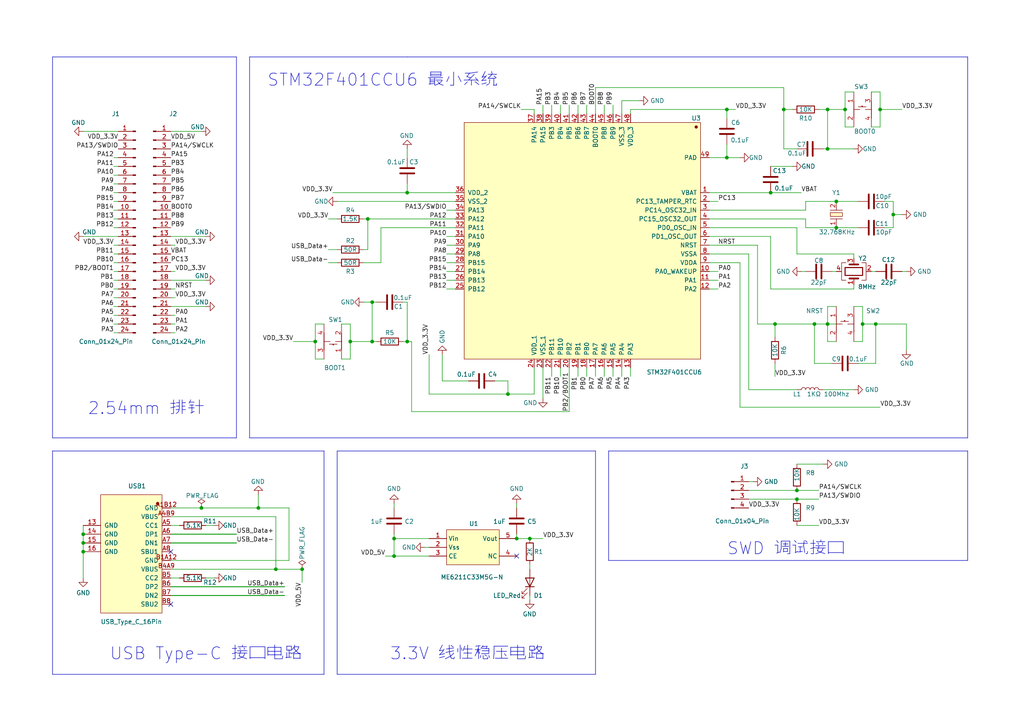
<source format=kicad_sch>
(kicad_sch (version 20230121) (generator eeschema)

  (uuid eeb3a4b9-cc42-48f4-a80d-47b4dcfcec11)

  (paper "A4")

  (title_block
    (title "UINIO-MCU-STM32F401CCU6")
    (date "2024-04-12")
    (rev "Version 3.1.0")
    (company "UinIO.com 电子技术工作室")
  )

  (lib_symbols
    (symbol "Connector:Conn_01x04_Pin" (pin_names (offset 1.016) hide) (in_bom yes) (on_board yes)
      (property "Reference" "J" (at 0 5.08 0)
        (effects (font (size 1.27 1.27)))
      )
      (property "Value" "Conn_01x04_Pin" (at 0 -7.62 0)
        (effects (font (size 1.27 1.27)))
      )
      (property "Footprint" "" (at 0 0 0)
        (effects (font (size 1.27 1.27)) hide)
      )
      (property "Datasheet" "~" (at 0 0 0)
        (effects (font (size 1.27 1.27)) hide)
      )
      (property "ki_locked" "" (at 0 0 0)
        (effects (font (size 1.27 1.27)))
      )
      (property "ki_keywords" "connector" (at 0 0 0)
        (effects (font (size 1.27 1.27)) hide)
      )
      (property "ki_description" "Generic connector, single row, 01x04, script generated" (at 0 0 0)
        (effects (font (size 1.27 1.27)) hide)
      )
      (property "ki_fp_filters" "Connector*:*_1x??_*" (at 0 0 0)
        (effects (font (size 1.27 1.27)) hide)
      )
      (symbol "Conn_01x04_Pin_1_1"
        (polyline
          (pts
            (xy 1.27 -5.08)
            (xy 0.8636 -5.08)
          )
          (stroke (width 0.1524) (type default))
          (fill (type none))
        )
        (polyline
          (pts
            (xy 1.27 -2.54)
            (xy 0.8636 -2.54)
          )
          (stroke (width 0.1524) (type default))
          (fill (type none))
        )
        (polyline
          (pts
            (xy 1.27 0)
            (xy 0.8636 0)
          )
          (stroke (width 0.1524) (type default))
          (fill (type none))
        )
        (polyline
          (pts
            (xy 1.27 2.54)
            (xy 0.8636 2.54)
          )
          (stroke (width 0.1524) (type default))
          (fill (type none))
        )
        (rectangle (start 0.8636 -4.953) (end 0 -5.207)
          (stroke (width 0.1524) (type default))
          (fill (type outline))
        )
        (rectangle (start 0.8636 -2.413) (end 0 -2.667)
          (stroke (width 0.1524) (type default))
          (fill (type outline))
        )
        (rectangle (start 0.8636 0.127) (end 0 -0.127)
          (stroke (width 0.1524) (type default))
          (fill (type outline))
        )
        (rectangle (start 0.8636 2.667) (end 0 2.413)
          (stroke (width 0.1524) (type default))
          (fill (type outline))
        )
        (pin passive line (at 5.08 2.54 180) (length 3.81)
          (name "Pin_1" (effects (font (size 1.27 1.27))))
          (number "1" (effects (font (size 1.27 1.27))))
        )
        (pin passive line (at 5.08 0 180) (length 3.81)
          (name "Pin_2" (effects (font (size 1.27 1.27))))
          (number "2" (effects (font (size 1.27 1.27))))
        )
        (pin passive line (at 5.08 -2.54 180) (length 3.81)
          (name "Pin_3" (effects (font (size 1.27 1.27))))
          (number "3" (effects (font (size 1.27 1.27))))
        )
        (pin passive line (at 5.08 -5.08 180) (length 3.81)
          (name "Pin_4" (effects (font (size 1.27 1.27))))
          (number "4" (effects (font (size 1.27 1.27))))
        )
      )
    )
    (symbol "Connector:Conn_01x24_Pin" (pin_names (offset 1.016) hide) (in_bom yes) (on_board yes)
      (property "Reference" "J" (at 0 30.48 0)
        (effects (font (size 1.27 1.27)))
      )
      (property "Value" "Conn_01x24_Pin" (at 0 -33.02 0)
        (effects (font (size 1.27 1.27)))
      )
      (property "Footprint" "" (at 0 0 0)
        (effects (font (size 1.27 1.27)) hide)
      )
      (property "Datasheet" "~" (at 0 0 0)
        (effects (font (size 1.27 1.27)) hide)
      )
      (property "ki_locked" "" (at 0 0 0)
        (effects (font (size 1.27 1.27)))
      )
      (property "ki_keywords" "connector" (at 0 0 0)
        (effects (font (size 1.27 1.27)) hide)
      )
      (property "ki_description" "Generic connector, single row, 01x24, script generated" (at 0 0 0)
        (effects (font (size 1.27 1.27)) hide)
      )
      (property "ki_fp_filters" "Connector*:*_1x??_*" (at 0 0 0)
        (effects (font (size 1.27 1.27)) hide)
      )
      (symbol "Conn_01x24_Pin_1_1"
        (polyline
          (pts
            (xy 1.27 -30.48)
            (xy 0.8636 -30.48)
          )
          (stroke (width 0.1524) (type default))
          (fill (type none))
        )
        (polyline
          (pts
            (xy 1.27 -27.94)
            (xy 0.8636 -27.94)
          )
          (stroke (width 0.1524) (type default))
          (fill (type none))
        )
        (polyline
          (pts
            (xy 1.27 -25.4)
            (xy 0.8636 -25.4)
          )
          (stroke (width 0.1524) (type default))
          (fill (type none))
        )
        (polyline
          (pts
            (xy 1.27 -22.86)
            (xy 0.8636 -22.86)
          )
          (stroke (width 0.1524) (type default))
          (fill (type none))
        )
        (polyline
          (pts
            (xy 1.27 -20.32)
            (xy 0.8636 -20.32)
          )
          (stroke (width 0.1524) (type default))
          (fill (type none))
        )
        (polyline
          (pts
            (xy 1.27 -17.78)
            (xy 0.8636 -17.78)
          )
          (stroke (width 0.1524) (type default))
          (fill (type none))
        )
        (polyline
          (pts
            (xy 1.27 -15.24)
            (xy 0.8636 -15.24)
          )
          (stroke (width 0.1524) (type default))
          (fill (type none))
        )
        (polyline
          (pts
            (xy 1.27 -12.7)
            (xy 0.8636 -12.7)
          )
          (stroke (width 0.1524) (type default))
          (fill (type none))
        )
        (polyline
          (pts
            (xy 1.27 -10.16)
            (xy 0.8636 -10.16)
          )
          (stroke (width 0.1524) (type default))
          (fill (type none))
        )
        (polyline
          (pts
            (xy 1.27 -7.62)
            (xy 0.8636 -7.62)
          )
          (stroke (width 0.1524) (type default))
          (fill (type none))
        )
        (polyline
          (pts
            (xy 1.27 -5.08)
            (xy 0.8636 -5.08)
          )
          (stroke (width 0.1524) (type default))
          (fill (type none))
        )
        (polyline
          (pts
            (xy 1.27 -2.54)
            (xy 0.8636 -2.54)
          )
          (stroke (width 0.1524) (type default))
          (fill (type none))
        )
        (polyline
          (pts
            (xy 1.27 0)
            (xy 0.8636 0)
          )
          (stroke (width 0.1524) (type default))
          (fill (type none))
        )
        (polyline
          (pts
            (xy 1.27 2.54)
            (xy 0.8636 2.54)
          )
          (stroke (width 0.1524) (type default))
          (fill (type none))
        )
        (polyline
          (pts
            (xy 1.27 5.08)
            (xy 0.8636 5.08)
          )
          (stroke (width 0.1524) (type default))
          (fill (type none))
        )
        (polyline
          (pts
            (xy 1.27 7.62)
            (xy 0.8636 7.62)
          )
          (stroke (width 0.1524) (type default))
          (fill (type none))
        )
        (polyline
          (pts
            (xy 1.27 10.16)
            (xy 0.8636 10.16)
          )
          (stroke (width 0.1524) (type default))
          (fill (type none))
        )
        (polyline
          (pts
            (xy 1.27 12.7)
            (xy 0.8636 12.7)
          )
          (stroke (width 0.1524) (type default))
          (fill (type none))
        )
        (polyline
          (pts
            (xy 1.27 15.24)
            (xy 0.8636 15.24)
          )
          (stroke (width 0.1524) (type default))
          (fill (type none))
        )
        (polyline
          (pts
            (xy 1.27 17.78)
            (xy 0.8636 17.78)
          )
          (stroke (width 0.1524) (type default))
          (fill (type none))
        )
        (polyline
          (pts
            (xy 1.27 20.32)
            (xy 0.8636 20.32)
          )
          (stroke (width 0.1524) (type default))
          (fill (type none))
        )
        (polyline
          (pts
            (xy 1.27 22.86)
            (xy 0.8636 22.86)
          )
          (stroke (width 0.1524) (type default))
          (fill (type none))
        )
        (polyline
          (pts
            (xy 1.27 25.4)
            (xy 0.8636 25.4)
          )
          (stroke (width 0.1524) (type default))
          (fill (type none))
        )
        (polyline
          (pts
            (xy 1.27 27.94)
            (xy 0.8636 27.94)
          )
          (stroke (width 0.1524) (type default))
          (fill (type none))
        )
        (rectangle (start 0.8636 -30.353) (end 0 -30.607)
          (stroke (width 0.1524) (type default))
          (fill (type outline))
        )
        (rectangle (start 0.8636 -27.813) (end 0 -28.067)
          (stroke (width 0.1524) (type default))
          (fill (type outline))
        )
        (rectangle (start 0.8636 -25.273) (end 0 -25.527)
          (stroke (width 0.1524) (type default))
          (fill (type outline))
        )
        (rectangle (start 0.8636 -22.733) (end 0 -22.987)
          (stroke (width 0.1524) (type default))
          (fill (type outline))
        )
        (rectangle (start 0.8636 -20.193) (end 0 -20.447)
          (stroke (width 0.1524) (type default))
          (fill (type outline))
        )
        (rectangle (start 0.8636 -17.653) (end 0 -17.907)
          (stroke (width 0.1524) (type default))
          (fill (type outline))
        )
        (rectangle (start 0.8636 -15.113) (end 0 -15.367)
          (stroke (width 0.1524) (type default))
          (fill (type outline))
        )
        (rectangle (start 0.8636 -12.573) (end 0 -12.827)
          (stroke (width 0.1524) (type default))
          (fill (type outline))
        )
        (rectangle (start 0.8636 -10.033) (end 0 -10.287)
          (stroke (width 0.1524) (type default))
          (fill (type outline))
        )
        (rectangle (start 0.8636 -7.493) (end 0 -7.747)
          (stroke (width 0.1524) (type default))
          (fill (type outline))
        )
        (rectangle (start 0.8636 -4.953) (end 0 -5.207)
          (stroke (width 0.1524) (type default))
          (fill (type outline))
        )
        (rectangle (start 0.8636 -2.413) (end 0 -2.667)
          (stroke (width 0.1524) (type default))
          (fill (type outline))
        )
        (rectangle (start 0.8636 0.127) (end 0 -0.127)
          (stroke (width 0.1524) (type default))
          (fill (type outline))
        )
        (rectangle (start 0.8636 2.667) (end 0 2.413)
          (stroke (width 0.1524) (type default))
          (fill (type outline))
        )
        (rectangle (start 0.8636 5.207) (end 0 4.953)
          (stroke (width 0.1524) (type default))
          (fill (type outline))
        )
        (rectangle (start 0.8636 7.747) (end 0 7.493)
          (stroke (width 0.1524) (type default))
          (fill (type outline))
        )
        (rectangle (start 0.8636 10.287) (end 0 10.033)
          (stroke (width 0.1524) (type default))
          (fill (type outline))
        )
        (rectangle (start 0.8636 12.827) (end 0 12.573)
          (stroke (width 0.1524) (type default))
          (fill (type outline))
        )
        (rectangle (start 0.8636 15.367) (end 0 15.113)
          (stroke (width 0.1524) (type default))
          (fill (type outline))
        )
        (rectangle (start 0.8636 17.907) (end 0 17.653)
          (stroke (width 0.1524) (type default))
          (fill (type outline))
        )
        (rectangle (start 0.8636 20.447) (end 0 20.193)
          (stroke (width 0.1524) (type default))
          (fill (type outline))
        )
        (rectangle (start 0.8636 22.987) (end 0 22.733)
          (stroke (width 0.1524) (type default))
          (fill (type outline))
        )
        (rectangle (start 0.8636 25.527) (end 0 25.273)
          (stroke (width 0.1524) (type default))
          (fill (type outline))
        )
        (rectangle (start 0.8636 28.067) (end 0 27.813)
          (stroke (width 0.1524) (type default))
          (fill (type outline))
        )
        (pin passive line (at 5.08 27.94 180) (length 3.81)
          (name "Pin_1" (effects (font (size 1.27 1.27))))
          (number "1" (effects (font (size 1.27 1.27))))
        )
        (pin passive line (at 5.08 5.08 180) (length 3.81)
          (name "Pin_10" (effects (font (size 1.27 1.27))))
          (number "10" (effects (font (size 1.27 1.27))))
        )
        (pin passive line (at 5.08 2.54 180) (length 3.81)
          (name "Pin_11" (effects (font (size 1.27 1.27))))
          (number "11" (effects (font (size 1.27 1.27))))
        )
        (pin passive line (at 5.08 0 180) (length 3.81)
          (name "Pin_12" (effects (font (size 1.27 1.27))))
          (number "12" (effects (font (size 1.27 1.27))))
        )
        (pin passive line (at 5.08 -2.54 180) (length 3.81)
          (name "Pin_13" (effects (font (size 1.27 1.27))))
          (number "13" (effects (font (size 1.27 1.27))))
        )
        (pin passive line (at 5.08 -5.08 180) (length 3.81)
          (name "Pin_14" (effects (font (size 1.27 1.27))))
          (number "14" (effects (font (size 1.27 1.27))))
        )
        (pin passive line (at 5.08 -7.62 180) (length 3.81)
          (name "Pin_15" (effects (font (size 1.27 1.27))))
          (number "15" (effects (font (size 1.27 1.27))))
        )
        (pin passive line (at 5.08 -10.16 180) (length 3.81)
          (name "Pin_16" (effects (font (size 1.27 1.27))))
          (number "16" (effects (font (size 1.27 1.27))))
        )
        (pin passive line (at 5.08 -12.7 180) (length 3.81)
          (name "Pin_17" (effects (font (size 1.27 1.27))))
          (number "17" (effects (font (size 1.27 1.27))))
        )
        (pin passive line (at 5.08 -15.24 180) (length 3.81)
          (name "Pin_18" (effects (font (size 1.27 1.27))))
          (number "18" (effects (font (size 1.27 1.27))))
        )
        (pin passive line (at 5.08 -17.78 180) (length 3.81)
          (name "Pin_19" (effects (font (size 1.27 1.27))))
          (number "19" (effects (font (size 1.27 1.27))))
        )
        (pin passive line (at 5.08 25.4 180) (length 3.81)
          (name "Pin_2" (effects (font (size 1.27 1.27))))
          (number "2" (effects (font (size 1.27 1.27))))
        )
        (pin passive line (at 5.08 -20.32 180) (length 3.81)
          (name "Pin_20" (effects (font (size 1.27 1.27))))
          (number "20" (effects (font (size 1.27 1.27))))
        )
        (pin passive line (at 5.08 -22.86 180) (length 3.81)
          (name "Pin_21" (effects (font (size 1.27 1.27))))
          (number "21" (effects (font (size 1.27 1.27))))
        )
        (pin passive line (at 5.08 -25.4 180) (length 3.81)
          (name "Pin_22" (effects (font (size 1.27 1.27))))
          (number "22" (effects (font (size 1.27 1.27))))
        )
        (pin passive line (at 5.08 -27.94 180) (length 3.81)
          (name "Pin_23" (effects (font (size 1.27 1.27))))
          (number "23" (effects (font (size 1.27 1.27))))
        )
        (pin passive line (at 5.08 -30.48 180) (length 3.81)
          (name "Pin_24" (effects (font (size 1.27 1.27))))
          (number "24" (effects (font (size 1.27 1.27))))
        )
        (pin passive line (at 5.08 22.86 180) (length 3.81)
          (name "Pin_3" (effects (font (size 1.27 1.27))))
          (number "3" (effects (font (size 1.27 1.27))))
        )
        (pin passive line (at 5.08 20.32 180) (length 3.81)
          (name "Pin_4" (effects (font (size 1.27 1.27))))
          (number "4" (effects (font (size 1.27 1.27))))
        )
        (pin passive line (at 5.08 17.78 180) (length 3.81)
          (name "Pin_5" (effects (font (size 1.27 1.27))))
          (number "5" (effects (font (size 1.27 1.27))))
        )
        (pin passive line (at 5.08 15.24 180) (length 3.81)
          (name "Pin_6" (effects (font (size 1.27 1.27))))
          (number "6" (effects (font (size 1.27 1.27))))
        )
        (pin passive line (at 5.08 12.7 180) (length 3.81)
          (name "Pin_7" (effects (font (size 1.27 1.27))))
          (number "7" (effects (font (size 1.27 1.27))))
        )
        (pin passive line (at 5.08 10.16 180) (length 3.81)
          (name "Pin_8" (effects (font (size 1.27 1.27))))
          (number "8" (effects (font (size 1.27 1.27))))
        )
        (pin passive line (at 5.08 7.62 180) (length 3.81)
          (name "Pin_9" (effects (font (size 1.27 1.27))))
          (number "9" (effects (font (size 1.27 1.27))))
        )
      )
    )
    (symbol "Device:C" (pin_numbers hide) (pin_names (offset 0.254)) (in_bom yes) (on_board yes)
      (property "Reference" "C" (at 0.635 2.54 0)
        (effects (font (size 1.27 1.27)) (justify left))
      )
      (property "Value" "C" (at 0.635 -2.54 0)
        (effects (font (size 1.27 1.27)) (justify left))
      )
      (property "Footprint" "" (at 0.9652 -3.81 0)
        (effects (font (size 1.27 1.27)) hide)
      )
      (property "Datasheet" "~" (at 0 0 0)
        (effects (font (size 1.27 1.27)) hide)
      )
      (property "ki_keywords" "cap capacitor" (at 0 0 0)
        (effects (font (size 1.27 1.27)) hide)
      )
      (property "ki_description" "Unpolarized capacitor" (at 0 0 0)
        (effects (font (size 1.27 1.27)) hide)
      )
      (property "ki_fp_filters" "C_*" (at 0 0 0)
        (effects (font (size 1.27 1.27)) hide)
      )
      (symbol "C_0_1"
        (polyline
          (pts
            (xy -2.032 -0.762)
            (xy 2.032 -0.762)
          )
          (stroke (width 0.508) (type default))
          (fill (type none))
        )
        (polyline
          (pts
            (xy -2.032 0.762)
            (xy 2.032 0.762)
          )
          (stroke (width 0.508) (type default))
          (fill (type none))
        )
      )
      (symbol "C_1_1"
        (pin passive line (at 0 3.81 270) (length 2.794)
          (name "~" (effects (font (size 1.27 1.27))))
          (number "1" (effects (font (size 1.27 1.27))))
        )
        (pin passive line (at 0 -3.81 90) (length 2.794)
          (name "~" (effects (font (size 1.27 1.27))))
          (number "2" (effects (font (size 1.27 1.27))))
        )
      )
    )
    (symbol "Device:Crystal_GND24" (pin_names (offset 1.016) hide) (in_bom yes) (on_board yes)
      (property "Reference" "Y" (at 3.175 5.08 0)
        (effects (font (size 1.27 1.27)) (justify left))
      )
      (property "Value" "Crystal_GND24" (at 3.175 3.175 0)
        (effects (font (size 1.27 1.27)) (justify left))
      )
      (property "Footprint" "" (at 0 0 0)
        (effects (font (size 1.27 1.27)) hide)
      )
      (property "Datasheet" "~" (at 0 0 0)
        (effects (font (size 1.27 1.27)) hide)
      )
      (property "ki_keywords" "quartz ceramic resonator oscillator" (at 0 0 0)
        (effects (font (size 1.27 1.27)) hide)
      )
      (property "ki_description" "Four pin crystal, GND on pins 2 and 4" (at 0 0 0)
        (effects (font (size 1.27 1.27)) hide)
      )
      (property "ki_fp_filters" "Crystal*" (at 0 0 0)
        (effects (font (size 1.27 1.27)) hide)
      )
      (symbol "Crystal_GND24_0_1"
        (rectangle (start -1.143 2.54) (end 1.143 -2.54)
          (stroke (width 0.3048) (type default))
          (fill (type none))
        )
        (polyline
          (pts
            (xy -2.54 0)
            (xy -2.032 0)
          )
          (stroke (width 0) (type default))
          (fill (type none))
        )
        (polyline
          (pts
            (xy -2.032 -1.27)
            (xy -2.032 1.27)
          )
          (stroke (width 0.508) (type default))
          (fill (type none))
        )
        (polyline
          (pts
            (xy 0 -3.81)
            (xy 0 -3.556)
          )
          (stroke (width 0) (type default))
          (fill (type none))
        )
        (polyline
          (pts
            (xy 0 3.556)
            (xy 0 3.81)
          )
          (stroke (width 0) (type default))
          (fill (type none))
        )
        (polyline
          (pts
            (xy 2.032 -1.27)
            (xy 2.032 1.27)
          )
          (stroke (width 0.508) (type default))
          (fill (type none))
        )
        (polyline
          (pts
            (xy 2.032 0)
            (xy 2.54 0)
          )
          (stroke (width 0) (type default))
          (fill (type none))
        )
        (polyline
          (pts
            (xy -2.54 -2.286)
            (xy -2.54 -3.556)
            (xy 2.54 -3.556)
            (xy 2.54 -2.286)
          )
          (stroke (width 0) (type default))
          (fill (type none))
        )
        (polyline
          (pts
            (xy -2.54 2.286)
            (xy -2.54 3.556)
            (xy 2.54 3.556)
            (xy 2.54 2.286)
          )
          (stroke (width 0) (type default))
          (fill (type none))
        )
      )
      (symbol "Crystal_GND24_1_1"
        (pin passive line (at -3.81 0 0) (length 1.27)
          (name "1" (effects (font (size 1.27 1.27))))
          (number "1" (effects (font (size 1.27 1.27))))
        )
        (pin passive line (at 0 5.08 270) (length 1.27)
          (name "2" (effects (font (size 1.27 1.27))))
          (number "2" (effects (font (size 1.27 1.27))))
        )
        (pin passive line (at 3.81 0 180) (length 1.27)
          (name "3" (effects (font (size 1.27 1.27))))
          (number "3" (effects (font (size 1.27 1.27))))
        )
        (pin passive line (at 0 -5.08 90) (length 1.27)
          (name "4" (effects (font (size 1.27 1.27))))
          (number "4" (effects (font (size 1.27 1.27))))
        )
      )
    )
    (symbol "Device:L" (pin_numbers hide) (pin_names (offset 1.016) hide) (in_bom yes) (on_board yes)
      (property "Reference" "L" (at -1.27 0 90)
        (effects (font (size 1.27 1.27)))
      )
      (property "Value" "L" (at 1.905 0 90)
        (effects (font (size 1.27 1.27)))
      )
      (property "Footprint" "" (at 0 0 0)
        (effects (font (size 1.27 1.27)) hide)
      )
      (property "Datasheet" "~" (at 0 0 0)
        (effects (font (size 1.27 1.27)) hide)
      )
      (property "ki_keywords" "inductor choke coil reactor magnetic" (at 0 0 0)
        (effects (font (size 1.27 1.27)) hide)
      )
      (property "ki_description" "Inductor" (at 0 0 0)
        (effects (font (size 1.27 1.27)) hide)
      )
      (property "ki_fp_filters" "Choke_* *Coil* Inductor_* L_*" (at 0 0 0)
        (effects (font (size 1.27 1.27)) hide)
      )
      (symbol "L_0_1"
        (arc (start 0 -2.54) (mid 0.6323 -1.905) (end 0 -1.27)
          (stroke (width 0) (type default))
          (fill (type none))
        )
        (arc (start 0 -1.27) (mid 0.6323 -0.635) (end 0 0)
          (stroke (width 0) (type default))
          (fill (type none))
        )
        (arc (start 0 0) (mid 0.6323 0.635) (end 0 1.27)
          (stroke (width 0) (type default))
          (fill (type none))
        )
        (arc (start 0 1.27) (mid 0.6323 1.905) (end 0 2.54)
          (stroke (width 0) (type default))
          (fill (type none))
        )
      )
      (symbol "L_1_1"
        (pin passive line (at 0 3.81 270) (length 1.27)
          (name "1" (effects (font (size 1.27 1.27))))
          (number "1" (effects (font (size 1.27 1.27))))
        )
        (pin passive line (at 0 -3.81 90) (length 1.27)
          (name "2" (effects (font (size 1.27 1.27))))
          (number "2" (effects (font (size 1.27 1.27))))
        )
      )
    )
    (symbol "Device:LED" (pin_numbers hide) (pin_names (offset 1.016) hide) (in_bom yes) (on_board yes)
      (property "Reference" "D" (at 0 2.54 0)
        (effects (font (size 1.27 1.27)))
      )
      (property "Value" "LED" (at 0 -2.54 0)
        (effects (font (size 1.27 1.27)))
      )
      (property "Footprint" "" (at 0 0 0)
        (effects (font (size 1.27 1.27)) hide)
      )
      (property "Datasheet" "~" (at 0 0 0)
        (effects (font (size 1.27 1.27)) hide)
      )
      (property "ki_keywords" "LED diode" (at 0 0 0)
        (effects (font (size 1.27 1.27)) hide)
      )
      (property "ki_description" "Light emitting diode" (at 0 0 0)
        (effects (font (size 1.27 1.27)) hide)
      )
      (property "ki_fp_filters" "LED* LED_SMD:* LED_THT:*" (at 0 0 0)
        (effects (font (size 1.27 1.27)) hide)
      )
      (symbol "LED_0_1"
        (polyline
          (pts
            (xy -1.27 -1.27)
            (xy -1.27 1.27)
          )
          (stroke (width 0.254) (type default))
          (fill (type none))
        )
        (polyline
          (pts
            (xy -1.27 0)
            (xy 1.27 0)
          )
          (stroke (width 0) (type default))
          (fill (type none))
        )
        (polyline
          (pts
            (xy 1.27 -1.27)
            (xy 1.27 1.27)
            (xy -1.27 0)
            (xy 1.27 -1.27)
          )
          (stroke (width 0.254) (type default))
          (fill (type none))
        )
        (polyline
          (pts
            (xy -3.048 -0.762)
            (xy -4.572 -2.286)
            (xy -3.81 -2.286)
            (xy -4.572 -2.286)
            (xy -4.572 -1.524)
          )
          (stroke (width 0) (type default))
          (fill (type none))
        )
        (polyline
          (pts
            (xy -1.778 -0.762)
            (xy -3.302 -2.286)
            (xy -2.54 -2.286)
            (xy -3.302 -2.286)
            (xy -3.302 -1.524)
          )
          (stroke (width 0) (type default))
          (fill (type none))
        )
      )
      (symbol "LED_1_1"
        (pin passive line (at -3.81 0 0) (length 2.54)
          (name "K" (effects (font (size 1.27 1.27))))
          (number "1" (effects (font (size 1.27 1.27))))
        )
        (pin passive line (at 3.81 0 180) (length 2.54)
          (name "A" (effects (font (size 1.27 1.27))))
          (number "2" (effects (font (size 1.27 1.27))))
        )
      )
    )
    (symbol "Device:R" (pin_numbers hide) (pin_names (offset 0)) (in_bom yes) (on_board yes)
      (property "Reference" "R" (at 2.032 0 90)
        (effects (font (size 1.27 1.27)))
      )
      (property "Value" "R" (at 0 0 90)
        (effects (font (size 1.27 1.27)))
      )
      (property "Footprint" "" (at -1.778 0 90)
        (effects (font (size 1.27 1.27)) hide)
      )
      (property "Datasheet" "~" (at 0 0 0)
        (effects (font (size 1.27 1.27)) hide)
      )
      (property "ki_keywords" "R res resistor" (at 0 0 0)
        (effects (font (size 1.27 1.27)) hide)
      )
      (property "ki_description" "Resistor" (at 0 0 0)
        (effects (font (size 1.27 1.27)) hide)
      )
      (property "ki_fp_filters" "R_*" (at 0 0 0)
        (effects (font (size 1.27 1.27)) hide)
      )
      (symbol "R_0_1"
        (rectangle (start -1.016 -2.54) (end 1.016 2.54)
          (stroke (width 0.254) (type default))
          (fill (type none))
        )
      )
      (symbol "R_1_1"
        (pin passive line (at 0 3.81 270) (length 1.27)
          (name "~" (effects (font (size 1.27 1.27))))
          (number "1" (effects (font (size 1.27 1.27))))
        )
        (pin passive line (at 0 -3.81 90) (length 1.27)
          (name "~" (effects (font (size 1.27 1.27))))
          (number "2" (effects (font (size 1.27 1.27))))
        )
      )
    )
    (symbol "Uinio:Crystal-32.768KHz" (pin_names (offset 1.016) hide) (in_bom yes) (on_board yes)
      (property "Reference" "Y?" (at 0 5.1054 0)
        (effects (font (size 1.27 1.27)))
      )
      (property "Value" "Crystal-32.768KHz" (at 0 10.1854 0)
        (effects (font (size 1.27 1.27)))
      )
      (property "Footprint" "Uinio:CRYSTAL-FC135-32.768" (at 0 0.0254 0)
        (effects (font (size 1.27 1.27)) hide)
      )
      (property "Datasheet" "" (at 0 -5.0546 0)
        (effects (font (size 1.27 1.27)) hide)
      )
      (property "SuppliersPartNumber" "C1986919" (at 0 -10.1346 0)
        (effects (font (size 1.27 1.27)) hide)
      )
      (property "uuid" "std:1a7d7ec5dddf46f9929a2236d62d3241" (at 0 -10.1346 0)
        (effects (font (size 1.27 1.27)) hide)
      )
      (symbol "Crystal-32.768KHz_1_1"
        (rectangle (start -1.778 1.778) (end -0.762 -1.778)
          (stroke (width 0.1524) (type default))
          (fill (type background))
        )
        (polyline
          (pts
            (xy -2.54 -1.778)
            (xy -2.54 1.778)
          )
          (stroke (width 0.1524) (type default))
          (fill (type none))
        )
        (polyline
          (pts
            (xy 0 -1.778)
            (xy 0 1.778)
          )
          (stroke (width 0.1524) (type default))
          (fill (type none))
        )
        (pin input line (at -5.08 0 0) (length 2.54)
          (name "1" (effects (font (size 1.27 1.27))))
          (number "1" (effects (font (size 1.27 1.27))))
        )
        (pin input line (at 2.54 0 180) (length 2.54)
          (name "GND" (effects (font (size 1.27 1.27))))
          (number "2" (effects (font (size 1.27 1.27))))
        )
      )
    )
    (symbol "Uinio:Key_YTS_A016S_1" (pin_names (offset 1.016) hide) (in_bom yes) (on_board yes)
      (property "Reference" "SW" (at 0 7.6962 0)
        (effects (font (size 1.27 1.27)))
      )
      (property "Value" "Key_YTS_A016S_1" (at 0 12.7762 0)
        (effects (font (size 1.27 1.27)))
      )
      (property "Footprint" "Uinio:KEY-SMD_4P-L4.2-W3.4-P2.15-LS4.7" (at 0 2.6162 0)
        (effects (font (size 1.27 1.27)) hide)
      )
      (property "Datasheet" "" (at 0 -2.4638 0)
        (effects (font (size 1.27 1.27)) hide)
      )
      (property "SuppliersPartNumber" "C2910676" (at 0 -7.5438 0)
        (effects (font (size 1.27 1.27)) hide)
      )
      (property "uuid" "std:78dd57beb35d4dda9340821b45cb0336" (at 0 -7.5438 0)
        (effects (font (size 1.27 1.27)) hide)
      )
      (symbol "Key_YTS_A016S_1_1_1"
        (polyline
          (pts
            (xy -2.54 -2.54)
            (xy 2.54 -2.54)
          )
          (stroke (width 0.1524) (type default))
          (fill (type none))
        )
        (polyline
          (pts
            (xy -2.54 2.54)
            (xy 2.54 2.54)
          )
          (stroke (width 0.1524) (type default))
          (fill (type none))
        )
        (polyline
          (pts
            (xy -0.762 1.27)
            (xy -0.762 -1.016)
          )
          (stroke (width 0.1524) (type default))
          (fill (type none))
        )
        (polyline
          (pts
            (xy 0 -2.54)
            (xy 0 -0.762)
          )
          (stroke (width 0.1524) (type default))
          (fill (type none))
        )
        (polyline
          (pts
            (xy 0 1.524)
            (xy 0 0.762)
          )
          (stroke (width 0.1524) (type default))
          (fill (type none))
        )
        (polyline
          (pts
            (xy 0 2.54)
            (xy 0 1.524)
          )
          (stroke (width 0.1524) (type default))
          (fill (type none))
        )
        (polyline
          (pts
            (xy -0.762 0.254)
            (xy -1.016 0.254)
            (xy -1.016 0)
            (xy -0.762 0)
          )
          (stroke (width 0.1524) (type default))
          (fill (type none))
        )
        (pin input line (at -5.08 2.54 0) (length 5.08)
          (name "1" (effects (font (size 1.27 1.27))))
          (number "1" (effects (font (size 1.27 1.27))))
        )
        (pin input line (at 5.08 2.54 180) (length 5.08)
          (name "2" (effects (font (size 1.27 1.27))))
          (number "2" (effects (font (size 1.27 1.27))))
        )
        (pin input line (at -5.08 -2.54 0) (length 5.08)
          (name "3" (effects (font (size 1.27 1.27))))
          (number "3" (effects (font (size 1.27 1.27))))
        )
        (pin input line (at 5.08 -2.54 180) (length 5.08)
          (name "4" (effects (font (size 1.27 1.27))))
          (number "4" (effects (font (size 1.27 1.27))))
        )
      )
    )
    (symbol "Uinio:ME6211" (in_bom yes) (on_board yes)
      (property "Reference" "V1" (at 5.08 2.54 0)
        (effects (font (size 1.27 1.27)) (justify left bottom))
      )
      (property "Value" "ME6211" (at 5.08 -10.16 0)
        (effects (font (size 1.27 1.27)) (justify left bottom))
      )
      (property "Footprint" "Uinio:SOT-23-5_L3.0-W1.7-P0.95-LS2.8-BR" (at 0 0 0)
        (effects (font (size 1.27 1.27)) hide)
      )
      (property "Datasheet" "" (at 0 0 0)
        (effects (font (size 1.27 1.27)) hide)
      )
      (property "BOM名称" "低功耗LDO" (at -8.128 -15.748 0)
        (effects (font (size 1.27 1.27)) (justify left bottom) hide)
      )
      (property "ki_description" "低功耗LDO" (at 0 0 0)
        (effects (font (size 1.27 1.27)) hide)
      )
      (property "ki_fp_filters" "SOT23-5L" (at 0 0 0)
        (effects (font (size 1.27 1.27)) hide)
      )
      (symbol "ME6211_1_0"
        (rectangle (start 20.32 2.54) (end 5.08 -7.62)
          (stroke (width 0) (type default))
          (fill (type background))
        )
        (pin passive line (at 0 0 0) (length 5.08)
          (name "Vin" (effects (font (size 1.27 1.27))))
          (number "1" (effects (font (size 1.27 1.27))))
        )
        (pin passive line (at 0 -2.54 0) (length 5.08)
          (name "Vss" (effects (font (size 1.27 1.27))))
          (number "2" (effects (font (size 1.27 1.27))))
        )
        (pin passive line (at 0 -5.08 0) (length 5.08)
          (name "CE" (effects (font (size 1.27 1.27))))
          (number "3" (effects (font (size 1.27 1.27))))
        )
        (pin passive line (at 25.4 -5.08 180) (length 5.08)
          (name "NC" (effects (font (size 1.27 1.27))))
          (number "4" (effects (font (size 1.27 1.27))))
        )
        (pin passive line (at 25.4 0 180) (length 5.08)
          (name "Vout" (effects (font (size 1.27 1.27))))
          (number "5" (effects (font (size 1.27 1.27))))
        )
      )
    )
    (symbol "Uinio:STM32F401CCU6" (pin_names (offset 1.016)) (in_bom yes) (on_board yes)
      (property "Reference" "U" (at 0 45.72 0)
        (effects (font (size 1.27 1.27)))
      )
      (property "Value" "STM32F401CCU6" (at 0 -46.99 0)
        (effects (font (size 1.27 1.27)))
      )
      (property "Footprint" "Uinio:UFQFPN-48_L7.0-W7.0-P0.50-TL-EP5.6" (at 0 41.91 0)
        (effects (font (size 1.27 1.27)) hide)
      )
      (property "Datasheet" "" (at 0 29.8958 0)
        (effects (font (size 1.27 1.27)) hide)
      )
      (property "SuppliersPartNumber" "C77994" (at 0 24.7904 0)
        (effects (font (size 1.27 1.27)) hide)
      )
      (property "uuid" "std:f1fde1dc36a92ae819c1e30d1c77c7ee" (at 0 24.7904 0)
        (effects (font (size 1.27 1.27)) hide)
      )
      (symbol "STM32F401CCU6_1_1"
        (rectangle (start -34.29 34.29) (end 34.29 -34.29)
          (stroke (width 0.1524) (type default))
          (fill (type background))
        )
        (circle (center -33.02 33.02) (radius 0.381)
          (stroke (width 0.1524) (type default))
          (fill (type outline))
        )
        (pin input line (at -36.83 13.97 0) (length 2.54)
          (name "VBAT" (effects (font (size 1.27 1.27))))
          (number "1" (effects (font (size 1.27 1.27))))
        )
        (pin input line (at -36.83 -8.89 0) (length 2.54)
          (name "PA0_WAKEUP" (effects (font (size 1.27 1.27))))
          (number "10" (effects (font (size 1.27 1.27))))
        )
        (pin input line (at -36.83 -11.43 0) (length 2.54)
          (name "PA1" (effects (font (size 1.27 1.27))))
          (number "11" (effects (font (size 1.27 1.27))))
        )
        (pin input line (at -36.83 -13.97 0) (length 2.54)
          (name "PA2" (effects (font (size 1.27 1.27))))
          (number "12" (effects (font (size 1.27 1.27))))
        )
        (pin input line (at -13.97 -36.83 90) (length 2.54)
          (name "PA3" (effects (font (size 1.27 1.27))))
          (number "13" (effects (font (size 1.27 1.27))))
        )
        (pin input line (at -11.43 -36.83 90) (length 2.54)
          (name "PA4" (effects (font (size 1.27 1.27))))
          (number "14" (effects (font (size 1.27 1.27))))
        )
        (pin input line (at -8.89 -36.83 90) (length 2.54)
          (name "PA5" (effects (font (size 1.27 1.27))))
          (number "15" (effects (font (size 1.27 1.27))))
        )
        (pin input line (at -6.35 -36.83 90) (length 2.54)
          (name "PA6" (effects (font (size 1.27 1.27))))
          (number "16" (effects (font (size 1.27 1.27))))
        )
        (pin input line (at -3.81 -36.83 90) (length 2.54)
          (name "PA7" (effects (font (size 1.27 1.27))))
          (number "17" (effects (font (size 1.27 1.27))))
        )
        (pin input line (at -1.27 -36.83 90) (length 2.54)
          (name "PB0" (effects (font (size 1.27 1.27))))
          (number "18" (effects (font (size 1.27 1.27))))
        )
        (pin input line (at 1.27 -36.83 90) (length 2.54)
          (name "PB1" (effects (font (size 1.27 1.27))))
          (number "19" (effects (font (size 1.27 1.27))))
        )
        (pin input line (at -36.83 11.43 0) (length 2.54)
          (name "PC13_TAMPER_RTC" (effects (font (size 1.27 1.27))))
          (number "2" (effects (font (size 1.27 1.27))))
        )
        (pin input line (at 3.81 -36.83 90) (length 2.54)
          (name "PB2" (effects (font (size 1.27 1.27))))
          (number "20" (effects (font (size 1.27 1.27))))
        )
        (pin input line (at 6.35 -36.83 90) (length 2.54)
          (name "PB10" (effects (font (size 1.27 1.27))))
          (number "21" (effects (font (size 1.27 1.27))))
        )
        (pin input line (at 8.89 -36.83 90) (length 2.54)
          (name "PB11" (effects (font (size 1.27 1.27))))
          (number "22" (effects (font (size 1.27 1.27))))
        )
        (pin input line (at 11.43 -36.83 90) (length 2.54)
          (name "VSS_1" (effects (font (size 1.27 1.27))))
          (number "23" (effects (font (size 1.27 1.27))))
        )
        (pin input line (at 13.97 -36.83 90) (length 2.54)
          (name "VDD_1" (effects (font (size 1.27 1.27))))
          (number "24" (effects (font (size 1.27 1.27))))
        )
        (pin input line (at 36.83 -13.97 180) (length 2.54)
          (name "PB12" (effects (font (size 1.27 1.27))))
          (number "25" (effects (font (size 1.27 1.27))))
        )
        (pin input line (at 36.83 -11.43 180) (length 2.54)
          (name "PB13" (effects (font (size 1.27 1.27))))
          (number "26" (effects (font (size 1.27 1.27))))
        )
        (pin input line (at 36.83 -8.89 180) (length 2.54)
          (name "PB14" (effects (font (size 1.27 1.27))))
          (number "27" (effects (font (size 1.27 1.27))))
        )
        (pin input line (at 36.83 -6.35 180) (length 2.54)
          (name "PB15" (effects (font (size 1.27 1.27))))
          (number "28" (effects (font (size 1.27 1.27))))
        )
        (pin input line (at 36.83 -3.81 180) (length 2.54)
          (name "PA8" (effects (font (size 1.27 1.27))))
          (number "29" (effects (font (size 1.27 1.27))))
        )
        (pin input line (at -36.83 8.89 0) (length 2.54)
          (name "PC14_OSC32_IN" (effects (font (size 1.27 1.27))))
          (number "3" (effects (font (size 1.27 1.27))))
        )
        (pin input line (at 36.83 -1.27 180) (length 2.54)
          (name "PA9" (effects (font (size 1.27 1.27))))
          (number "30" (effects (font (size 1.27 1.27))))
        )
        (pin input line (at 36.83 1.27 180) (length 2.54)
          (name "PA10" (effects (font (size 1.27 1.27))))
          (number "31" (effects (font (size 1.27 1.27))))
        )
        (pin input line (at 36.83 3.81 180) (length 2.54)
          (name "PA11" (effects (font (size 1.27 1.27))))
          (number "32" (effects (font (size 1.27 1.27))))
        )
        (pin input line (at 36.83 6.35 180) (length 2.54)
          (name "PA12" (effects (font (size 1.27 1.27))))
          (number "33" (effects (font (size 1.27 1.27))))
        )
        (pin input line (at 36.83 8.89 180) (length 2.54)
          (name "PA13" (effects (font (size 1.27 1.27))))
          (number "34" (effects (font (size 1.27 1.27))))
        )
        (pin input line (at 36.83 11.43 180) (length 2.54)
          (name "VSS_2" (effects (font (size 1.27 1.27))))
          (number "35" (effects (font (size 1.27 1.27))))
        )
        (pin input line (at 36.83 13.97 180) (length 2.54)
          (name "VDD_2" (effects (font (size 1.27 1.27))))
          (number "36" (effects (font (size 1.27 1.27))))
        )
        (pin input line (at 13.97 36.83 270) (length 2.54)
          (name "PA14" (effects (font (size 1.27 1.27))))
          (number "37" (effects (font (size 1.27 1.27))))
        )
        (pin input line (at 11.43 36.83 270) (length 2.54)
          (name "PA15" (effects (font (size 1.27 1.27))))
          (number "38" (effects (font (size 1.27 1.27))))
        )
        (pin input line (at 8.89 36.83 270) (length 2.54)
          (name "PB3" (effects (font (size 1.27 1.27))))
          (number "39" (effects (font (size 1.27 1.27))))
        )
        (pin input line (at -36.83 6.35 0) (length 2.54)
          (name "PC15_OSC32_OUT" (effects (font (size 1.27 1.27))))
          (number "4" (effects (font (size 1.27 1.27))))
        )
        (pin input line (at 6.35 36.83 270) (length 2.54)
          (name "PB4" (effects (font (size 1.27 1.27))))
          (number "40" (effects (font (size 1.27 1.27))))
        )
        (pin input line (at 3.81 36.83 270) (length 2.54)
          (name "PB5" (effects (font (size 1.27 1.27))))
          (number "41" (effects (font (size 1.27 1.27))))
        )
        (pin input line (at 1.27 36.83 270) (length 2.54)
          (name "PB6" (effects (font (size 1.27 1.27))))
          (number "42" (effects (font (size 1.27 1.27))))
        )
        (pin input line (at -1.27 36.83 270) (length 2.54)
          (name "PB7" (effects (font (size 1.27 1.27))))
          (number "43" (effects (font (size 1.27 1.27))))
        )
        (pin input line (at -3.81 36.83 270) (length 2.54)
          (name "BOOT0" (effects (font (size 1.27 1.27))))
          (number "44" (effects (font (size 1.27 1.27))))
        )
        (pin input line (at -6.35 36.83 270) (length 2.54)
          (name "PB8" (effects (font (size 1.27 1.27))))
          (number "45" (effects (font (size 1.27 1.27))))
        )
        (pin input line (at -8.89 36.83 270) (length 2.54)
          (name "PB9" (effects (font (size 1.27 1.27))))
          (number "46" (effects (font (size 1.27 1.27))))
        )
        (pin input line (at -11.43 36.83 270) (length 2.54)
          (name "VSS_3" (effects (font (size 1.27 1.27))))
          (number "47" (effects (font (size 1.27 1.27))))
        )
        (pin input line (at -13.97 36.83 270) (length 2.54)
          (name "VDD_3" (effects (font (size 1.27 1.27))))
          (number "48" (effects (font (size 1.27 1.27))))
        )
        (pin input line (at -36.83 24.13 0) (length 2.54)
          (name "PAD" (effects (font (size 1.27 1.27))))
          (number "49" (effects (font (size 1.27 1.27))))
        )
        (pin input line (at -36.83 3.81 0) (length 2.54)
          (name "PD0_OSC_IN" (effects (font (size 1.27 1.27))))
          (number "5" (effects (font (size 1.27 1.27))))
        )
        (pin input line (at -36.83 1.27 0) (length 2.54)
          (name "PD1_OSC_OUT" (effects (font (size 1.27 1.27))))
          (number "6" (effects (font (size 1.27 1.27))))
        )
        (pin input line (at -36.83 -1.27 0) (length 2.54)
          (name "NRST" (effects (font (size 1.27 1.27))))
          (number "7" (effects (font (size 1.27 1.27))))
        )
        (pin input line (at -36.83 -3.81 0) (length 2.54)
          (name "VSSA" (effects (font (size 1.27 1.27))))
          (number "8" (effects (font (size 1.27 1.27))))
        )
        (pin input line (at -36.83 -6.35 0) (length 2.54)
          (name "VDDA" (effects (font (size 1.27 1.27))))
          (number "9" (effects (font (size 1.27 1.27))))
        )
      )
    )
    (symbol "Uinio:USB_Type_C_16Pin" (pin_names (offset 1.016)) (in_bom yes) (on_board yes)
      (property "Reference" "USB" (at 0 19.05 0)
        (effects (font (size 1.27 1.27)))
      )
      (property "Value" "USB_Type_C_16Pin" (at 0 24.13 0)
        (effects (font (size 1.27 1.27)))
      )
      (property "Footprint" "Uinio:USB-C-SMD_TYPEC-304J-BCP16" (at 0 13.97 0)
        (effects (font (size 1.27 1.27)) hide)
      )
      (property "Datasheet" "" (at 0 8.89 0)
        (effects (font (size 1.27 1.27)) hide)
      )
      (property "SuppliersPartNumber" "C2835315" (at 0 3.81 0)
        (effects (font (size 1.27 1.27)) hide)
      )
      (property "uuid" "std:a4a246a50f944769b2896c50f579360f" (at 0 3.81 0)
        (effects (font (size 1.27 1.27)) hide)
      )
      (symbol "USB_Type_C_16Pin_1_1"
        (rectangle (start -10.16 16.51) (end 7.62 -17.78)
          (stroke (width 0.1524) (type default))
          (fill (type background))
        )
        (circle (center -8.89 13.97) (radius 0.381)
          (stroke (width 0.1524) (type default))
          (fill (type outline))
        )
        (pin input line (at 12.7 7.62 180) (length 5.08)
          (name "GND" (effects (font (size 1.27 1.27))))
          (number "13" (effects (font (size 1.27 1.27))))
        )
        (pin input line (at 12.7 5.08 180) (length 5.08)
          (name "GND" (effects (font (size 1.27 1.27))))
          (number "14" (effects (font (size 1.27 1.27))))
        )
        (pin input line (at 12.7 2.54 180) (length 5.08)
          (name "GND" (effects (font (size 1.27 1.27))))
          (number "15" (effects (font (size 1.27 1.27))))
        )
        (pin input line (at 12.7 0 180) (length 5.08)
          (name "GND" (effects (font (size 1.27 1.27))))
          (number "16" (effects (font (size 1.27 1.27))))
        )
        (pin input line (at -12.7 12.7 0) (length 2.54)
          (name "GND" (effects (font (size 1.27 1.27))))
          (number "A1B12" (effects (font (size 1.27 1.27))))
        )
        (pin input line (at -12.7 10.16 0) (length 2.54)
          (name "VBUS" (effects (font (size 1.27 1.27))))
          (number "A4B9" (effects (font (size 1.27 1.27))))
        )
        (pin input line (at -12.7 7.62 0) (length 2.54)
          (name "CC1" (effects (font (size 1.27 1.27))))
          (number "A5" (effects (font (size 1.27 1.27))))
        )
        (pin input line (at -12.7 5.08 0) (length 2.54)
          (name "DP1" (effects (font (size 1.27 1.27))))
          (number "A6" (effects (font (size 1.27 1.27))))
        )
        (pin input line (at -12.7 2.54 0) (length 2.54)
          (name "DN1" (effects (font (size 1.27 1.27))))
          (number "A7" (effects (font (size 1.27 1.27))))
        )
        (pin input line (at -12.7 0 0) (length 2.54)
          (name "SBU1" (effects (font (size 1.27 1.27))))
          (number "A8" (effects (font (size 1.27 1.27))))
        )
        (pin input line (at -12.7 -2.54 0) (length 2.54)
          (name "GND" (effects (font (size 1.27 1.27))))
          (number "B1A12" (effects (font (size 1.27 1.27))))
        )
        (pin input line (at -12.7 -5.08 0) (length 2.54)
          (name "VBUS" (effects (font (size 1.27 1.27))))
          (number "B4A9" (effects (font (size 1.27 1.27))))
        )
        (pin input line (at -12.7 -7.62 0) (length 2.54)
          (name "CC2" (effects (font (size 1.27 1.27))))
          (number "B5" (effects (font (size 1.27 1.27))))
        )
        (pin input line (at -12.7 -10.16 0) (length 2.54)
          (name "DP2" (effects (font (size 1.27 1.27))))
          (number "B6" (effects (font (size 1.27 1.27))))
        )
        (pin input line (at -12.7 -12.7 0) (length 2.54)
          (name "DN2" (effects (font (size 1.27 1.27))))
          (number "B7" (effects (font (size 1.27 1.27))))
        )
        (pin input line (at -12.7 -15.24 0) (length 2.54)
          (name "SBU2" (effects (font (size 1.27 1.27))))
          (number "B8" (effects (font (size 1.27 1.27))))
        )
      )
    )
    (symbol "power:GND" (power) (pin_names (offset 0)) (in_bom yes) (on_board yes)
      (property "Reference" "#PWR" (at 0 -6.35 0)
        (effects (font (size 1.27 1.27)) hide)
      )
      (property "Value" "GND" (at 0 -3.81 0)
        (effects (font (size 1.27 1.27)))
      )
      (property "Footprint" "" (at 0 0 0)
        (effects (font (size 1.27 1.27)) hide)
      )
      (property "Datasheet" "" (at 0 0 0)
        (effects (font (size 1.27 1.27)) hide)
      )
      (property "ki_keywords" "global power" (at 0 0 0)
        (effects (font (size 1.27 1.27)) hide)
      )
      (property "ki_description" "Power symbol creates a global label with name \"GND\" , ground" (at 0 0 0)
        (effects (font (size 1.27 1.27)) hide)
      )
      (symbol "GND_0_1"
        (polyline
          (pts
            (xy 0 0)
            (xy 0 -1.27)
            (xy 1.27 -1.27)
            (xy 0 -2.54)
            (xy -1.27 -1.27)
            (xy 0 -1.27)
          )
          (stroke (width 0) (type default))
          (fill (type none))
        )
      )
      (symbol "GND_1_1"
        (pin power_in line (at 0 0 270) (length 0) hide
          (name "GND" (effects (font (size 1.27 1.27))))
          (number "1" (effects (font (size 1.27 1.27))))
        )
      )
    )
    (symbol "power:PWR_FLAG" (power) (pin_numbers hide) (pin_names (offset 0) hide) (in_bom yes) (on_board yes)
      (property "Reference" "#FLG" (at 0 1.905 0)
        (effects (font (size 1.27 1.27)) hide)
      )
      (property "Value" "PWR_FLAG" (at 0 3.81 0)
        (effects (font (size 1.27 1.27)))
      )
      (property "Footprint" "" (at 0 0 0)
        (effects (font (size 1.27 1.27)) hide)
      )
      (property "Datasheet" "~" (at 0 0 0)
        (effects (font (size 1.27 1.27)) hide)
      )
      (property "ki_keywords" "flag power" (at 0 0 0)
        (effects (font (size 1.27 1.27)) hide)
      )
      (property "ki_description" "Special symbol for telling ERC where power comes from" (at 0 0 0)
        (effects (font (size 1.27 1.27)) hide)
      )
      (symbol "PWR_FLAG_0_0"
        (pin power_out line (at 0 0 90) (length 0)
          (name "pwr" (effects (font (size 1.27 1.27))))
          (number "1" (effects (font (size 1.27 1.27))))
        )
      )
      (symbol "PWR_FLAG_0_1"
        (polyline
          (pts
            (xy 0 0)
            (xy 0 1.27)
            (xy -1.016 1.905)
            (xy 0 2.54)
            (xy 1.016 1.905)
            (xy 0 1.27)
          )
          (stroke (width 0) (type default))
          (fill (type none))
        )
      )
    )
  )

  (junction (at 101.6 99.06) (diameter 0) (color 0 0 0 0)
    (uuid 080f8c53-8588-4572-ae9f-5d0bd6701454)
  )
  (junction (at 231.14 144.78) (diameter 0) (color 0 0 0 0)
    (uuid 0b8a1585-08df-44b0-8610-94dc28326585)
  )
  (junction (at 74.93 147.32) (diameter 0) (color 0 0 0 0)
    (uuid 0b8af0de-7374-4bd6-a045-b95044f0aea1)
  )
  (junction (at 24.13 160.02) (diameter 0) (color 0 0 0 0)
    (uuid 0ca773ff-c56b-4f21-a226-3362e731ca11)
  )
  (junction (at 259.08 62.23) (diameter 0) (color 0 0 0 0)
    (uuid 13a16d3a-d22d-4f42-a714-be5c46d3dbc9)
  )
  (junction (at 149.86 156.21) (diameter 0) (color 0 0 0 0)
    (uuid 15d2b333-59c5-4b67-855a-e4bc5b9c4b7f)
  )
  (junction (at 118.11 55.88) (diameter 0) (color 0 0 0 0)
    (uuid 21cfbc85-2833-4ae8-a1cb-68e29d792156)
  )
  (junction (at 24.13 157.48) (diameter 0) (color 0 0 0 0)
    (uuid 2338aa5b-d7c2-4675-83eb-d60d34fcb298)
  )
  (junction (at 24.13 154.94) (diameter 0) (color 0 0 0 0)
    (uuid 24ebfb67-beac-4b14-acb9-7df00be5acc2)
  )
  (junction (at 91.44 99.06) (diameter 0) (color 0 0 0 0)
    (uuid 273fdbdb-2a24-498b-b063-ffb6f92e376a)
  )
  (junction (at 106.68 63.5) (diameter 0) (color 0 0 0 0)
    (uuid 2cbf0ec2-60d8-4e59-b652-bafed6ad7cdd)
  )
  (junction (at 118.11 99.06) (diameter 0) (color 0 0 0 0)
    (uuid 406c0fc9-33e7-47aa-9db6-92484281cff9)
  )
  (junction (at 87.63 165.1) (diameter 0) (color 0 0 0 0)
    (uuid 476c59d5-4568-4c40-a381-2a895529b9b6)
  )
  (junction (at 240.03 31.75) (diameter 0) (color 0 0 0 0)
    (uuid 4a8f90b1-1185-4fc6-a8c6-7836ef8cd466)
  )
  (junction (at 58.42 147.32) (diameter 0) (color 0 0 0 0)
    (uuid 4aba450c-d158-46c4-9814-fba49369e4c4)
  )
  (junction (at 210.82 31.75) (diameter 0) (color 0 0 0 0)
    (uuid 5441bea7-314b-4705-966d-d44dcd72d330)
  )
  (junction (at 242.57 58.42) (diameter 0) (color 0 0 0 0)
    (uuid 62ca37bb-18b1-4296-bcac-56e8394dcbe7)
  )
  (junction (at 210.82 45.72) (diameter 0) (color 0 0 0 0)
    (uuid 75dbd663-1067-42a3-8fbe-f863f55c708a)
  )
  (junction (at 242.57 66.04) (diameter 0) (color 0 0 0 0)
    (uuid 7f9152f0-0387-4571-bc28-7a0b553fc158)
  )
  (junction (at 240.03 43.18) (diameter 0) (color 0 0 0 0)
    (uuid 8ecf53e6-828a-49d5-a987-8f826c5b0461)
  )
  (junction (at 240.03 93.98) (diameter 0) (color 0 0 0 0)
    (uuid 93419eec-6e35-401a-a725-dedd30111800)
  )
  (junction (at 80.01 165.1) (diameter 0) (color 0 0 0 0)
    (uuid 9faecf0d-57ce-44fe-b0ee-ba1d908e8197)
  )
  (junction (at 147.32 114.3) (diameter 0) (color 0 0 0 0)
    (uuid a0d6160b-ecf3-47ca-9e88-b08648919379)
  )
  (junction (at 227.33 31.75) (diameter 0) (color 0 0 0 0)
    (uuid a5d97eea-f31b-472f-8069-c7803d96fd7f)
  )
  (junction (at 114.3 161.29) (diameter 0) (color 0 0 0 0)
    (uuid ab959412-852c-4489-9a90-881ebb105e61)
  )
  (junction (at 250.19 93.98) (diameter 0) (color 0 0 0 0)
    (uuid ade3cad6-4c87-45b7-8abe-24295ee2c357)
  )
  (junction (at 236.22 93.98) (diameter 0) (color 0 0 0 0)
    (uuid b8810d12-afc4-406f-a4b8-56384a7b5d3e)
  )
  (junction (at 231.14 142.24) (diameter 0) (color 0 0 0 0)
    (uuid ccb87641-f909-491a-8802-f1ad4e88789b)
  )
  (junction (at 107.95 87.63) (diameter 0) (color 0 0 0 0)
    (uuid cf05e7b3-8dfb-48c1-86f2-6e0c7dc1276a)
  )
  (junction (at 224.79 93.98) (diameter 0) (color 0 0 0 0)
    (uuid d376108d-4631-45f0-ac7a-93c2db8e59b3)
  )
  (junction (at 114.3 156.21) (diameter 0) (color 0 0 0 0)
    (uuid d5266047-22e7-4abf-b46e-b5d349a9e643)
  )
  (junction (at 245.11 31.75) (diameter 0) (color 0 0 0 0)
    (uuid d627b409-beae-48f9-9557-82a41a8d77da)
  )
  (junction (at 254 93.98) (diameter 0) (color 0 0 0 0)
    (uuid d9e96102-1347-4088-825f-7550af3551ba)
  )
  (junction (at 255.27 31.75) (diameter 0) (color 0 0 0 0)
    (uuid dd95b73d-ba15-48d5-9fd2-563eb356b78c)
  )
  (junction (at 153.67 156.21) (diameter 0) (color 0 0 0 0)
    (uuid e533d37d-5987-40fd-a0e9-57b912ab07a1)
  )
  (junction (at 107.95 99.06) (diameter 0) (color 0 0 0 0)
    (uuid e7cea0c3-435e-48e4-90c0-a725982292c5)
  )
  (junction (at 223.52 55.88) (diameter 0) (color 0 0 0 0)
    (uuid f860935a-221b-4952-93b2-9f58f85df9f9)
  )

  (no_connect (at 49.53 160.02) (uuid 342758e0-5b57-4d8b-920e-e86aa5cad67c))
  (no_connect (at 149.86 161.29) (uuid 44df527d-de0e-4ed6-a7f6-e958b20e2466))
  (no_connect (at 49.53 175.26) (uuid da8d8637-b671-4376-9524-0711603b1de3))

  (wire (pts (xy 250.19 93.98) (xy 254 93.98))
    (stroke (width 0) (type default))
    (uuid 0022f9a3-3831-4938-8152-d1629ea180a8)
  )
  (wire (pts (xy 208.28 81.28) (xy 205.74 81.28))
    (stroke (width 0) (type default))
    (uuid 003d4c0c-2ccc-47cc-b2ea-76ff65e6e7f4)
  )
  (wire (pts (xy 231.14 152.4) (xy 237.49 152.4))
    (stroke (width 0) (type default))
    (uuid 0066eb22-f604-4973-ae78-de6f43b4ae1e)
  )
  (wire (pts (xy 59.69 152.4) (xy 62.23 152.4))
    (stroke (width 0) (type default))
    (uuid 00a57c2f-45b7-426c-93f1-63ef37859605)
  )
  (wire (pts (xy 256.54 58.42) (xy 259.08 58.42))
    (stroke (width 0) (type default))
    (uuid 021b11a4-b8a8-45af-be3b-5290443726c6)
  )
  (wire (pts (xy 49.53 170.18) (xy 82.55 170.18))
    (stroke (width 0.254) (type default))
    (uuid 02561957-614e-49bf-9b2a-60dd739618bd)
  )
  (wire (pts (xy 105.41 87.63) (xy 107.95 87.63))
    (stroke (width 0) (type default))
    (uuid 03c1d1d5-6923-454c-8ec2-a18e10802143)
  )
  (polyline (pts (xy 15.24 130.81) (xy 15.24 195.58))
    (stroke (width 0) (type default))
    (uuid 04f52c81-418a-42f3-aa30-c6535051970f)
  )

  (wire (pts (xy 74.93 147.32) (xy 58.42 147.32))
    (stroke (width 0) (type default))
    (uuid 05fa5ff2-6b49-42be-bed7-b32127655237)
  )
  (wire (pts (xy 129.54 78.74) (xy 132.08 78.74))
    (stroke (width 0) (type default))
    (uuid 061bd328-e566-476e-8fe1-9032c024eebf)
  )
  (wire (pts (xy 231.14 144.78) (xy 217.17 144.78))
    (stroke (width 0) (type default))
    (uuid 07335ed0-f844-423b-bce2-fef12783a762)
  )
  (wire (pts (xy 240.03 93.98) (xy 240.03 99.06))
    (stroke (width 0) (type default))
    (uuid 07d9a21f-e1cc-4383-81bd-754eb1761020)
  )
  (wire (pts (xy 240.03 31.75) (xy 245.11 31.75))
    (stroke (width 0) (type default))
    (uuid 08898b9c-87ae-4b5d-a313-03f0b4257474)
  )
  (wire (pts (xy 250.19 88.9) (xy 250.19 93.98))
    (stroke (width 0) (type default))
    (uuid 088aa32b-b079-4132-915f-26242cac3b30)
  )
  (wire (pts (xy 182.88 109.22) (xy 182.88 106.68))
    (stroke (width 0) (type default))
    (uuid 0890918f-21d3-4af9-ac75-d15395862e24)
  )
  (wire (pts (xy 224.79 93.98) (xy 219.71 93.98))
    (stroke (width 0) (type default))
    (uuid 0b098fbe-0df6-4504-a419-6a876013eb87)
  )
  (wire (pts (xy 233.68 60.96) (xy 205.74 60.96))
    (stroke (width 0) (type default))
    (uuid 0b2b4b39-c621-4027-bb11-d8d982253b33)
  )
  (wire (pts (xy 231.14 66.04) (xy 205.74 66.04))
    (stroke (width 0) (type default))
    (uuid 0c0054a5-8272-41ee-ab8c-212d3b3d7983)
  )
  (wire (pts (xy 238.76 113.03) (xy 247.65 113.03))
    (stroke (width 0) (type default))
    (uuid 0c8ee6cd-b6cf-4baa-b3f3-9884122069b1)
  )
  (wire (pts (xy 247.65 99.06) (xy 250.19 99.06))
    (stroke (width 0) (type default))
    (uuid 0d43acfe-5fb8-4133-8d27-89f6a66ca7c3)
  )
  (wire (pts (xy 118.11 99.06) (xy 119.38 99.06))
    (stroke (width 0) (type default))
    (uuid 0daa12e8-2d03-495e-9e88-2ba0817a3f98)
  )
  (wire (pts (xy 223.52 68.58) (xy 223.52 83.82))
    (stroke (width 0) (type default))
    (uuid 101154cb-b06e-4af1-aa7d-786cd2b07556)
  )
  (wire (pts (xy 254 93.98) (xy 254 105.41))
    (stroke (width 0) (type default))
    (uuid 11cae7be-1d98-4641-9f5e-8ac0ab13785b)
  )
  (polyline (pts (xy 15.24 16.51) (xy 15.24 127))
    (stroke (width 0) (type default))
    (uuid 13022e53-7fc9-40af-b9fe-837029274c61)
  )

  (wire (pts (xy 99.06 104.14) (xy 101.6 104.14))
    (stroke (width 0) (type default))
    (uuid 147dc998-ae31-456a-9d15-13ba1ee8a510)
  )
  (wire (pts (xy 33.02 50.8) (xy 34.29 50.8))
    (stroke (width 0) (type default))
    (uuid 1532c84f-822f-4f18-88fb-29e0a0b61a8a)
  )
  (wire (pts (xy 214.63 118.11) (xy 255.27 118.11))
    (stroke (width 0) (type default))
    (uuid 171b63f3-015e-4635-a65f-6b6f357b27c7)
  )
  (wire (pts (xy 105.41 72.39) (xy 106.68 72.39))
    (stroke (width 0) (type default))
    (uuid 17cf4ae9-651e-40a7-9eed-fda8bd6f5d2a)
  )
  (wire (pts (xy 129.54 71.12) (xy 132.08 71.12))
    (stroke (width 0) (type default))
    (uuid 17fd54d8-5950-4ec6-89e4-d90dfc8088ee)
  )
  (wire (pts (xy 208.28 83.82) (xy 205.74 83.82))
    (stroke (width 0) (type default))
    (uuid 18c7bc1c-21b2-42e4-954f-b0583fc94295)
  )
  (wire (pts (xy 182.88 31.75) (xy 182.88 33.02))
    (stroke (width 0) (type default))
    (uuid 196baab6-a00b-4125-aef8-24e02c26b0aa)
  )
  (wire (pts (xy 33.02 71.12) (xy 34.29 71.12))
    (stroke (width 0) (type default))
    (uuid 198c381e-2778-4c32-b5cd-3413cbe054e9)
  )
  (wire (pts (xy 157.48 115.57) (xy 157.48 106.68))
    (stroke (width 0) (type default))
    (uuid 1a4846ef-466f-4712-ac35-c5ea39635c5d)
  )
  (wire (pts (xy 33.02 58.42) (xy 34.29 58.42))
    (stroke (width 0) (type default))
    (uuid 1a582a81-ad5c-415e-b3f9-828eb180ad91)
  )
  (wire (pts (xy 118.11 55.88) (xy 132.08 55.88))
    (stroke (width 0) (type default))
    (uuid 1b10bce8-f856-4fc3-99d4-07df79f25126)
  )
  (wire (pts (xy 232.41 78.74) (xy 233.68 78.74))
    (stroke (width 0) (type default))
    (uuid 1b2c841c-3c3e-4d37-aebd-8637dce05082)
  )
  (wire (pts (xy 167.64 30.48) (xy 167.64 33.02))
    (stroke (width 0) (type default))
    (uuid 1cc1f2d1-2577-4fdf-952d-33c271ed95d9)
  )
  (wire (pts (xy 116.84 87.63) (xy 118.11 87.63))
    (stroke (width 0) (type default))
    (uuid 1ce3d68b-86a6-4467-8f58-04c14d63a215)
  )
  (wire (pts (xy 95.25 72.39) (xy 97.79 72.39))
    (stroke (width 0) (type default))
    (uuid 1d7003d9-84de-4ed3-a4e2-57fc567e2da4)
  )
  (wire (pts (xy 24.13 68.58) (xy 34.29 68.58))
    (stroke (width 0) (type default))
    (uuid 23cf04b4-1b2a-446f-a546-c1720b620855)
  )
  (wire (pts (xy 33.02 48.26) (xy 34.29 48.26))
    (stroke (width 0) (type default))
    (uuid 267fd614-d99e-4eeb-b9d0-23316f55e2b0)
  )
  (wire (pts (xy 252.73 78.74) (xy 254 78.74))
    (stroke (width 0) (type default))
    (uuid 27cd9a46-c4a5-453e-b7ab-abc36212c7a5)
  )
  (wire (pts (xy 114.3 161.29) (xy 124.46 161.29))
    (stroke (width 0) (type default))
    (uuid 2a305765-3123-45c6-91f8-352e6cf96819)
  )
  (wire (pts (xy 129.54 73.66) (xy 132.08 73.66))
    (stroke (width 0) (type default))
    (uuid 2a7bbf58-8675-42fc-8140-647c65ae50b0)
  )
  (polyline (pts (xy 172.72 130.81) (xy 172.72 195.58))
    (stroke (width 0) (type default))
    (uuid 2a8cf5ba-235e-43cf-a3d7-f687bc04fd36)
  )

  (wire (pts (xy 101.6 104.14) (xy 101.6 99.06))
    (stroke (width 0) (type default))
    (uuid 2acd3ca0-8331-47bc-bf1b-9dbb8c183538)
  )
  (wire (pts (xy 91.44 104.14) (xy 91.44 99.06))
    (stroke (width 0) (type default))
    (uuid 2ace0189-cacf-485c-bd2b-79de7012ba5d)
  )
  (wire (pts (xy 50.8 71.12) (xy 49.53 71.12))
    (stroke (width 0) (type default))
    (uuid 2b19f9dc-8415-4859-8e69-a9ce7b862d63)
  )
  (wire (pts (xy 245.11 36.83) (xy 247.65 36.83))
    (stroke (width 0) (type default))
    (uuid 2b616631-6438-405e-b369-e78a5dafbe68)
  )
  (wire (pts (xy 160.02 30.48) (xy 160.02 33.02))
    (stroke (width 0) (type default))
    (uuid 2c67e14a-9a4f-418e-b358-fb2d88748863)
  )
  (polyline (pts (xy 68.58 16.51) (xy 68.58 127))
    (stroke (width 0) (type default))
    (uuid 2ccbbaf8-44a5-4af3-a962-fa16400902d5)
  )

  (wire (pts (xy 210.82 31.75) (xy 210.82 34.29))
    (stroke (width 0) (type default))
    (uuid 2ce39ede-fee8-4f07-963c-950ab324674a)
  )
  (wire (pts (xy 219.71 71.12) (xy 219.71 93.98))
    (stroke (width 0) (type default))
    (uuid 2f2810cf-12f5-4795-8a06-7cb97b0b4b6d)
  )
  (wire (pts (xy 24.13 154.94) (xy 24.13 157.48))
    (stroke (width 0) (type default))
    (uuid 3048911b-2f3f-4502-8aba-07042639f966)
  )
  (wire (pts (xy 224.79 93.98) (xy 224.79 97.79))
    (stroke (width 0) (type default))
    (uuid 3150936d-700c-4b91-9ce5-e7ec99a4576a)
  )
  (wire (pts (xy 119.38 119.38) (xy 165.1 119.38))
    (stroke (width 0) (type default))
    (uuid 31c8eebf-aa31-4c9b-904d-c2a3a9b65d85)
  )
  (wire (pts (xy 52.07 152.4) (xy 49.53 152.4))
    (stroke (width 0) (type default))
    (uuid 32cbc161-2274-4ded-b07e-770a1e3885f1)
  )
  (wire (pts (xy 33.02 83.82) (xy 34.29 83.82))
    (stroke (width 0) (type default))
    (uuid 32ccb11d-85f0-4c2b-a777-1e716987aace)
  )
  (wire (pts (xy 252.73 36.83) (xy 255.27 36.83))
    (stroke (width 0) (type default))
    (uuid 334b2460-4eb3-4f09-85d5-2ab0673a399c)
  )
  (wire (pts (xy 210.82 31.75) (xy 213.36 31.75))
    (stroke (width 0) (type default))
    (uuid 33e9b442-27f8-4564-b5c1-d24485f26934)
  )
  (wire (pts (xy 250.19 88.9) (xy 247.65 88.9))
    (stroke (width 0) (type default))
    (uuid 341f6f56-7795-457e-9be0-6dfb4acc2d38)
  )
  (wire (pts (xy 255.27 26.67) (xy 252.73 26.67))
    (stroke (width 0) (type default))
    (uuid 344cbcdc-315a-40de-9a47-da5ae23da2ef)
  )
  (wire (pts (xy 241.3 78.74) (xy 242.57 78.74))
    (stroke (width 0) (type default))
    (uuid 35555a0a-fc85-43ec-b37e-e783d1a7d16a)
  )
  (wire (pts (xy 49.53 165.1) (xy 80.01 165.1))
    (stroke (width 0) (type default))
    (uuid 35b5c94e-7820-4e08-a232-4d5e07069cdc)
  )
  (wire (pts (xy 242.57 58.42) (xy 248.92 58.42))
    (stroke (width 0) (type default))
    (uuid 35c11be7-6a1e-46ad-b5c4-5e5da50c98f1)
  )
  (wire (pts (xy 231.14 43.18) (xy 227.33 43.18))
    (stroke (width 0) (type default))
    (uuid 35cfc703-459d-41c8-88fd-2d8fe87503b8)
  )
  (wire (pts (xy 118.11 53.34) (xy 118.11 55.88))
    (stroke (width 0) (type default))
    (uuid 36065125-79a6-45df-90ca-096af5856934)
  )
  (wire (pts (xy 233.68 63.5) (xy 205.74 63.5))
    (stroke (width 0) (type default))
    (uuid 36378802-180e-4c99-a568-427eb9d21a20)
  )
  (wire (pts (xy 33.02 76.2) (xy 34.29 76.2))
    (stroke (width 0) (type default))
    (uuid 36547827-78da-49f9-b37f-6a046d78f04d)
  )
  (wire (pts (xy 247.65 83.82) (xy 223.52 83.82))
    (stroke (width 0) (type default))
    (uuid 38419bcf-3f5b-4258-a36d-83e831708974)
  )
  (wire (pts (xy 167.64 109.22) (xy 167.64 106.68))
    (stroke (width 0) (type default))
    (uuid 394e89c8-83f5-4105-85fa-26316c94cfff)
  )
  (wire (pts (xy 107.95 99.06) (xy 109.22 99.06))
    (stroke (width 0) (type default))
    (uuid 39b08862-d2cb-4c84-9e79-8d10f0f3ae2a)
  )
  (wire (pts (xy 250.19 93.98) (xy 250.19 99.06))
    (stroke (width 0) (type default))
    (uuid 39c2fb57-8d8e-478f-b094-98f902143d1e)
  )
  (wire (pts (xy 224.79 105.41) (xy 224.79 109.22))
    (stroke (width 0) (type default))
    (uuid 3a331f98-ba6a-40f9-ad71-788f42233faf)
  )
  (wire (pts (xy 185.42 29.21) (xy 180.34 29.21))
    (stroke (width 0) (type default))
    (uuid 3a7efa45-1cdc-4fd2-8f2c-9087068bc8c9)
  )
  (wire (pts (xy 107.95 87.63) (xy 109.22 87.63))
    (stroke (width 0) (type default))
    (uuid 3b2c1cfd-e994-4cc9-a3a9-6c0cfae56211)
  )
  (wire (pts (xy 123.19 158.75) (xy 124.46 158.75))
    (stroke (width 0) (type default))
    (uuid 3b62a461-a19a-4172-9aa5-d45faf5692ea)
  )
  (wire (pts (xy 111.76 161.29) (xy 114.3 161.29))
    (stroke (width 0) (type default))
    (uuid 3b79a245-83a2-4717-b538-f61a85448ece)
  )
  (wire (pts (xy 210.82 41.91) (xy 210.82 45.72))
    (stroke (width 0) (type default))
    (uuid 3ba2578e-069b-4985-9268-e7db66d9a982)
  )
  (wire (pts (xy 85.09 99.06) (xy 91.44 99.06))
    (stroke (width 0) (type default))
    (uuid 3c8cf5d1-371e-4d5c-8320-35b894fe79a9)
  )
  (wire (pts (xy 172.72 25.4) (xy 172.72 33.02))
    (stroke (width 0) (type default))
    (uuid 40f6230c-213d-4766-bf69-b5adbf521118)
  )
  (polyline (pts (xy 93.98 130.81) (xy 93.98 195.58))
    (stroke (width 0) (type default))
    (uuid 41b4f3b0-7e71-461f-98b4-2a3100d64914)
  )

  (wire (pts (xy 210.82 45.72) (xy 214.63 45.72))
    (stroke (width 0) (type default))
    (uuid 41f701f8-0f6e-485b-b108-3cb18659e099)
  )
  (polyline (pts (xy 172.72 195.58) (xy 97.79 195.58))
    (stroke (width 0) (type default))
    (uuid 43b75a2f-f53a-4075-9f54-c6590fa3539b)
  )

  (wire (pts (xy 175.26 30.48) (xy 175.26 33.02))
    (stroke (width 0) (type default))
    (uuid 4440295e-97a9-4405-af18-2e1e55f1bfd7)
  )
  (wire (pts (xy 101.6 99.06) (xy 101.6 93.98))
    (stroke (width 0) (type default))
    (uuid 4460c43d-9362-45f6-9409-9353c3c6a7cf)
  )
  (wire (pts (xy 180.34 33.02) (xy 180.34 29.21))
    (stroke (width 0) (type default))
    (uuid 44831d90-c8ab-42be-9d9a-f98ac09b29b7)
  )
  (wire (pts (xy 147.32 114.3) (xy 154.94 114.3))
    (stroke (width 0) (type default))
    (uuid 462750ae-a05a-44b2-98f9-5b35b97ceacb)
  )
  (wire (pts (xy 24.13 160.02) (xy 24.13 167.64))
    (stroke (width 0) (type default))
    (uuid 46e66cbc-f3ff-4c45-8153-e9cdb40b9ef0)
  )
  (wire (pts (xy 24.13 38.1) (xy 34.29 38.1))
    (stroke (width 0) (type default))
    (uuid 485dd41b-6669-4922-baf8-d7681db7504e)
  )
  (wire (pts (xy 114.3 156.21) (xy 124.46 156.21))
    (stroke (width 0) (type default))
    (uuid 4a3a8414-9f42-4468-832e-2d673f05bb13)
  )
  (polyline (pts (xy 15.24 130.81) (xy 93.98 130.81))
    (stroke (width 0) (type default))
    (uuid 4a7c0d2b-8917-45d0-a410-95129b8c7f23)
  )

  (wire (pts (xy 242.57 66.04) (xy 248.92 66.04))
    (stroke (width 0) (type default))
    (uuid 4f4f8ad3-7721-4c6d-8ede-6d6b86d76c50)
  )
  (wire (pts (xy 124.46 114.3) (xy 147.32 114.3))
    (stroke (width 0) (type default))
    (uuid 545a7b21-73e6-4623-9e8a-b70a7f778a26)
  )
  (wire (pts (xy 247.65 83.82) (xy 247.65 82.55))
    (stroke (width 0) (type default))
    (uuid 559799e6-c818-416f-b736-571838ea254b)
  )
  (wire (pts (xy 110.49 76.2) (xy 105.41 76.2))
    (stroke (width 0) (type default))
    (uuid 55d85bd7-25f4-4261-978e-7d51cb743327)
  )
  (wire (pts (xy 128.27 110.49) (xy 135.89 110.49))
    (stroke (width 0) (type default))
    (uuid 56555f71-901f-4365-9f5b-a743a6f7cec3)
  )
  (wire (pts (xy 217.17 73.66) (xy 205.74 73.66))
    (stroke (width 0) (type default))
    (uuid 58129863-4560-4fa1-be34-566ce0cf9367)
  )
  (wire (pts (xy 240.03 99.06) (xy 242.57 99.06))
    (stroke (width 0) (type default))
    (uuid 59152d70-b7fe-4671-82d2-9f2ba7e37197)
  )
  (wire (pts (xy 233.68 60.96) (xy 233.68 58.42))
    (stroke (width 0) (type default))
    (uuid 5960b500-36ad-499e-ace2-d9505a25d176)
  )
  (wire (pts (xy 149.86 154.94) (xy 149.86 156.21))
    (stroke (width 0) (type default))
    (uuid 5ac120ba-cde8-426f-bf98-5cb48f15e0de)
  )
  (wire (pts (xy 231.14 142.24) (xy 237.49 142.24))
    (stroke (width 0) (type default))
    (uuid 5addbd5a-5046-432a-9a2d-067efba42661)
  )
  (wire (pts (xy 214.63 76.2) (xy 214.63 118.11))
    (stroke (width 0) (type default))
    (uuid 5b0179aa-6353-4d63-858b-9b60df30474d)
  )
  (wire (pts (xy 50.8 86.36) (xy 49.53 86.36))
    (stroke (width 0) (type default))
    (uuid 5b0ba493-7b57-4c1b-bd0f-152af11e0643)
  )
  (wire (pts (xy 165.1 106.68) (xy 165.1 119.38))
    (stroke (width 0) (type default))
    (uuid 5c3775e0-5068-4661-bbdb-f84c371b09b1)
  )
  (wire (pts (xy 255.27 26.67) (xy 255.27 31.75))
    (stroke (width 0) (type default))
    (uuid 5e3fe296-7b98-4e4d-a4e4-244506f14556)
  )
  (wire (pts (xy 236.22 105.41) (xy 236.22 93.98))
    (stroke (width 0) (type default))
    (uuid 606b74e8-1bba-479c-b82e-6511fdcc357d)
  )
  (wire (pts (xy 80.01 149.86) (xy 80.01 165.1))
    (stroke (width 0) (type default))
    (uuid 60ff6ec6-ab20-4a31-9016-320f4d1e8610)
  )
  (wire (pts (xy 101.6 93.98) (xy 99.06 93.98))
    (stroke (width 0) (type default))
    (uuid 62a57276-9d55-4ce2-894a-f39ef1961232)
  )
  (wire (pts (xy 83.82 147.32) (xy 83.82 162.56))
    (stroke (width 0) (type default))
    (uuid 62d91ddd-3bea-4571-a8bf-afb8000277d6)
  )
  (wire (pts (xy 129.54 60.96) (xy 132.08 60.96))
    (stroke (width 0) (type default))
    (uuid 639116cb-0d60-4884-8192-6a8f0d9a80d6)
  )
  (polyline (pts (xy 72.39 16.51) (xy 118.11 16.51))
    (stroke (width 0) (type default))
    (uuid 646c2774-a2ce-4dec-b673-f7a28376ac96)
  )

  (wire (pts (xy 58.42 38.1) (xy 49.53 38.1))
    (stroke (width 0) (type default))
    (uuid 65ac144d-d835-47a7-aa33-76481a9456f7)
  )
  (wire (pts (xy 240.03 31.75) (xy 240.03 43.18))
    (stroke (width 0) (type default))
    (uuid 6662bcde-4371-429f-b75f-acbde182f806)
  )
  (wire (pts (xy 80.01 165.1) (xy 87.63 165.1))
    (stroke (width 0) (type default))
    (uuid 6746cf2c-31e2-44ad-a9c5-5707d643072e)
  )
  (wire (pts (xy 224.79 93.98) (xy 236.22 93.98))
    (stroke (width 0) (type default))
    (uuid 68ca8318-f507-4995-882d-35078105c501)
  )
  (wire (pts (xy 49.53 167.64) (xy 52.07 167.64))
    (stroke (width 0) (type default))
    (uuid 693dd857-1f17-49b6-8de1-674f7c691b86)
  )
  (wire (pts (xy 227.33 31.75) (xy 229.87 31.75))
    (stroke (width 0) (type default))
    (uuid 6c6bbb4d-dd28-403e-9118-30da838c27c7)
  )
  (wire (pts (xy 254 105.41) (xy 248.92 105.41))
    (stroke (width 0) (type default))
    (uuid 6e9435bd-8f52-4a4e-9537-fc89ca072312)
  )
  (wire (pts (xy 153.67 156.21) (xy 157.48 156.21))
    (stroke (width 0) (type default))
    (uuid 6ea296df-d26b-4ef3-b3c6-18551bdd4256)
  )
  (wire (pts (xy 74.93 143.51) (xy 74.93 147.32))
    (stroke (width 0) (type default))
    (uuid 7107f4ef-9560-4d54-8779-1b78f4098518)
  )
  (wire (pts (xy 240.03 88.9) (xy 240.03 93.98))
    (stroke (width 0) (type default))
    (uuid 74cfab08-40e7-40c7-ac87-4bca3c8714e2)
  )
  (wire (pts (xy 245.11 31.75) (xy 245.11 36.83))
    (stroke (width 0) (type default))
    (uuid 752f5a70-6a64-4058-acd4-39ce09fc05c2)
  )
  (polyline (pts (xy 280.67 130.81) (xy 280.67 162.56))
    (stroke (width 0) (type default))
    (uuid 75e69963-7e0c-47d4-b7b3-b640bd97f86f)
  )

  (wire (pts (xy 129.54 83.82) (xy 132.08 83.82))
    (stroke (width 0) (type default))
    (uuid 79c81265-26c0-489b-af09-5f5c24d4e0df)
  )
  (wire (pts (xy 172.72 25.4) (xy 227.33 25.4))
    (stroke (width 0) (type default))
    (uuid 7a84038a-4d49-46ed-987d-789e0d192697)
  )
  (polyline (pts (xy 280.67 127) (xy 72.39 127))
    (stroke (width 0) (type default))
    (uuid 7aaa6589-8e2b-4412-984a-4ddc0c350879)
  )

  (wire (pts (xy 33.02 60.96) (xy 34.29 60.96))
    (stroke (width 0) (type default))
    (uuid 7af17f21-07de-4898-9f41-581b4a370cd4)
  )
  (wire (pts (xy 105.41 63.5) (xy 106.68 63.5))
    (stroke (width 0) (type default))
    (uuid 7c2d4dc7-8cc1-4fb4-8f5b-a36c86daa2b0)
  )
  (polyline (pts (xy 280.67 162.56) (xy 176.53 162.56))
    (stroke (width 0) (type default))
    (uuid 7dca2706-fdf9-43e9-9d8a-026f33897cdf)
  )

  (wire (pts (xy 33.02 53.34) (xy 34.29 53.34))
    (stroke (width 0) (type default))
    (uuid 7ddd8620-4e7a-4011-b6a4-a912e5609807)
  )
  (wire (pts (xy 91.44 99.06) (xy 91.44 93.98))
    (stroke (width 0) (type default))
    (uuid 7e3270fc-98f3-4307-9034-c62775f68ffc)
  )
  (wire (pts (xy 157.48 30.48) (xy 157.48 33.02))
    (stroke (width 0) (type default))
    (uuid 7e3a2f79-1d1b-47b2-85b9-89da433877d4)
  )
  (wire (pts (xy 93.98 93.98) (xy 91.44 93.98))
    (stroke (width 0) (type default))
    (uuid 7e729f8c-ccb8-4d29-bc3e-738ea7e3589d)
  )
  (wire (pts (xy 49.53 96.52) (xy 50.8 96.52))
    (stroke (width 0) (type default))
    (uuid 7ec931d6-f4da-409c-8ff1-b073cd961271)
  )
  (polyline (pts (xy 15.24 16.51) (xy 68.58 16.51))
    (stroke (width 0) (type default))
    (uuid 807405e1-91de-474d-bbf2-dd6f4fdf0fda)
  )

  (wire (pts (xy 154.94 31.75) (xy 154.94 33.02))
    (stroke (width 0) (type default))
    (uuid 8167ca7d-8081-4eb4-bf44-f17a950aa513)
  )
  (wire (pts (xy 240.03 43.18) (xy 247.65 43.18))
    (stroke (width 0) (type default))
    (uuid 82e5993c-be17-4ba2-b684-7d7853a0e9da)
  )
  (polyline (pts (xy 68.58 127) (xy 15.24 127))
    (stroke (width 0) (type default))
    (uuid 84c8b1eb-fe2f-4f3d-ae21-fade05cd5954)
  )

  (wire (pts (xy 33.02 55.88) (xy 34.29 55.88))
    (stroke (width 0) (type default))
    (uuid 84df87e4-4202-4280-866b-1feffa2d650d)
  )
  (wire (pts (xy 96.52 55.88) (xy 118.11 55.88))
    (stroke (width 0) (type default))
    (uuid 874cadc9-f913-460a-8d8d-5209b558c583)
  )
  (wire (pts (xy 153.67 163.83) (xy 153.67 165.1))
    (stroke (width 0) (type default))
    (uuid 8789cd4d-6e03-4795-86a9-6ce26474b9f2)
  )
  (wire (pts (xy 116.84 99.06) (xy 118.11 99.06))
    (stroke (width 0) (type default))
    (uuid 89685e9e-5be6-4a0b-8939-984313151e36)
  )
  (wire (pts (xy 217.17 139.7) (xy 218.44 139.7))
    (stroke (width 0) (type default))
    (uuid 8aa65252-5722-4417-a291-e77ac809f74d)
  )
  (wire (pts (xy 24.13 152.4) (xy 24.13 154.94))
    (stroke (width 0) (type default))
    (uuid 8b2fd76d-63e5-4e24-a732-3a8b674487cd)
  )
  (wire (pts (xy 106.68 63.5) (xy 132.08 63.5))
    (stroke (width 0) (type default))
    (uuid 8b72ede4-19c3-484d-a478-e5c7d8ee6cd5)
  )
  (wire (pts (xy 259.08 58.42) (xy 259.08 62.23))
    (stroke (width 0) (type default))
    (uuid 8b747fb0-2aeb-4435-9fcd-943e6be7bdae)
  )
  (wire (pts (xy 255.27 31.75) (xy 261.62 31.75))
    (stroke (width 0) (type default))
    (uuid 8bfa8197-17fc-4e7b-ab4f-349fb479b1ba)
  )
  (wire (pts (xy 153.67 172.72) (xy 153.67 173.99))
    (stroke (width 0) (type default))
    (uuid 8cb1c9c1-1cf9-4d9a-8828-f5ed7763fdde)
  )
  (wire (pts (xy 118.11 43.18) (xy 118.11 45.72))
    (stroke (width 0) (type default))
    (uuid 8e53a152-b8cf-4a87-a491-fb411ce2dac4)
  )
  (wire (pts (xy 33.02 73.66) (xy 34.29 73.66))
    (stroke (width 0) (type default))
    (uuid 8ecf4ceb-f614-4c74-8d33-2b4dfac43ab5)
  )
  (wire (pts (xy 49.53 83.82) (xy 50.8 83.82))
    (stroke (width 0) (type default))
    (uuid 902b0afb-f24e-41fe-a787-989f362fc6aa)
  )
  (wire (pts (xy 233.68 58.42) (xy 242.57 58.42))
    (stroke (width 0) (type default))
    (uuid 9145adcb-8324-495c-86a0-303971295183)
  )
  (wire (pts (xy 118.11 87.63) (xy 118.11 99.06))
    (stroke (width 0) (type default))
    (uuid 91862b6c-0e23-4e16-9bcd-d52c4140735d)
  )
  (wire (pts (xy 49.53 68.58) (xy 59.69 68.58))
    (stroke (width 0) (type default))
    (uuid 919f9263-4a88-4561-8350-adee958e80a8)
  )
  (polyline (pts (xy 280.67 16.51) (xy 280.67 127))
    (stroke (width 0) (type default))
    (uuid 93f8e934-0262-414c-bee4-b050307f41eb)
  )

  (wire (pts (xy 83.82 162.56) (xy 49.53 162.56))
    (stroke (width 0) (type default))
    (uuid 9474e3f2-147b-405e-99ae-5cc73153dc17)
  )
  (wire (pts (xy 177.8 30.48) (xy 177.8 33.02))
    (stroke (width 0) (type default))
    (uuid 9560d7bd-7728-4bca-9707-f210f14651ef)
  )
  (wire (pts (xy 231.14 66.04) (xy 231.14 73.66))
    (stroke (width 0) (type default))
    (uuid 96db81b1-3f9d-4072-b341-687726c3b3c5)
  )
  (wire (pts (xy 223.52 55.88) (xy 232.41 55.88))
    (stroke (width 0) (type default))
    (uuid 97029257-27c9-40f6-9419-1f75579f22c9)
  )
  (wire (pts (xy 247.65 73.66) (xy 247.65 74.93))
    (stroke (width 0) (type default))
    (uuid 9712d543-1a11-48d9-88b7-4f7225e5a27f)
  )
  (wire (pts (xy 143.51 110.49) (xy 147.32 110.49))
    (stroke (width 0) (type default))
    (uuid 9836708e-5b8d-44fe-8306-5c881d421045)
  )
  (wire (pts (xy 24.13 157.48) (xy 24.13 160.02))
    (stroke (width 0) (type default))
    (uuid 99536087-04ed-429b-a2d8-4c3e18ca4731)
  )
  (wire (pts (xy 172.72 109.22) (xy 172.72 106.68))
    (stroke (width 0) (type default))
    (uuid 9a1735a6-eb1f-4fb4-8adf-4f03d32c6630)
  )
  (wire (pts (xy 151.13 31.75) (xy 154.94 31.75))
    (stroke (width 0) (type default))
    (uuid 9b1272d7-99e0-41d2-af87-cd199befc308)
  )
  (wire (pts (xy 240.03 93.98) (xy 242.57 93.98))
    (stroke (width 0) (type default))
    (uuid 9b6836da-2a2b-4e7c-a4ba-ebc7d499ece7)
  )
  (wire (pts (xy 59.69 88.9) (xy 49.53 88.9))
    (stroke (width 0) (type default))
    (uuid 9baf5fec-c86f-44b7-8732-2a91786749ba)
  )
  (wire (pts (xy 247.65 26.67) (xy 245.11 26.67))
    (stroke (width 0) (type default))
    (uuid 9bf9e06a-11fd-47cf-8505-4acb26f17682)
  )
  (wire (pts (xy 177.8 109.22) (xy 177.8 106.68))
    (stroke (width 0) (type default))
    (uuid 9de37ea4-5280-46f2-90e1-e75c2d79daad)
  )
  (wire (pts (xy 114.3 154.94) (xy 114.3 156.21))
    (stroke (width 0) (type default))
    (uuid 9efae43b-6a3f-4f9d-88a2-0ffa4e84fe6d)
  )
  (wire (pts (xy 255.27 31.75) (xy 255.27 36.83))
    (stroke (width 0) (type default))
    (uuid 9f8fe8a8-2846-4fe0-8b13-8d4bd14e9e2c)
  )
  (wire (pts (xy 114.3 156.21) (xy 114.3 161.29))
    (stroke (width 0) (type default))
    (uuid a0276ca4-aeff-4fb0-bc49-f451e91aa046)
  )
  (wire (pts (xy 58.42 147.32) (xy 49.53 147.32))
    (stroke (width 0) (type default))
    (uuid a0786938-db83-46e4-b67e-d84aa02f598f)
  )
  (wire (pts (xy 254 93.98) (xy 262.89 93.98))
    (stroke (width 0) (type default))
    (uuid a0ba9b8e-0ff4-4988-9720-0f9a3847b4a5)
  )
  (wire (pts (xy 87.63 165.1) (xy 87.63 168.91))
    (stroke (width 0) (type default))
    (uuid a1915336-4ab4-4656-859e-e8ed6f67f2c6)
  )
  (wire (pts (xy 95.25 63.5) (xy 97.79 63.5))
    (stroke (width 0) (type default))
    (uuid a2caec20-0471-4c30-b8ce-da23d973435b)
  )
  (wire (pts (xy 101.6 99.06) (xy 107.95 99.06))
    (stroke (width 0) (type default))
    (uuid a61da679-1543-4866-a1c0-026c8cefc7c8)
  )
  (wire (pts (xy 237.49 144.78) (xy 231.14 144.78))
    (stroke (width 0) (type default))
    (uuid a6898a71-0f00-4175-a406-6f2a5966597c)
  )
  (polyline (pts (xy 72.39 127) (xy 72.39 16.51))
    (stroke (width 0) (type default))
    (uuid a7a7abe7-ca34-4ada-b400-be5824c9eb76)
  )

  (wire (pts (xy 208.28 78.74) (xy 205.74 78.74))
    (stroke (width 0) (type default))
    (uuid a8fb7d60-4505-4b63-939a-b61615718269)
  )
  (wire (pts (xy 33.02 91.44) (xy 34.29 91.44))
    (stroke (width 0) (type default))
    (uuid a96c6020-8d49-42dc-b168-12a85fcde53d)
  )
  (wire (pts (xy 162.56 109.22) (xy 162.56 106.68))
    (stroke (width 0) (type default))
    (uuid ab3b1ea6-18cd-4692-949b-21b73428d83c)
  )
  (wire (pts (xy 219.71 71.12) (xy 205.74 71.12))
    (stroke (width 0) (type default))
    (uuid ab6f5281-4c36-424f-835b-9f51387f4150)
  )
  (wire (pts (xy 107.95 99.06) (xy 107.95 87.63))
    (stroke (width 0) (type default))
    (uuid ab70352f-be90-438c-b7e8-0488aa97f61f)
  )
  (wire (pts (xy 33.02 93.98) (xy 34.29 93.98))
    (stroke (width 0) (type default))
    (uuid abf5d644-f9aa-440d-be00-c55aa083011a)
  )
  (polyline (pts (xy 97.79 130.81) (xy 172.72 130.81))
    (stroke (width 0) (type default))
    (uuid abfa9142-3974-41e1-90a2-e94813134d83)
  )

  (wire (pts (xy 49.53 172.72) (xy 82.55 172.72))
    (stroke (width 0.254) (type default))
    (uuid acfa38e5-92d2-40eb-9a9a-990a4895dfb5)
  )
  (wire (pts (xy 68.58 157.48) (xy 49.53 157.48))
    (stroke (width 0.254) (type default))
    (uuid adfc4dec-c5a8-4dad-a2e7-05db5eebfa54)
  )
  (wire (pts (xy 68.58 154.94) (xy 49.53 154.94))
    (stroke (width 0.254) (type default))
    (uuid aeccc6f2-f289-44e9-8726-f76f0e26e752)
  )
  (wire (pts (xy 33.02 96.52) (xy 34.29 96.52))
    (stroke (width 0) (type default))
    (uuid b04ccfde-dd1f-416f-9633-1154b66580ea)
  )
  (wire (pts (xy 33.02 66.04) (xy 34.29 66.04))
    (stroke (width 0) (type default))
    (uuid b0e66bae-21b4-4cf2-af4f-3cc2feec158e)
  )
  (wire (pts (xy 80.01 149.86) (xy 49.53 149.86))
    (stroke (width 0) (type default))
    (uuid b2c91808-c428-486c-b64d-8de442aa3b29)
  )
  (wire (pts (xy 129.54 68.58) (xy 132.08 68.58))
    (stroke (width 0) (type default))
    (uuid b318b496-3fda-4c67-bd00-354faeac0e33)
  )
  (wire (pts (xy 165.1 30.48) (xy 165.1 33.02))
    (stroke (width 0) (type default))
    (uuid b514dab4-c411-4002-9ab4-ecf31f430ffc)
  )
  (wire (pts (xy 240.03 93.98) (xy 236.22 93.98))
    (stroke (width 0) (type default))
    (uuid b526a12c-bcc7-4b83-a929-49932063e784)
  )
  (wire (pts (xy 114.3 146.05) (xy 114.3 147.32))
    (stroke (width 0) (type default))
    (uuid b5553bdc-f0c0-4f2a-9e24-5e1cbef49eed)
  )
  (wire (pts (xy 33.02 81.28) (xy 34.29 81.28))
    (stroke (width 0) (type default))
    (uuid b5ac8dac-682a-426e-87a5-86a1c852f29e)
  )
  (wire (pts (xy 205.74 45.72) (xy 210.82 45.72))
    (stroke (width 0) (type default))
    (uuid b912cf86-544e-4813-b8d3-9deb38b72d4c)
  )
  (wire (pts (xy 180.34 109.22) (xy 180.34 106.68))
    (stroke (width 0) (type default))
    (uuid b9347bc9-70d8-461d-9b74-71113efccf35)
  )
  (wire (pts (xy 259.08 62.23) (xy 259.08 66.04))
    (stroke (width 0) (type default))
    (uuid ba111d0f-d2b9-4d8c-a225-3a08034efc89)
  )
  (wire (pts (xy 217.17 113.03) (xy 231.14 113.03))
    (stroke (width 0) (type default))
    (uuid ba68e745-0568-422a-b2d4-4cc039899261)
  )
  (wire (pts (xy 175.26 109.22) (xy 175.26 106.68))
    (stroke (width 0) (type default))
    (uuid baea746f-a736-48ae-bce0-db2d12fdc960)
  )
  (wire (pts (xy 33.02 78.74) (xy 34.29 78.74))
    (stroke (width 0) (type default))
    (uuid baf8e13a-c40b-4800-be80-ff5ef834929c)
  )
  (wire (pts (xy 241.3 105.41) (xy 236.22 105.41))
    (stroke (width 0) (type default))
    (uuid bc0e1b75-b7dd-4546-962d-58273c843bb5)
  )
  (wire (pts (xy 208.28 58.42) (xy 205.74 58.42))
    (stroke (width 0) (type default))
    (uuid bc34885a-213a-45fc-9f24-21dc8c18b0ce)
  )
  (wire (pts (xy 240.03 43.18) (xy 238.76 43.18))
    (stroke (width 0) (type default))
    (uuid be9cfacc-ae56-43aa-b040-4746d4a28caa)
  )
  (wire (pts (xy 262.89 78.74) (xy 261.62 78.74))
    (stroke (width 0) (type default))
    (uuid c03e6184-87ed-469f-9c25-302b5924be88)
  )
  (wire (pts (xy 170.18 30.48) (xy 170.18 33.02))
    (stroke (width 0) (type default))
    (uuid c493dcc4-b496-4536-8a62-7c7b82dbd6f6)
  )
  (wire (pts (xy 83.82 147.32) (xy 74.93 147.32))
    (stroke (width 0) (type default))
    (uuid c62c8ae3-63b3-4ffa-8484-3770eaaca8e0)
  )
  (wire (pts (xy 261.62 62.23) (xy 259.08 62.23))
    (stroke (width 0) (type default))
    (uuid c6bb9547-d382-494c-9126-f1166487bcc2)
  )
  (wire (pts (xy 182.88 31.75) (xy 210.82 31.75))
    (stroke (width 0) (type default))
    (uuid c73b3018-8b86-41d1-bb57-cfb6a727661d)
  )
  (wire (pts (xy 231.14 134.62) (xy 238.76 134.62))
    (stroke (width 0) (type default))
    (uuid c7f4b7b1-c57d-4887-8a72-c28639c1855c)
  )
  (wire (pts (xy 124.46 102.87) (xy 124.46 114.3))
    (stroke (width 0) (type default))
    (uuid c7f9e80a-bb44-4aa6-a798-daa76b1ec59d)
  )
  (wire (pts (xy 247.65 73.66) (xy 231.14 73.66))
    (stroke (width 0) (type default))
    (uuid d00fdcf8-4a1e-451e-b56f-779b67a3c591)
  )
  (wire (pts (xy 227.33 25.4) (xy 227.33 31.75))
    (stroke (width 0) (type default))
    (uuid d013b533-e35e-44f8-b6ce-524d0d203665)
  )
  (wire (pts (xy 59.69 81.28) (xy 49.53 81.28))
    (stroke (width 0) (type default))
    (uuid d235f0bf-38f8-4aee-a098-861306bff346)
  )
  (wire (pts (xy 110.49 66.04) (xy 110.49 76.2))
    (stroke (width 0) (type default))
    (uuid d364faf5-f8f8-4cc9-bcb7-46ca0fca14f3)
  )
  (wire (pts (xy 162.56 30.48) (xy 162.56 33.02))
    (stroke (width 0) (type default))
    (uuid d4908218-62f4-4628-8eee-6bcb56c1d7c0)
  )
  (wire (pts (xy 106.68 72.39) (xy 106.68 63.5))
    (stroke (width 0) (type default))
    (uuid d5703a74-45db-4a33-a718-bb282c1df24f)
  )
  (wire (pts (xy 95.25 76.2) (xy 97.79 76.2))
    (stroke (width 0) (type default))
    (uuid d5c15615-053e-4347-a16d-f5905ef32818)
  )
  (wire (pts (xy 233.68 66.04) (xy 233.68 63.5))
    (stroke (width 0) (type default))
    (uuid daf48371-c56c-4325-88d2-aaeb5fb1c117)
  )
  (wire (pts (xy 49.53 93.98) (xy 50.8 93.98))
    (stroke (width 0) (type default))
    (uuid db197ee4-80a0-4aa1-ac4a-c2ebb48ac7b0)
  )
  (wire (pts (xy 154.94 114.3) (xy 154.94 106.68))
    (stroke (width 0) (type default))
    (uuid dc0a3fb6-89d6-4c95-ac39-32cdea0eb109)
  )
  (wire (pts (xy 33.02 86.36) (xy 34.29 86.36))
    (stroke (width 0) (type default))
    (uuid dd9df7f4-090c-4f40-ad7f-b568e82aeb6e)
  )
  (wire (pts (xy 227.33 43.18) (xy 227.33 31.75))
    (stroke (width 0) (type default))
    (uuid ddddfb81-7af4-40f4-bc3b-1e077790a5d7)
  )
  (wire (pts (xy 129.54 76.2) (xy 132.08 76.2))
    (stroke (width 0) (type default))
    (uuid de16c09d-fa53-4880-a91c-527ac9212585)
  )
  (wire (pts (xy 223.52 48.26) (xy 229.87 48.26))
    (stroke (width 0) (type default))
    (uuid de3d99a0-4189-4766-8c88-e171afd496f1)
  )
  (wire (pts (xy 129.54 81.28) (xy 132.08 81.28))
    (stroke (width 0) (type default))
    (uuid decd2828-31d7-4898-b6c1-4dccc2e8a823)
  )
  (wire (pts (xy 119.38 99.06) (xy 119.38 119.38))
    (stroke (width 0) (type default))
    (uuid ded7e912-b84d-4e39-a0bf-756bf6aad0ad)
  )
  (wire (pts (xy 33.02 45.72) (xy 34.29 45.72))
    (stroke (width 0) (type default))
    (uuid e0a4e9f3-4252-4d24-9cee-6e7b4f452b18)
  )
  (polyline (pts (xy 176.53 130.81) (xy 176.53 162.56))
    (stroke (width 0) (type default))
    (uuid e2cdc7c2-5ce9-4426-af83-c41826839259)
  )

  (wire (pts (xy 149.86 156.21) (xy 153.67 156.21))
    (stroke (width 0) (type default))
    (uuid e5284706-15e7-4bd7-9c4d-0d982e7fe5c5)
  )
  (wire (pts (xy 217.17 73.66) (xy 217.17 113.03))
    (stroke (width 0) (type default))
    (uuid e5c3f597-86f5-45be-b2ce-3d3a332ef2d5)
  )
  (wire (pts (xy 237.49 31.75) (xy 240.03 31.75))
    (stroke (width 0) (type default))
    (uuid e5f2a998-6ba7-45e3-93e6-72b0a880982a)
  )
  (wire (pts (xy 33.02 63.5) (xy 34.29 63.5))
    (stroke (width 0) (type default))
    (uuid e60e3c82-3fd9-4490-8227-bac3ad3522e6)
  )
  (wire (pts (xy 259.08 66.04) (xy 256.54 66.04))
    (stroke (width 0) (type default))
    (uuid e7956bef-d80a-474c-8223-2bcd935f1653)
  )
  (wire (pts (xy 170.18 109.22) (xy 170.18 106.68))
    (stroke (width 0) (type default))
    (uuid e8970304-3369-47de-9351-d977ecf0f2bb)
  )
  (polyline (pts (xy 176.53 130.81) (xy 280.67 130.81))
    (stroke (width 0) (type default))
    (uuid e8bdbfdb-fd08-4fbf-b0cc-176408ddfdd4)
  )

  (wire (pts (xy 97.79 58.42) (xy 132.08 58.42))
    (stroke (width 0) (type default))
    (uuid ea127931-fb91-4cb8-b2e9-96992ac2cd76)
  )
  (wire (pts (xy 223.52 55.88) (xy 205.74 55.88))
    (stroke (width 0) (type default))
    (uuid eac8f2a7-0607-4a9a-bd4b-f7efab5c36c3)
  )
  (wire (pts (xy 160.02 109.22) (xy 160.02 106.68))
    (stroke (width 0) (type default))
    (uuid eb3ae1ff-1362-4ed4-bc46-2785eef80354)
  )
  (wire (pts (xy 231.14 142.24) (xy 217.17 142.24))
    (stroke (width 0) (type default))
    (uuid eb8b06e1-cf3e-4d42-bc00-5b3a49e2533e)
  )
  (wire (pts (xy 49.53 91.44) (xy 50.8 91.44))
    (stroke (width 0) (type default))
    (uuid ec40aa73-47ba-4a4b-aa87-604bc20a2d61)
  )
  (wire (pts (xy 128.27 102.87) (xy 128.27 110.49))
    (stroke (width 0) (type default))
    (uuid ec46fbe2-2349-4a05-b27e-d85de12b948f)
  )
  (wire (pts (xy 245.11 26.67) (xy 245.11 31.75))
    (stroke (width 0) (type default))
    (uuid ed1d11d7-bdfa-4356-a507-813b59400ea9)
  )
  (wire (pts (xy 214.63 76.2) (xy 205.74 76.2))
    (stroke (width 0) (type default))
    (uuid ee10fd13-ae0d-412e-b90e-d001414faf56)
  )
  (wire (pts (xy 147.32 110.49) (xy 147.32 114.3))
    (stroke (width 0) (type default))
    (uuid ef8c2016-95a6-4586-951f-d1d395d7d41b)
  )
  (wire (pts (xy 223.52 68.58) (xy 205.74 68.58))
    (stroke (width 0) (type default))
    (uuid f06a1b1c-a016-4557-aad8-6ac073867452)
  )
  (wire (pts (xy 33.02 88.9) (xy 34.29 88.9))
    (stroke (width 0) (type default))
    (uuid f126783c-5594-4039-bd2f-5e7209330571)
  )
  (wire (pts (xy 149.86 146.05) (xy 149.86 147.32))
    (stroke (width 0) (type default))
    (uuid f1b0b5aa-6246-4b18-9af5-edf01f96c254)
  )
  (polyline (pts (xy 118.11 16.51) (xy 280.67 16.51))
    (stroke (width 0) (type default))
    (uuid f34f4ac5-5296-4c8f-bf90-74d69e03dd5f)
  )

  (wire (pts (xy 59.69 167.64) (xy 62.23 167.64))
    (stroke (width 0) (type default))
    (uuid f59e7fbc-dfa3-4061-a9a8-219a23182168)
  )
  (wire (pts (xy 110.49 66.04) (xy 132.08 66.04))
    (stroke (width 0) (type default))
    (uuid f9466cc7-a0cc-4042-a83f-d4c89fb0ee1f)
  )
  (wire (pts (xy 233.68 66.04) (xy 242.57 66.04))
    (stroke (width 0) (type default))
    (uuid f9738f2b-eb28-437b-b819-3495ce015bac)
  )
  (wire (pts (xy 91.44 104.14) (xy 93.98 104.14))
    (stroke (width 0) (type default))
    (uuid fa5ec43e-5744-4064-8b10-85acfe3433de)
  )
  (polyline (pts (xy 97.79 130.81) (xy 97.79 195.58))
    (stroke (width 0) (type default))
    (uuid fd036d93-2442-4cee-866d-f4fbf2e337b0)
  )

  (wire (pts (xy 262.89 93.98) (xy 262.89 101.6))
    (stroke (width 0) (type default))
    (uuid fd47640f-9e92-460a-a0c4-6d8e8be46e4d)
  )
  (wire (pts (xy 242.57 88.9) (xy 240.03 88.9))
    (stroke (width 0) (type default))
    (uuid fdbae68b-27bc-4505-9984-262479ca213e)
  )
  (polyline (pts (xy 93.98 195.58) (xy 15.24 195.58))
    (stroke (width 0) (type default))
    (uuid fedf01c9-4ef1-4d84-b641-3a113899e402)
  )

  (wire (pts (xy 49.53 78.74) (xy 50.8 78.74))
    (stroke (width 0) (type default))
    (uuid ff15ccb7-37cc-40e3-b5d4-281f681d87a8)
  )

  (text "SWD 调试接口" (at 210.82 161.29 0)
    (effects (font (size 3.5 3.5)) (justify left bottom))
    (uuid 1ad61036-efd7-411a-9757-c65f0977b832)
  )
  (text "2.54mm 排针\n" (at 25.4 120.65 0)
    (effects (font (size 3.5 3.5)) (justify left bottom))
    (uuid 30595a55-87c0-481f-897f-c026e4f49a8e)
  )
  (text "3.3V 线性稳压电路" (at 113.03 191.77 0)
    (effects (font (size 3.5 3.5)) (justify left bottom))
    (uuid 54c2c795-a928-4a8b-a351-01fff0aff7f9)
  )
  (text "STM32F401CCU6 最小系统" (at 77.47 25.4 0)
    (effects (font (size 3.5 3.5)) (justify left bottom))
    (uuid 76b28cbf-c2fc-489a-9399-9d6dce9241b8)
  )
  (text "USB Type-C 接口电路" (at 31.75 191.77 0)
    (effects (font (size 3.5 3.5)) (justify left bottom))
    (uuid 8032d232-3f46-4247-b479-cf4e3a7fe016)
  )

  (label "USB_Data+" (at 95.25 72.39 180) (fields_autoplaced)
    (effects (font (size 1.27 1.27)) (justify right bottom))
    (uuid 030c9b93-9caf-432f-82e0-67242b7cdab8)
  )
  (label "NRST" (at 50.8 83.82 0) (fields_autoplaced)
    (effects (font (size 1.27 1.27)) (justify left bottom))
    (uuid 04f5e343-3c3a-46cc-8d2e-559f4c028089)
  )
  (label "PB13" (at 33.02 63.5 180) (fields_autoplaced)
    (effects (font (size 1.27 1.27)) (justify right bottom))
    (uuid 0950253f-32cb-4880-ab17-26f2355b9940)
  )
  (label "BOOT0" (at 172.72 30.48 90) (fields_autoplaced)
    (effects (font (size 1.27 1.27)) (justify left bottom))
    (uuid 0afbc608-dce1-4c0d-b797-de59bf767452)
  )
  (label "PB1" (at 33.02 81.28 180) (fields_autoplaced)
    (effects (font (size 1.27 1.27)) (justify right bottom))
    (uuid 0c6615be-1372-44a0-9b8e-b0d38213bc50)
  )
  (label "USB_Data-" (at 95.25 76.2 180) (fields_autoplaced)
    (effects (font (size 1.27 1.27)) (justify right bottom))
    (uuid 0cdc5a84-7a77-49d7-be9a-7a18f4872eef)
  )
  (label "VDD_3.3V" (at 95.25 63.5 180) (fields_autoplaced)
    (effects (font (size 1.27 1.27)) (justify right bottom))
    (uuid 0fa30ac8-c526-4a22-a703-0053c1a31fb4)
  )
  (label "PA2" (at 50.8 96.52 0) (fields_autoplaced)
    (effects (font (size 1.27 1.27)) (justify left bottom))
    (uuid 17ee10a8-e2d3-4de4-9aee-1b54e2b8ac6a)
  )
  (label "PB11" (at 160.02 109.22 270) (fields_autoplaced)
    (effects (font (size 1.27 1.27)) (justify right bottom))
    (uuid 1b793b6a-3245-4517-9b27-836741658804)
  )
  (label "VDD_3.3V" (at 224.79 109.22 0) (fields_autoplaced)
    (effects (font (size 1.27 1.27)) (justify left bottom))
    (uuid 1fd84e66-bdc4-4d72-8223-c8a4000dddae)
  )
  (label "VDD_3.3V" (at 261.62 31.75 0) (fields_autoplaced)
    (effects (font (size 1.27 1.27)) (justify left bottom))
    (uuid 1fe0c0ac-37f4-4c19-b7ac-371134d6a623)
  )
  (label "PA13{slash}SWDIO" (at 34.29 43.18 180) (fields_autoplaced)
    (effects (font (size 1.27 1.27)) (justify right bottom))
    (uuid 203055f9-3d6c-4613-94f2-4100e3edef33)
  )
  (label "VDD_3.3V" (at 50.8 86.36 0) (fields_autoplaced)
    (effects (font (size 1.27 1.27)) (justify left bottom))
    (uuid 2c1aa909-e1b1-455e-916f-7d2639a79a19)
  )
  (label "NRST" (at 208.28 71.12 0) (fields_autoplaced)
    (effects (font (size 1.27 1.27)) (justify left bottom))
    (uuid 2d82c32b-afdf-444f-82c8-55d66a7af906)
  )
  (label "PB0" (at 170.18 109.22 270) (fields_autoplaced)
    (effects (font (size 1.27 1.27)) (justify right bottom))
    (uuid 2e4ac893-f59b-4bca-a7c7-85e18058c2a4)
  )
  (label "PB2{slash}BOOT1" (at 33.02 78.74 180) (fields_autoplaced)
    (effects (font (size 1.27 1.27)) (justify right bottom))
    (uuid 3401355b-9f1c-420f-a2ef-feb7fd3dfd49)
  )
  (label "VDD_3.3V" (at 96.52 55.88 180) (fields_autoplaced)
    (effects (font (size 1.27 1.27)) (justify right bottom))
    (uuid 357c5226-0577-4140-b2ba-d97b02bd5d08)
  )
  (label "PA3" (at 182.88 109.22 270) (fields_autoplaced)
    (effects (font (size 1.27 1.27)) (justify right bottom))
    (uuid 359aae60-3485-4901-9622-8a46f79507d5)
  )
  (label "PB3" (at 49.53 48.26 0) (fields_autoplaced)
    (effects (font (size 1.27 1.27)) (justify left bottom))
    (uuid 364e0ce5-e386-4561-8f7b-0604f3177eed)
  )
  (label "PB12" (at 33.02 66.04 180) (fields_autoplaced)
    (effects (font (size 1.27 1.27)) (justify right bottom))
    (uuid 3b2782b3-5656-494c-9123-241dcc93cda9)
  )
  (label "VDD_3.3V" (at 50.8 71.12 0) (fields_autoplaced)
    (effects (font (size 1.27 1.27)) (justify left bottom))
    (uuid 3bbc6b6d-1bb8-4041-9fff-10758274a52f)
  )
  (label "PB6" (at 167.64 30.48 90) (fields_autoplaced)
    (effects (font (size 1.27 1.27)) (justify left bottom))
    (uuid 409d5849-cade-4ba1-ba12-dc6264775a31)
  )
  (label "PB13" (at 129.54 81.28 180) (fields_autoplaced)
    (effects (font (size 1.27 1.27)) (justify right bottom))
    (uuid 41c536ed-dfa5-46a2-ad16-8ab32d6b53a1)
  )
  (label "PB11" (at 33.02 73.66 180) (fields_autoplaced)
    (effects (font (size 1.27 1.27)) (justify right bottom))
    (uuid 45f16454-7b79-423a-bbf4-ca5b4f309802)
  )
  (label "PA11" (at 129.54 66.04 180) (fields_autoplaced)
    (effects (font (size 1.27 1.27)) (justify right bottom))
    (uuid 4755f784-46c1-4c26-b860-7276a9b43c17)
  )
  (label "PB0" (at 33.02 83.82 180) (fields_autoplaced)
    (effects (font (size 1.27 1.27)) (justify right bottom))
    (uuid 4769c185-8a98-424a-992b-a43e24a0f39c)
  )
  (label "PB8" (at 175.26 30.48 90) (fields_autoplaced)
    (effects (font (size 1.27 1.27)) (justify left bottom))
    (uuid 49953baa-842f-4c82-9f02-22c75d48df54)
  )
  (label "PA14{slash}SWCLK" (at 151.13 31.75 180) (fields_autoplaced)
    (effects (font (size 1.27 1.27)) (justify right bottom))
    (uuid 49f9134d-ad80-43bd-8cab-ff596a3fa60d)
  )
  (label "BOOT0" (at 49.53 60.96 0) (fields_autoplaced)
    (effects (font (size 1.27 1.27)) (justify left bottom))
    (uuid 4a63c0bf-0aa4-4bb5-9932-e419e273095c)
  )
  (label "PB5" (at 165.1 30.48 90) (fields_autoplaced)
    (effects (font (size 1.27 1.27)) (justify left bottom))
    (uuid 4c97cb69-d4a6-4ce1-9fa8-77a2a13c1ea7)
  )
  (label "PB7" (at 49.53 58.42 0) (fields_autoplaced)
    (effects (font (size 1.27 1.27)) (justify left bottom))
    (uuid 4e981574-c66d-4ab4-9345-a5a395e93a59)
  )
  (label "PA1" (at 208.28 81.28 0) (fields_autoplaced)
    (effects (font (size 1.27 1.27)) (justify left bottom))
    (uuid 54d21408-331b-4813-aa49-03d9de3df8db)
  )
  (label "PA1" (at 50.8 93.98 0) (fields_autoplaced)
    (effects (font (size 1.27 1.27)) (justify left bottom))
    (uuid 56c061ee-4631-4d6d-94a2-a64faa51faea)
  )
  (label "PB8" (at 49.53 63.5 0) (fields_autoplaced)
    (effects (font (size 1.27 1.27)) (justify left bottom))
    (uuid 5a5b661a-265a-48eb-914b-db800d0695c0)
  )
  (label "PA6" (at 175.26 109.22 270) (fields_autoplaced)
    (effects (font (size 1.27 1.27)) (justify right bottom))
    (uuid 5aca4bf3-9dd9-4dbd-a77d-941a66577ca6)
  )
  (label "PA12" (at 33.02 45.72 180) (fields_autoplaced)
    (effects (font (size 1.27 1.27)) (justify right bottom))
    (uuid 63fdf890-458b-4565-ac1d-431fdc39ece8)
  )
  (label "USB_Data-" (at 82.55 172.72 180) (fields_autoplaced)
    (effects (font (size 1.27 1.27)) (justify right bottom))
    (uuid 653eaf6b-b335-4490-82e2-290ec6cbe8a9)
  )
  (label "VDD_3.3V" (at 50.8 78.74 0) (fields_autoplaced)
    (effects (font (size 1.27 1.27)) (justify left bottom))
    (uuid 6d549ac2-ebe4-4824-bcbb-13f5a9408245)
  )
  (label "PB9" (at 49.53 66.04 0) (fields_autoplaced)
    (effects (font (size 1.27 1.27)) (justify left bottom))
    (uuid 6d8705e5-3fc8-4648-a1d5-8232d901733f)
  )
  (label "PB6" (at 49.53 55.88 0) (fields_autoplaced)
    (effects (font (size 1.27 1.27)) (justify left bottom))
    (uuid 70080638-5868-4b26-9542-cc9b043131f0)
  )
  (label "PA8" (at 129.54 73.66 180) (fields_autoplaced)
    (effects (font (size 1.27 1.27)) (justify right bottom))
    (uuid 704bc05a-1c79-499b-ac3a-c9a088ec6e37)
  )
  (label "VBAT" (at 232.41 55.88 0) (fields_autoplaced)
    (effects (font (size 1.27 1.27)) (justify left bottom))
    (uuid 70d102c2-cb36-4527-b4d9-58601b2a84c1)
  )
  (label "PA8" (at 33.02 55.88 180) (fields_autoplaced)
    (effects (font (size 1.27 1.27)) (justify right bottom))
    (uuid 7edfa6a2-031c-4c95-a1c0-6a29031363a7)
  )
  (label "USB_Data-" (at 68.58 157.48 0) (fields_autoplaced)
    (effects (font (size 1.27 1.27)) (justify left bottom))
    (uuid 7f9698b1-ea4f-47ba-8b2a-b84cb5b57c16)
  )
  (label "PA5" (at 177.8 109.22 270) (fields_autoplaced)
    (effects (font (size 1.27 1.27)) (justify right bottom))
    (uuid 800c8434-73d6-43c2-9dc5-675962a31096)
  )
  (label "PA9" (at 129.54 71.12 180) (fields_autoplaced)
    (effects (font (size 1.27 1.27)) (justify right bottom))
    (uuid 81f10a28-10ac-4903-80be-8a06c04e87d1)
  )
  (label "PB4" (at 49.53 50.8 0) (fields_autoplaced)
    (effects (font (size 1.27 1.27)) (justify left bottom))
    (uuid 8996f5d9-d8eb-453c-ab13-99f5eda3df32)
  )
  (label "VDD_3.3V" (at 124.46 102.87 90) (fields_autoplaced)
    (effects (font (size 1.27 1.27)) (justify left bottom))
    (uuid 89e0adac-ce81-4158-b2b5-0a7c0ad568a9)
  )
  (label "VDD_3.3V" (at 255.27 118.11 0) (fields_autoplaced)
    (effects (font (size 1.27 1.27)) (justify left bottom))
    (uuid 8a1144ef-6273-4c88-b376-31bbb0ea5c73)
  )
  (label "PB1" (at 167.64 109.22 270) (fields_autoplaced)
    (effects (font (size 1.27 1.27)) (justify right bottom))
    (uuid 8c64d181-8836-4c27-a059-bf92aebe6442)
  )
  (label "VDD_5V" (at 111.76 161.29 180) (fields_autoplaced)
    (effects (font (size 1.27 1.27)) (justify right bottom))
    (uuid 9135ec15-a44a-47ec-8b83-46d19092e0f3)
  )
  (label "PB2{slash}BOOT1" (at 165.1 107.95 270) (fields_autoplaced)
    (effects (font (size 1.27 1.27)) (justify right bottom))
    (uuid 935bb3f5-dc3f-481e-89bd-2257487b2670)
  )
  (label "PA3" (at 33.02 96.52 180) (fields_autoplaced)
    (effects (font (size 1.27 1.27)) (justify right bottom))
    (uuid 996f4151-35f4-458b-8795-7be1991ffd2b)
  )
  (label "VBAT" (at 49.53 73.66 0) (fields_autoplaced)
    (effects (font (size 1.27 1.27)) (justify left bottom))
    (uuid 9ae54cb1-84a6-4b8e-b897-fec1ad890863)
  )
  (label "PA14{slash}SWCLK" (at 49.53 43.18 0) (fields_autoplaced)
    (effects (font (size 1.27 1.27)) (justify left bottom))
    (uuid 9eba2fcd-1aab-429a-b466-abe3a09b7e5e)
  )
  (label "USB_Data+" (at 82.55 170.18 180) (fields_autoplaced)
    (effects (font (size 1.27 1.27)) (justify right bottom))
    (uuid a174734e-b16b-4da7-9bfb-bc0a98b00d35)
  )
  (label "PA9" (at 33.02 53.34 180) (fields_autoplaced)
    (effects (font (size 1.27 1.27)) (justify right bottom))
    (uuid a4da2500-04d3-4d16-81a5-0fb283b83f30)
  )
  (label "PA13{slash}SWDIO" (at 237.49 144.78 0) (fields_autoplaced)
    (effects (font (size 1.27 1.27)) (justify left bottom))
    (uuid abf06512-f9f4-4a90-a66b-0eaf4c70008e)
  )
  (label "PA14{slash}SWCLK" (at 237.49 142.24 0) (fields_autoplaced)
    (effects (font (size 1.27 1.27)) (justify left bottom))
    (uuid ad6e409e-1169-4c76-aeca-5c24012dabd7)
  )
  (label "PB14" (at 129.54 78.74 180) (fields_autoplaced)
    (effects (font (size 1.27 1.27)) (justify right bottom))
    (uuid b358cfb2-935e-4d4b-9e8a-b8f6dcd4a5cf)
  )
  (label "PB4" (at 162.56 30.48 90) (fields_autoplaced)
    (effects (font (size 1.27 1.27)) (justify left bottom))
    (uuid b3b22cad-d5ca-4b7f-8567-337563102695)
  )
  (label "VDD_3.3V" (at 33.02 71.12 180) (fields_autoplaced)
    (effects (font (size 1.27 1.27)) (justify right bottom))
    (uuid b3ea5c03-3384-4549-9c2d-064314abe582)
  )
  (label "PA5" (at 33.02 91.44 180) (fields_autoplaced)
    (effects (font (size 1.27 1.27)) (justify right bottom))
    (uuid ba4dd0b7-e39e-4a71-b85a-3c89a1385a49)
  )
  (label "PB10" (at 33.02 76.2 180) (fields_autoplaced)
    (effects (font (size 1.27 1.27)) (justify right bottom))
    (uuid be2eba60-43fb-4288-a0f7-2b00a0d4d8df)
  )
  (label "PC13" (at 208.28 58.42 0) (fields_autoplaced)
    (effects (font (size 1.27 1.27)) (justify left bottom))
    (uuid bf753d58-400c-4579-8af5-2cca86274b45)
  )
  (label "PA6" (at 33.02 88.9 180) (fields_autoplaced)
    (effects (font (size 1.27 1.27)) (justify right bottom))
    (uuid c1173634-fd6f-4905-ba97-f76c2c00f81f)
  )
  (label "PA11" (at 33.02 48.26 180) (fields_autoplaced)
    (effects (font (size 1.27 1.27)) (justify right bottom))
    (uuid c45ffbf6-ed89-43b8-8739-3d9485cabb64)
  )
  (label "PA0" (at 50.8 91.44 0) (fields_autoplaced)
    (effects (font (size 1.27 1.27)) (justify left bottom))
    (uuid cca4b015-e422-44ac-a71b-9e53b3fae954)
  )
  (label "PB5" (at 49.53 53.34 0) (fields_autoplaced)
    (effects (font (size 1.27 1.27)) (justify left bottom))
    (uuid cda1758b-b5b0-45be-98ef-8f6eb55e4ed6)
  )
  (label "VDD_3.3V" (at 85.09 99.06 180) (fields_autoplaced)
    (effects (font (size 1.27 1.27)) (justify right bottom))
    (uuid cddda2b5-2f43-4e3e-8d67-489728220911)
  )
  (label "VDD_3.3V" (at 34.29 40.64 180) (fields_autoplaced)
    (effects (font (size 1.27 1.27)) (justify right bottom))
    (uuid cf131cc6-f678-4cb0-9471-ee5827004d58)
  )
  (label "PA15" (at 157.48 30.48 90) (fields_autoplaced)
    (effects (font (size 1.27 1.27)) (justify left bottom))
    (uuid d06163dc-5b93-4c87-b94d-48e447beb76f)
  )
  (label "PA12" (at 129.54 63.5 180) (fields_autoplaced)
    (effects (font (size 1.27 1.27)) (justify right bottom))
    (uuid d5472cdb-714c-4e1f-b8f8-14f0a94a5afc)
  )
  (label "PA4" (at 33.02 93.98 180) (fields_autoplaced)
    (effects (font (size 1.27 1.27)) (justify right bottom))
    (uuid d551f247-a93b-4420-ba6b-e9a91ba694b5)
  )
  (label "PB15" (at 33.02 58.42 180) (fields_autoplaced)
    (effects (font (size 1.27 1.27)) (justify right bottom))
    (uuid d636795e-52c9-40b3-9859-e8f423cb45ea)
  )
  (label "VDD_3.3V" (at 157.48 156.21 0) (fields_autoplaced)
    (effects (font (size 1.27 1.27)) (justify left bottom))
    (uuid d85776ac-383c-44f2-9f24-98fb833755df)
  )
  (label "PB12" (at 129.54 83.82 180) (fields_autoplaced)
    (effects (font (size 1.27 1.27)) (justify right bottom))
    (uuid dfe39f9c-6010-4d25-8cdd-6141e6333a96)
  )
  (label "PA7" (at 172.72 109.22 270) (fields_autoplaced)
    (effects (font (size 1.27 1.27)) (justify right bottom))
    (uuid e0a09163-6d0e-4221-acf3-288d28845adb)
  )
  (label "PA13{slash}SWDIO" (at 129.54 60.96 180) (fields_autoplaced)
    (effects (font (size 1.27 1.27)) (justify right bottom))
    (uuid e1735f34-c89a-461a-b2c4-6b9ef071f89c)
  )
  (label "VDD_5V" (at 49.53 40.64 0) (fields_autoplaced)
    (effects (font (size 1.27 1.27)) (justify left bottom))
    (uuid e2f5dd20-fbf3-4503-b0e2-15ac89561469)
  )
  (label "USB_Data+" (at 68.58 154.94 0) (fields_autoplaced)
    (effects (font (size 1.27 1.27)) (justify left bottom))
    (uuid e4624c98-a17d-46de-99b5-504b9ac5873a)
  )
  (label "PA4" (at 180.34 109.22 270) (fields_autoplaced)
    (effects (font (size 1.27 1.27)) (justify right bottom))
    (uuid e60206f6-c608-4cf6-9e85-f2c8d162876c)
  )
  (label "PB3" (at 160.02 30.48 90) (fields_autoplaced)
    (effects (font (size 1.27 1.27)) (justify left bottom))
    (uuid e7c5478b-9788-4221-ba21-80bf08fb72fe)
  )
  (label "PA0" (at 208.28 78.74 0) (fields_autoplaced)
    (effects (font (size 1.27 1.27)) (justify left bottom))
    (uuid e7f742a7-946d-46d1-a73d-39c14eb4d659)
  )
  (label "VDD_3.3V" (at 237.49 152.4 0) (fields_autoplaced)
    (effects (font (size 1.27 1.27)) (justify left bottom))
    (uuid e9afdfd8-4602-43ea-94e4-4ef251f48eb7)
  )
  (label "PA7" (at 33.02 86.36 180) (fields_autoplaced)
    (effects (font (size 1.27 1.27)) (justify right bottom))
    (uuid ee6bd7c0-968d-4c1e-bee2-add3b8e2a9c6)
  )
  (label "PA2" (at 208.28 83.82 0) (fields_autoplaced)
    (effects (font (size 1.27 1.27)) (justify left bottom))
    (uuid f09c7176-6fe6-4932-8de6-9edf3869f454)
  )
  (label "PB15" (at 129.54 76.2 180) (fields_autoplaced)
    (effects (font (size 1.27 1.27)) (justify right bottom))
    (uuid f1bb3f65-8c5c-4de2-b234-dd1506cf9b36)
  )
  (label "PB7" (at 170.18 30.48 90) (fields_autoplaced)
    (effects (font (size 1.27 1.27)) (justify left bottom))
    (uuid f492aeba-a1ce-4c17-8319-6d6b0e6eb242)
  )
  (label "PA15" (at 49.53 45.72 0) (fields_autoplaced)
    (effects (font (size 1.27 1.27)) (justify left bottom))
    (uuid f605734d-149a-49f7-8db3-601a663229ae)
  )
  (label "PB9" (at 177.8 30.48 90) (fields_autoplaced)
    (effects (font (size 1.27 1.27)) (justify left bottom))
    (uuid f68622fa-25e1-4ba9-88c1-e2a3a9e6f367)
  )
  (label "PA10" (at 33.02 50.8 180) (fields_autoplaced)
    (effects (font (size 1.27 1.27)) (justify right bottom))
    (uuid f8222c1a-f2f9-48a8-9bb7-f1566746c57e)
  )
  (label "PC13" (at 49.53 76.2 0) (fields_autoplaced)
    (effects (font (size 1.27 1.27)) (justify left bottom))
    (uuid f89546b5-2767-4eee-af28-2e15d008c9c0)
  )
  (label "VDD_3.3V" (at 217.17 147.32 0) (fields_autoplaced)
    (effects (font (size 1.27 1.27)) (justify left bottom))
    (uuid f9981e64-db15-4b65-aacf-983ac8cfdc39)
  )
  (label "PB10" (at 162.56 109.22 270) (fields_autoplaced)
    (effects (font (size 1.27 1.27)) (justify right bottom))
    (uuid f9b586c8-bdaa-4d4c-baed-c95bbf1afa73)
  )
  (label "VDD_3.3V" (at 213.36 31.75 0) (fields_autoplaced)
    (effects (font (size 1.27 1.27)) (justify left bottom))
    (uuid fb3cc58e-3323-4b51-82a0-0516c2c072e4)
  )
  (label "VDD_5V" (at 87.63 168.91 270) (fields_autoplaced)
    (effects (font (size 1.27 1.27)) (justify right bottom))
    (uuid fe4e78c6-6794-48b1-aaa8-ef34317e52c3)
  )
  (label "PA10" (at 129.54 68.58 180) (fields_autoplaced)
    (effects (font (size 1.27 1.27)) (justify right bottom))
    (uuid fe520085-9289-4f34-b9f4-afb6355432a8)
  )
  (label "PB14" (at 33.02 60.96 180) (fields_autoplaced)
    (effects (font (size 1.27 1.27)) (justify right bottom))
    (uuid fe75228c-195e-4e81-ba02-96619b90b982)
  )

  (symbol (lib_id "Device:C") (at 149.86 151.13 0) (unit 1)
    (in_bom yes) (on_board yes) (dnp no)
    (uuid 0151793d-04e4-4a1c-8872-97e7f890bf4e)
    (property "Reference" "C5" (at 152.908 151.257 0)
      (effects (font (size 1.27 1.27)) (justify left))
    )
    (property "Value" "1uF" (at 143.002 151.257 0)
      (effects (font (size 1.27 1.27)) (justify left))
    )
    (property "Footprint" "Capacitor_SMD:C_0402_1005Metric" (at 150.8252 154.94 0)
      (effects (font (size 1.27 1.27)) hide)
    )
    (property "Datasheet" "~" (at 149.86 151.13 0)
      (effects (font (size 1.27 1.27)) hide)
    )
    (pin "1" (uuid 094a7c2e-35ab-4fc4-aeec-9d08c85c9ed3))
    (pin "2" (uuid 2ad0eaec-3a77-4ee0-a45f-402134c57086))
    (instances
      (project "UINIO-MCU-STM32F401CCU6"
        (path "/eeb3a4b9-cc42-48f4-a80d-47b4dcfcec11"
          (reference "C5") (unit 1)
        )
      )
    )
  )

  (symbol (lib_id "Device:C") (at 245.11 105.41 90) (mirror x) (unit 1)
    (in_bom yes) (on_board yes) (dnp no)
    (uuid 04828785-4a02-4e67-af53-8699e7d1c737)
    (property "Reference" "C9" (at 242.57 104.14 90)
      (effects (font (size 1.27 1.27)))
    )
    (property "Value" "0.1uF" (at 248.92 104.14 90)
      (effects (font (size 1.27 1.27)))
    )
    (property "Footprint" "Capacitor_SMD:C_0402_1005Metric" (at 248.92 106.3752 0)
      (effects (font (size 1.27 1.27)) hide)
    )
    (property "Datasheet" "~" (at 245.11 105.41 0)
      (effects (font (size 1.27 1.27)) hide)
    )
    (pin "1" (uuid d7716215-e97d-47e0-96ae-20d75dd92380))
    (pin "2" (uuid 8d154570-d7f0-4cc2-8b6b-786e9db091f7))
    (instances
      (project "UINIO-MCU-STM32F401CCU6"
        (path "/eeb3a4b9-cc42-48f4-a80d-47b4dcfcec11"
          (reference "C9") (unit 1)
        )
      )
    )
  )

  (symbol (lib_id "Uinio:Key_YTS_A016S_1") (at 245.11 93.98 90) (mirror x) (unit 1)
    (in_bom yes) (on_board yes) (dnp no)
    (uuid 0ce27084-3402-482d-a669-900ef8827b3e)
    (property "Reference" "SW2" (at 255.27 90.17 90)
      (effects (font (size 1.27 1.27)) (justify left))
    )
    (property "Value" "NRST" (at 238.76 90.17 90)
      (effects (font (size 1.27 1.27)) (justify left))
    )
    (property "Footprint" "Uinio:KEY-SMD_4P-L4.2-W3.4-P2.15-LS4.7" (at 242.4938 93.98 0)
      (effects (font (size 1.27 1.27)) hide)
    )
    (property "Datasheet" "" (at 247.5738 93.98 0)
      (effects (font (size 1.27 1.27)) hide)
    )
    (property "SuppliersPartNumber" "C2910676" (at 252.6538 93.98 0)
      (effects (font (size 1.27 1.27)) hide)
    )
    (property "uuid" "std:78dd57beb35d4dda9340821b45cb0336" (at 252.6538 93.98 0)
      (effects (font (size 1.27 1.27)) hide)
    )
    (pin "1" (uuid eaa6c07b-2a00-4050-9257-e0755ff8e313))
    (pin "2" (uuid c127b8a9-7745-4722-a054-b48c80aba043))
    (pin "3" (uuid d3c18274-b461-4e48-a4ab-486a9fe0bbd9))
    (pin "4" (uuid 4295822c-c5d4-444f-b5d1-257c8834269c))
    (instances
      (project "UINIO-MCU-STM32F401CCU6"
        (path "/eeb3a4b9-cc42-48f4-a80d-47b4dcfcec11"
          (reference "SW2") (unit 1)
        )
      )
    )
  )

  (symbol (lib_id "Device:C") (at 114.3 151.13 0) (unit 1)
    (in_bom yes) (on_board yes) (dnp no)
    (uuid 0fb6d048-e3e0-4d16-9d21-61aa5999b7da)
    (property "Reference" "C2" (at 117.348 151.257 0)
      (effects (font (size 1.27 1.27)) (justify left))
    )
    (property "Value" "1uF" (at 107.442 151.257 0)
      (effects (font (size 1.27 1.27)) (justify left))
    )
    (property "Footprint" "Capacitor_SMD:C_0402_1005Metric" (at 115.2652 154.94 0)
      (effects (font (size 1.27 1.27)) hide)
    )
    (property "Datasheet" "~" (at 114.3 151.13 0)
      (effects (font (size 1.27 1.27)) hide)
    )
    (pin "1" (uuid edbb4bee-bc85-4faf-b80c-d9c07e1c5ae7))
    (pin "2" (uuid 7873cfd4-72ce-4692-a778-bd7e66bef613))
    (instances
      (project "UINIO-MCU-STM32F401CCU6"
        (path "/eeb3a4b9-cc42-48f4-a80d-47b4dcfcec11"
          (reference "C2") (unit 1)
        )
      )
    )
  )

  (symbol (lib_id "power:GND") (at 59.69 81.28 90) (unit 1)
    (in_bom yes) (on_board yes) (dnp no)
    (uuid 1722219e-ef94-4072-b452-81225ba8bcda)
    (property "Reference" "#PWR05" (at 66.04 81.28 0)
      (effects (font (size 1.27 1.27)) hide)
    )
    (property "Value" "GND" (at 56.515 80.01 90)
      (effects (font (size 1.27 1.27)) (justify right))
    )
    (property "Footprint" "" (at 59.69 81.28 0)
      (effects (font (size 1.27 1.27)) hide)
    )
    (property "Datasheet" "" (at 59.69 81.28 0)
      (effects (font (size 1.27 1.27)) hide)
    )
    (pin "1" (uuid 3a4cefd6-336a-491b-b08f-af5cb0e57147))
    (instances
      (project "UINIO-MCU-STM32F401CCU6"
        (path "/eeb3a4b9-cc42-48f4-a80d-47b4dcfcec11"
          (reference "#PWR05") (unit 1)
        )
      )
    )
  )

  (symbol (lib_id "Device:R") (at 153.67 160.02 180) (unit 1)
    (in_bom yes) (on_board yes) (dnp no)
    (uuid 1cc2c0cb-2858-40fb-911a-36a8226100d3)
    (property "Reference" "R1" (at 156.21 160.02 0)
      (effects (font (size 1.27 1.27)))
    )
    (property "Value" "2K" (at 153.67 160.02 90)
      (effects (font (size 1.27 1.27)))
    )
    (property "Footprint" "Resistor_SMD:R_0402_1005Metric" (at 155.448 160.02 90)
      (effects (font (size 1.27 1.27)) hide)
    )
    (property "Datasheet" "~" (at 153.67 160.02 0)
      (effects (font (size 1.27 1.27)) hide)
    )
    (pin "1" (uuid 804e3872-f791-4d25-a53a-52d8ffee54db))
    (pin "2" (uuid 38e17b4a-8aa9-4bc9-b3f6-97a23df30d9a))
    (instances
      (project "UINIO-MCU-STM32F401CCU6"
        (path "/eeb3a4b9-cc42-48f4-a80d-47b4dcfcec11"
          (reference "R1") (unit 1)
        )
      )
    )
  )

  (symbol (lib_id "Device:R") (at 55.88 167.64 90) (unit 1)
    (in_bom yes) (on_board yes) (dnp no)
    (uuid 2300d7c5-6846-443d-88ed-c655efafd38a)
    (property "Reference" "R8" (at 62.865 168.91 90)
      (effects (font (size 1.27 1.27)) (justify left))
    )
    (property "Value" "5.1K" (at 58.42 167.64 90)
      (effects (font (size 1.27 1.27)) (justify left))
    )
    (property "Footprint" "Resistor_SMD:R_0402_1005Metric" (at 55.88 169.418 90)
      (effects (font (size 1.27 1.27)) hide)
    )
    (property "Datasheet" "~" (at 55.88 167.64 0)
      (effects (font (size 1.27 1.27)) hide)
    )
    (pin "1" (uuid e469caa4-8bea-481a-9f7f-b1b1d6a7b453))
    (pin "2" (uuid b7bda214-8890-4f92-8819-3ed5e1a484bf))
    (instances
      (project "UINIO-MCU-ESP32C3"
        (path "/50397beb-4ccc-41d0-957c-018e540a45ce"
          (reference "R8") (unit 1)
        )
      )
      (project "UINIO-MCU-STM32F401CCU6"
        (path "/eeb3a4b9-cc42-48f4-a80d-47b4dcfcec11"
          (reference "R12") (unit 1)
        )
      )
    )
  )

  (symbol (lib_id "power:GND") (at 157.48 115.57 0) (mirror y) (unit 1)
    (in_bom yes) (on_board yes) (dnp no)
    (uuid 2a1d1789-1b8f-47ec-bd70-faf1124af96e)
    (property "Reference" "#PWR014" (at 157.48 121.92 0)
      (effects (font (size 1.27 1.27)) hide)
    )
    (property "Value" "GND" (at 151.765 116.84 0)
      (effects (font (size 1.27 1.27)) (justify right))
    )
    (property "Footprint" "" (at 157.48 115.57 0)
      (effects (font (size 1.27 1.27)) hide)
    )
    (property "Datasheet" "" (at 157.48 115.57 0)
      (effects (font (size 1.27 1.27)) hide)
    )
    (pin "1" (uuid 3ecb5f1a-432a-40ff-a61a-9d3381043ba4))
    (instances
      (project "UINIO-MCU-STM32F401CCU6"
        (path "/eeb3a4b9-cc42-48f4-a80d-47b4dcfcec11"
          (reference "#PWR014") (unit 1)
        )
      )
    )
  )

  (symbol (lib_id "power:GND") (at 114.3 146.05 0) (mirror x) (unit 1)
    (in_bom yes) (on_board yes) (dnp no)
    (uuid 2a30526f-9158-4597-950d-445364b6ff8c)
    (property "Reference" "#PWR011" (at 114.3 139.7 0)
      (effects (font (size 1.27 1.27)) hide)
    )
    (property "Value" "GND" (at 116.332 141.732 0)
      (effects (font (size 1.27 1.27)) (justify right))
    )
    (property "Footprint" "" (at 114.3 146.05 0)
      (effects (font (size 1.27 1.27)) hide)
    )
    (property "Datasheet" "" (at 114.3 146.05 0)
      (effects (font (size 1.27 1.27)) hide)
    )
    (pin "1" (uuid 1c86258d-5253-4d46-bfd0-420bf71c29dd))
    (instances
      (project "UINIO-MCU-STM32F401CCU6"
        (path "/eeb3a4b9-cc42-48f4-a80d-47b4dcfcec11"
          (reference "#PWR011") (unit 1)
        )
      )
    )
  )

  (symbol (lib_id "Device:C") (at 252.73 58.42 270) (mirror x) (unit 1)
    (in_bom yes) (on_board yes) (dnp no)
    (uuid 2e2bfbab-347e-4d63-8c89-4af407f2e543)
    (property "Reference" "C10" (at 255.905 59.69 90)
      (effects (font (size 1.27 1.27)))
    )
    (property "Value" "10pF" (at 256.286 57.023 90)
      (effects (font (size 1.27 1.27)))
    )
    (property "Footprint" "Capacitor_SMD:C_0402_1005Metric" (at 248.92 57.4548 0)
      (effects (font (size 1.27 1.27)) hide)
    )
    (property "Datasheet" "~" (at 252.73 58.42 0)
      (effects (font (size 1.27 1.27)) hide)
    )
    (pin "1" (uuid 0dd9ab91-d1a8-43ac-a773-15f822f04350))
    (pin "2" (uuid c589e1b3-1e2b-4d68-9584-24f39e5dc771))
    (instances
      (project "UINIO-MCU-STM32F401CCU6"
        (path "/eeb3a4b9-cc42-48f4-a80d-47b4dcfcec11"
          (reference "C10") (unit 1)
        )
      )
    )
  )

  (symbol (lib_id "Uinio:USB_Type_C_16Pin") (at 36.83 160.02 0) (mirror y) (unit 1)
    (in_bom yes) (on_board yes) (dnp no)
    (uuid 2e6198d0-cf57-4779-b29f-6637c39d5d54)
    (property "Reference" "USB1" (at 39.751 140.97 0)
      (effects (font (size 1.27 1.27)))
    )
    (property "Value" "USB_Type_C_16Pin" (at 38.1 180.34 0)
      (effects (font (size 1.27 1.27)))
    )
    (property "Footprint" "Uinio:USB-C-SMD_TYPEC-304J-BCP16" (at 36.83 146.05 0)
      (effects (font (size 1.27 1.27)) hide)
    )
    (property "Datasheet" "" (at 36.83 151.13 0)
      (effects (font (size 1.27 1.27)) hide)
    )
    (property "SuppliersPartNumber" "C2835315" (at 36.83 156.21 0)
      (effects (font (size 1.27 1.27)) hide)
    )
    (property "uuid" "std:a4a246a50f944769b2896c50f579360f" (at 36.83 156.21 0)
      (effects (font (size 1.27 1.27)) hide)
    )
    (pin "13" (uuid 7622cd88-339a-4462-ac41-f829d42d741b))
    (pin "14" (uuid 23f0cbd8-8cd4-4d1b-a426-a22004176052))
    (pin "15" (uuid e3d9c7b7-8e5d-40da-b6ce-43ef8df1f411))
    (pin "16" (uuid 47ef3764-b8e7-46e0-aa03-05d4837824a1))
    (pin "A1B12" (uuid 98a6bfbe-2a05-47d6-8ec3-04daa2bdf786))
    (pin "A4B9" (uuid c600bee2-8479-4add-9b65-84d5b175f9bb))
    (pin "A5" (uuid 5d4b92fd-c0c2-4923-88bd-72169b36f1ea))
    (pin "A6" (uuid 02279a9f-f3d8-4ca4-b431-18d5d03ac6db))
    (pin "A7" (uuid b567f0d2-8527-4877-a68b-088c266c84fa))
    (pin "A8" (uuid 936ef893-9ca8-49b6-949b-a9737c47a9dc))
    (pin "B1A12" (uuid c66ec88b-ec60-4aa8-bede-4ae9d749cced))
    (pin "B4A9" (uuid 49d48a79-b815-4e36-b274-18a89abea7f0))
    (pin "B5" (uuid 4f1eaf25-1ff8-4dc4-8a5c-d710f7c1934c))
    (pin "B6" (uuid d2641927-4e76-4758-abda-4da14fac3d9e))
    (pin "B7" (uuid fede3cc7-b875-403f-b1b7-c31d0f13bf4e))
    (pin "B8" (uuid bc165647-b9aa-443b-a23c-087d1cd4357b))
    (instances
      (project "UINIO-MCU-STM32F401CCU6"
        (path "/eeb3a4b9-cc42-48f4-a80d-47b4dcfcec11"
          (reference "USB1") (unit 1)
        )
      )
    )
  )

  (symbol (lib_id "power:GND") (at 128.27 102.87 0) (mirror x) (unit 1)
    (in_bom yes) (on_board yes) (dnp no)
    (uuid 2f0df781-9af7-4858-9292-ce8594ecd148)
    (property "Reference" "#PWR010" (at 128.27 96.52 0)
      (effects (font (size 1.27 1.27)) hide)
    )
    (property "Value" "GND" (at 128.27 99.695 90)
      (effects (font (size 1.27 1.27)) (justify right))
    )
    (property "Footprint" "" (at 128.27 102.87 0)
      (effects (font (size 1.27 1.27)) hide)
    )
    (property "Datasheet" "" (at 128.27 102.87 0)
      (effects (font (size 1.27 1.27)) hide)
    )
    (pin "1" (uuid f7febb0b-4ec1-462d-8b2d-8fd9b1fd5215))
    (instances
      (project "UINIO-MCU-STM32F401CCU6"
        (path "/eeb3a4b9-cc42-48f4-a80d-47b4dcfcec11"
          (reference "#PWR010") (unit 1)
        )
      )
    )
  )

  (symbol (lib_id "Device:C") (at 118.11 49.53 0) (mirror y) (unit 1)
    (in_bom yes) (on_board yes) (dnp no)
    (uuid 311ccd9c-fa54-4676-983f-570e5c90923a)
    (property "Reference" "C3" (at 120.015 46.99 0)
      (effects (font (size 1.27 1.27)))
    )
    (property "Value" "0.1uF" (at 114.935 46.99 0)
      (effects (font (size 1.27 1.27)))
    )
    (property "Footprint" "Capacitor_SMD:C_0402_1005Metric" (at 117.1448 53.34 0)
      (effects (font (size 1.27 1.27)) hide)
    )
    (property "Datasheet" "~" (at 118.11 49.53 0)
      (effects (font (size 1.27 1.27)) hide)
    )
    (pin "1" (uuid 91be1c61-13f3-46ad-ace9-0ffb4733dba3))
    (pin "2" (uuid 140fbb7e-6a8c-4062-a59b-513beefa0877))
    (instances
      (project "UINIO-MCU-STM32F401CCU6"
        (path "/eeb3a4b9-cc42-48f4-a80d-47b4dcfcec11"
          (reference "C3") (unit 1)
        )
      )
    )
  )

  (symbol (lib_id "power:GND") (at 62.23 152.4 90) (unit 1)
    (in_bom yes) (on_board yes) (dnp no)
    (uuid 318aca33-e069-47c7-948e-99bc866208bd)
    (property "Reference" "#PWR02" (at 68.58 152.4 0)
      (effects (font (size 1.27 1.27)) hide)
    )
    (property "Value" "GND" (at 66.675 152.4 90)
      (effects (font (size 1.27 1.27)))
    )
    (property "Footprint" "" (at 62.23 152.4 0)
      (effects (font (size 1.27 1.27)) hide)
    )
    (property "Datasheet" "" (at 62.23 152.4 0)
      (effects (font (size 1.27 1.27)) hide)
    )
    (pin "1" (uuid 7e27b276-af6d-4a2d-a05e-c71f4c72c310))
    (instances
      (project "UINIO-MCU-ESP32C3"
        (path "/50397beb-4ccc-41d0-957c-018e540a45ce"
          (reference "#PWR02") (unit 1)
        )
      )
      (project "UINIO-MCU-STM32F401CCU6"
        (path "/eeb3a4b9-cc42-48f4-a80d-47b4dcfcec11"
          (reference "#PWR08") (unit 1)
        )
      )
    )
  )

  (symbol (lib_id "power:GND") (at 153.67 173.99 0) (unit 1)
    (in_bom yes) (on_board yes) (dnp no)
    (uuid 353d4427-3b22-4ed1-a54e-81019f5d4c71)
    (property "Reference" "#PWR09" (at 153.67 180.34 0)
      (effects (font (size 1.27 1.27)) hide)
    )
    (property "Value" "GND" (at 155.6512 178.1048 0)
      (effects (font (size 1.27 1.27)) (justify right))
    )
    (property "Footprint" "" (at 153.67 173.99 0)
      (effects (font (size 1.27 1.27)) hide)
    )
    (property "Datasheet" "" (at 153.67 173.99 0)
      (effects (font (size 1.27 1.27)) hide)
    )
    (pin "1" (uuid 8cc0e763-5500-4810-8fba-fc832ae64b00))
    (instances
      (project "UINIO-MCU-STM32F401CCU6"
        (path "/eeb3a4b9-cc42-48f4-a80d-47b4dcfcec11"
          (reference "#PWR09") (unit 1)
        )
      )
    )
  )

  (symbol (lib_id "power:PWR_FLAG") (at 87.63 165.1 0) (mirror y) (unit 1)
    (in_bom yes) (on_board yes) (dnp no)
    (uuid 37e0f0bc-95c4-4290-9106-ae0e4e902380)
    (property "Reference" "#FLG01" (at 87.63 163.195 0)
      (effects (font (size 1.27 1.27)) hide)
    )
    (property "Value" "PWR_FLAG" (at 87.63 157.48 90)
      (effects (font (size 1.27 1.27)))
    )
    (property "Footprint" "" (at 87.63 165.1 0)
      (effects (font (size 1.27 1.27)) hide)
    )
    (property "Datasheet" "~" (at 87.63 165.1 0)
      (effects (font (size 1.27 1.27)) hide)
    )
    (pin "1" (uuid 54bba657-83a3-4061-9e2e-c012cf4dabd9))
    (instances
      (project "UINIO-MCU-STM32F401CCU6"
        (path "/eeb3a4b9-cc42-48f4-a80d-47b4dcfcec11"
          (reference "#FLG01") (unit 1)
        )
      )
    )
  )

  (symbol (lib_id "Device:R") (at 231.14 138.43 0) (unit 1)
    (in_bom yes) (on_board yes) (dnp no)
    (uuid 39a3622b-d0b1-41dd-907b-bab48b2cf954)
    (property "Reference" "R8" (at 233.68 137.1599 0)
      (effects (font (size 1.27 1.27)) (justify left))
    )
    (property "Value" "10K" (at 231.14 139.7 90)
      (effects (font (size 1.27 1.27)) (justify left))
    )
    (property "Footprint" "Resistor_SMD:R_0402_1005Metric" (at 229.362 138.43 90)
      (effects (font (size 1.27 1.27)) hide)
    )
    (property "Datasheet" "~" (at 231.14 138.43 0)
      (effects (font (size 1.27 1.27)) hide)
    )
    (pin "1" (uuid 8cec2779-7559-4d6b-8df3-e918d1985577))
    (pin "2" (uuid 789376e5-0d0c-4760-982e-2a9d59ed7965))
    (instances
      (project "UINIO-MCU-STM32F401CCU6"
        (path "/eeb3a4b9-cc42-48f4-a80d-47b4dcfcec11"
          (reference "R8") (unit 1)
        )
      )
    )
  )

  (symbol (lib_id "Uinio:ME6211") (at 124.46 156.21 0) (unit 1)
    (in_bom yes) (on_board yes) (dnp no)
    (uuid 3ac0985a-c301-4f25-886f-1442f5c89753)
    (property "Reference" "U1" (at 137.414 151.892 0)
      (effects (font (size 1.27 1.27)))
    )
    (property "Value" "ME6211C33M5G-N" (at 136.906 167.386 0)
      (effects (font (size 1.27 1.27)))
    )
    (property "Footprint" "Uinio:SOT-23-5_L3.0-W1.7-P0.95-LS2.8-BR" (at 124.46 156.21 0)
      (effects (font (size 1.27 1.27)) hide)
    )
    (property "Datasheet" "" (at 124.46 156.21 0)
      (effects (font (size 1.27 1.27)) hide)
    )
    (property "BOM名称" "低功耗LDO" (at 116.332 171.958 0)
      (effects (font (size 1.27 1.27)) (justify left bottom) hide)
    )
    (pin "1" (uuid 0b906df5-bdd9-4557-a227-ace378ad0599))
    (pin "2" (uuid 69e8f6bf-a9ac-44b3-a12b-f3b5b111dc3b))
    (pin "3" (uuid d34b456b-46fc-43d4-aa60-d0570bfcab4b))
    (pin "4" (uuid 7fa03e40-7799-406f-89e0-c3d59bd78dc6))
    (pin "5" (uuid ea35d317-571c-45db-b0ff-56919cd414cc))
    (instances
      (project "UINIO-MCU-STM32F401CCU6"
        (path "/eeb3a4b9-cc42-48f4-a80d-47b4dcfcec11"
          (reference "U1") (unit 1)
        )
      )
    )
  )

  (symbol (lib_id "power:GND") (at 97.79 58.42 270) (mirror x) (unit 1)
    (in_bom yes) (on_board yes) (dnp no)
    (uuid 3d682610-aef0-4667-8a70-c075944befda)
    (property "Reference" "#PWR013" (at 91.44 58.42 0)
      (effects (font (size 1.27 1.27)) hide)
    )
    (property "Value" "GND" (at 95.25 58.42 90)
      (effects (font (size 1.27 1.27)) (justify right))
    )
    (property "Footprint" "" (at 97.79 58.42 0)
      (effects (font (size 1.27 1.27)) hide)
    )
    (property "Datasheet" "" (at 97.79 58.42 0)
      (effects (font (size 1.27 1.27)) hide)
    )
    (pin "1" (uuid 5ae086ba-90b5-463f-bd81-e2ba4f96a659))
    (instances
      (project "UINIO-MCU-STM32F401CCU6"
        (path "/eeb3a4b9-cc42-48f4-a80d-47b4dcfcec11"
          (reference "#PWR013") (unit 1)
        )
      )
    )
  )

  (symbol (lib_id "Uinio:Key_YTS_A016S_1") (at 96.52 99.06 270) (mirror x) (unit 1)
    (in_bom yes) (on_board yes) (dnp no)
    (uuid 3eb8c2c8-e0fa-49bc-b57a-af870f2e5b24)
    (property "Reference" "SW1" (at 95.25 92.71 90)
      (effects (font (size 1.27 1.27)) (justify left))
    )
    (property "Value" "BOOT1" (at 93.98 106.68 90)
      (effects (font (size 1.27 1.27)) (justify left))
    )
    (property "Footprint" "Uinio:KEY-SMD_4P-L4.2-W3.4-P2.15-LS4.7" (at 99.1362 99.06 0)
      (effects (font (size 1.27 1.27)) hide)
    )
    (property "Datasheet" "" (at 94.0562 99.06 0)
      (effects (font (size 1.27 1.27)) hide)
    )
    (property "SuppliersPartNumber" "C2910676" (at 88.9762 99.06 0)
      (effects (font (size 1.27 1.27)) hide)
    )
    (property "uuid" "std:78dd57beb35d4dda9340821b45cb0336" (at 88.9762 99.06 0)
      (effects (font (size 1.27 1.27)) hide)
    )
    (pin "1" (uuid 444ac2be-f778-49ac-88da-4720b5670955))
    (pin "2" (uuid 5aeabbb0-37fb-49a6-9fb3-124f2557fa40))
    (pin "3" (uuid 14e4639d-2a54-43ed-87c0-347169cc36bf))
    (pin "4" (uuid 3c4d4cf2-cfcd-45d3-a1b3-411fb7472d2a))
    (instances
      (project "UINIO-MCU-STM32F401CCU6"
        (path "/eeb3a4b9-cc42-48f4-a80d-47b4dcfcec11"
          (reference "SW1") (unit 1)
        )
      )
    )
  )

  (symbol (lib_id "power:GND") (at 218.44 139.7 90) (mirror x) (unit 1)
    (in_bom yes) (on_board yes) (dnp no)
    (uuid 3f1ab839-4fdb-4568-9055-f16064bd6b8e)
    (property "Reference" "#PWR021" (at 224.79 139.7 0)
      (effects (font (size 1.27 1.27)) hide)
    )
    (property "Value" "GND" (at 221.615 139.7 90)
      (effects (font (size 1.27 1.27)) (justify right))
    )
    (property "Footprint" "" (at 218.44 139.7 0)
      (effects (font (size 1.27 1.27)) hide)
    )
    (property "Datasheet" "" (at 218.44 139.7 0)
      (effects (font (size 1.27 1.27)) hide)
    )
    (pin "1" (uuid 0e5077b6-1454-4c90-afae-443d9e8e60b3))
    (instances
      (project "UINIO-MCU-STM32F401CCU6"
        (path "/eeb3a4b9-cc42-48f4-a80d-47b4dcfcec11"
          (reference "#PWR021") (unit 1)
        )
      )
    )
  )

  (symbol (lib_id "power:GND") (at 262.89 101.6 0) (mirror y) (unit 1)
    (in_bom yes) (on_board yes) (dnp no)
    (uuid 4ce9c234-c5ad-4be9-9810-a6c0f74ce2b0)
    (property "Reference" "#PWR025" (at 262.89 107.95 0)
      (effects (font (size 1.27 1.27)) hide)
    )
    (property "Value" "GND" (at 260.985 105.41 0)
      (effects (font (size 1.27 1.27)) (justify right))
    )
    (property "Footprint" "" (at 262.89 101.6 0)
      (effects (font (size 1.27 1.27)) hide)
    )
    (property "Datasheet" "" (at 262.89 101.6 0)
      (effects (font (size 1.27 1.27)) hide)
    )
    (pin "1" (uuid d35bbea2-33fe-4903-8338-ad03f98457e4))
    (instances
      (project "UINIO-MCU-STM32F401CCU6"
        (path "/eeb3a4b9-cc42-48f4-a80d-47b4dcfcec11"
          (reference "#PWR025") (unit 1)
        )
      )
    )
  )

  (symbol (lib_id "power:GND") (at 59.69 68.58 90) (mirror x) (unit 1)
    (in_bom yes) (on_board yes) (dnp no)
    (uuid 52af8e58-7750-4079-8589-dce00ce5f5e9)
    (property "Reference" "#PWR02" (at 66.04 68.58 0)
      (effects (font (size 1.27 1.27)) hide)
    )
    (property "Value" "GND" (at 56.515 67.31 90)
      (effects (font (size 1.27 1.27)) (justify right))
    )
    (property "Footprint" "" (at 59.69 68.58 0)
      (effects (font (size 1.27 1.27)) hide)
    )
    (property "Datasheet" "" (at 59.69 68.58 0)
      (effects (font (size 1.27 1.27)) hide)
    )
    (pin "1" (uuid b319c262-271b-4ab3-bd6b-2d47466eb209))
    (instances
      (project "UINIO-MCU-STM32F401CCU6"
        (path "/eeb3a4b9-cc42-48f4-a80d-47b4dcfcec11"
          (reference "#PWR02") (unit 1)
        )
      )
    )
  )

  (symbol (lib_id "power:GND") (at 74.93 143.51 0) (mirror x) (unit 1)
    (in_bom yes) (on_board yes) (dnp no)
    (uuid 55211e2d-2e70-4ac5-9000-95a26828525c)
    (property "Reference" "#PWR028" (at 74.93 137.16 0)
      (effects (font (size 1.27 1.27)) hide)
    )
    (property "Value" "GND" (at 76.835 139.7 0)
      (effects (font (size 1.27 1.27)) (justify right))
    )
    (property "Footprint" "" (at 74.93 143.51 0)
      (effects (font (size 1.27 1.27)) hide)
    )
    (property "Datasheet" "" (at 74.93 143.51 0)
      (effects (font (size 1.27 1.27)) hide)
    )
    (pin "1" (uuid 71a9bf3a-d5f1-44c0-ae33-573eeb47d3b2))
    (instances
      (project "UINIO-MCU-STM32F401CCU6"
        (path "/eeb3a4b9-cc42-48f4-a80d-47b4dcfcec11"
          (reference "#PWR028") (unit 1)
        )
      )
    )
  )

  (symbol (lib_id "power:GND") (at 238.76 134.62 90) (mirror x) (unit 1)
    (in_bom yes) (on_board yes) (dnp no)
    (uuid 5965f68a-31fb-494b-98d3-7364b0817fb0)
    (property "Reference" "#PWR018" (at 245.11 134.62 0)
      (effects (font (size 1.27 1.27)) hide)
    )
    (property "Value" "GND" (at 241.935 134.62 90)
      (effects (font (size 1.27 1.27)) (justify right))
    )
    (property "Footprint" "" (at 238.76 134.62 0)
      (effects (font (size 1.27 1.27)) hide)
    )
    (property "Datasheet" "" (at 238.76 134.62 0)
      (effects (font (size 1.27 1.27)) hide)
    )
    (pin "1" (uuid 881bd0ac-9e34-416e-ba33-745a3f88346e))
    (instances
      (project "UINIO-MCU-STM32F401CCU6"
        (path "/eeb3a4b9-cc42-48f4-a80d-47b4dcfcec11"
          (reference "#PWR018") (unit 1)
        )
      )
    )
  )

  (symbol (lib_id "power:GND") (at 123.19 158.75 270) (mirror x) (unit 1)
    (in_bom yes) (on_board yes) (dnp no)
    (uuid 5dd3b036-40b0-47de-a4c0-5163c245bfcf)
    (property "Reference" "#PWR015" (at 116.84 158.75 0)
      (effects (font (size 1.27 1.27)) hide)
    )
    (property "Value" "GND" (at 120.65 158.75 90)
      (effects (font (size 1.27 1.27)) (justify right))
    )
    (property "Footprint" "" (at 123.19 158.75 0)
      (effects (font (size 1.27 1.27)) hide)
    )
    (property "Datasheet" "" (at 123.19 158.75 0)
      (effects (font (size 1.27 1.27)) hide)
    )
    (pin "1" (uuid a4c396d6-0d6b-4519-8900-78901cdc3e1a))
    (instances
      (project "UINIO-MCU-STM32F401CCU6"
        (path "/eeb3a4b9-cc42-48f4-a80d-47b4dcfcec11"
          (reference "#PWR015") (unit 1)
        )
      )
    )
  )

  (symbol (lib_id "power:GND") (at 24.13 167.64 0) (mirror y) (unit 1)
    (in_bom yes) (on_board yes) (dnp no)
    (uuid 5ece0431-19b7-4169-90a2-723bbb5f79b6)
    (property "Reference" "#PWR03" (at 24.13 173.99 0)
      (effects (font (size 1.27 1.27)) hide)
    )
    (property "Value" "GND" (at 22.098 171.958 0)
      (effects (font (size 1.27 1.27)) (justify right))
    )
    (property "Footprint" "" (at 24.13 167.64 0)
      (effects (font (size 1.27 1.27)) hide)
    )
    (property "Datasheet" "" (at 24.13 167.64 0)
      (effects (font (size 1.27 1.27)) hide)
    )
    (pin "1" (uuid a2b10cc2-64f0-44aa-b553-7e80851f330b))
    (instances
      (project "UINIO-MCU-STM32F401CCU6"
        (path "/eeb3a4b9-cc42-48f4-a80d-47b4dcfcec11"
          (reference "#PWR03") (unit 1)
        )
      )
    )
  )

  (symbol (lib_id "power:GND") (at 247.65 113.03 90) (mirror x) (unit 1)
    (in_bom yes) (on_board yes) (dnp no)
    (uuid 631535d1-84cd-4dad-a82a-ddbca9591faa)
    (property "Reference" "#PWR022" (at 254 113.03 0)
      (effects (font (size 1.27 1.27)) hide)
    )
    (property "Value" "GND" (at 250.825 113.03 90)
      (effects (font (size 1.27 1.27)) (justify right))
    )
    (property "Footprint" "" (at 247.65 113.03 0)
      (effects (font (size 1.27 1.27)) hide)
    )
    (property "Datasheet" "" (at 247.65 113.03 0)
      (effects (font (size 1.27 1.27)) hide)
    )
    (pin "1" (uuid b64706d4-858f-4eff-a2e3-7be9b0334764))
    (instances
      (project "UINIO-MCU-STM32F401CCU6"
        (path "/eeb3a4b9-cc42-48f4-a80d-47b4dcfcec11"
          (reference "#PWR022") (unit 1)
        )
      )
    )
  )

  (symbol (lib_id "Device:R") (at 224.79 101.6 0) (mirror x) (unit 1)
    (in_bom yes) (on_board yes) (dnp no)
    (uuid 65acacd4-a17c-48ef-8fca-ce66fcba5455)
    (property "Reference" "R6" (at 227.33 101.6 90)
      (effects (font (size 1.27 1.27)))
    )
    (property "Value" "10K" (at 224.79 101.6 90)
      (effects (font (size 1.27 1.27)))
    )
    (property "Footprint" "Resistor_SMD:R_0402_1005Metric" (at 223.012 101.6 90)
      (effects (font (size 1.27 1.27)) hide)
    )
    (property "Datasheet" "~" (at 224.79 101.6 0)
      (effects (font (size 1.27 1.27)) hide)
    )
    (pin "1" (uuid cc4536f3-c72f-4b9b-88a2-297c824a6f74))
    (pin "2" (uuid 24a8018a-2709-4010-ae7a-1c71125777db))
    (instances
      (project "UINIO-MCU-STM32F401CCU6"
        (path "/eeb3a4b9-cc42-48f4-a80d-47b4dcfcec11"
          (reference "R6") (unit 1)
        )
      )
    )
  )

  (symbol (lib_id "Device:R") (at 113.03 99.06 270) (unit 1)
    (in_bom yes) (on_board yes) (dnp no)
    (uuid 673f8584-d1d2-471f-8fc6-f758a32a78bc)
    (property "Reference" "R5" (at 113.03 96.52 90)
      (effects (font (size 1.27 1.27)))
    )
    (property "Value" "10K" (at 113.03 99.06 90)
      (effects (font (size 1.27 1.27)))
    )
    (property "Footprint" "Resistor_SMD:R_0402_1005Metric" (at 113.03 97.282 90)
      (effects (font (size 1.27 1.27)) hide)
    )
    (property "Datasheet" "~" (at 113.03 99.06 0)
      (effects (font (size 1.27 1.27)) hide)
    )
    (pin "1" (uuid 0046ecb0-cb4c-47fe-be19-4dd7790e1a28))
    (pin "2" (uuid 6253a243-9a61-4df2-8950-3346ec8c5247))
    (instances
      (project "UINIO-MCU-STM32F401CCU6"
        (path "/eeb3a4b9-cc42-48f4-a80d-47b4dcfcec11"
          (reference "R5") (unit 1)
        )
      )
    )
  )

  (symbol (lib_id "power:GND") (at 262.89 78.74 90) (mirror x) (unit 1)
    (in_bom yes) (on_board yes) (dnp no)
    (uuid 687f3c67-47af-4d23-a5cd-eb4421f1083d)
    (property "Reference" "#PWR016" (at 269.24 78.74 0)
      (effects (font (size 1.27 1.27)) hide)
    )
    (property "Value" "GND" (at 266.065 78.74 90)
      (effects (font (size 1.27 1.27)) (justify right))
    )
    (property "Footprint" "" (at 262.89 78.74 0)
      (effects (font (size 1.27 1.27)) hide)
    )
    (property "Datasheet" "" (at 262.89 78.74 0)
      (effects (font (size 1.27 1.27)) hide)
    )
    (pin "1" (uuid f6b1ea89-a295-4c1b-af1e-48cca9d34f50))
    (instances
      (project "UINIO-MCU-STM32F401CCU6"
        (path "/eeb3a4b9-cc42-48f4-a80d-47b4dcfcec11"
          (reference "#PWR016") (unit 1)
        )
      )
    )
  )

  (symbol (lib_id "Device:C") (at 139.7 110.49 90) (unit 1)
    (in_bom yes) (on_board yes) (dnp no)
    (uuid 68f6e6f9-9ba1-4f82-8a05-4e5518c2e06a)
    (property "Reference" "C4" (at 142.875 108.585 90)
      (effects (font (size 1.27 1.27)))
    )
    (property "Value" "0.1uF" (at 135.255 108.585 90)
      (effects (font (size 1.27 1.27)))
    )
    (property "Footprint" "Capacitor_SMD:C_0402_1005Metric" (at 143.51 109.5248 0)
      (effects (font (size 1.27 1.27)) hide)
    )
    (property "Datasheet" "~" (at 139.7 110.49 0)
      (effects (font (size 1.27 1.27)) hide)
    )
    (pin "1" (uuid de3f8ebf-31b3-4fe1-a80c-a25548689b99))
    (pin "2" (uuid 976786c5-ec23-4061-882b-aab5506487d7))
    (instances
      (project "UINIO-MCU-STM32F401CCU6"
        (path "/eeb3a4b9-cc42-48f4-a80d-47b4dcfcec11"
          (reference "C4") (unit 1)
        )
      )
    )
  )

  (symbol (lib_id "power:GND") (at 185.42 29.21 90) (mirror x) (unit 1)
    (in_bom yes) (on_board yes) (dnp no)
    (uuid 6ac1455b-3c23-470c-8cf1-e3b2b85150ca)
    (property "Reference" "#PWR026" (at 191.77 29.21 0)
      (effects (font (size 1.27 1.27)) hide)
    )
    (property "Value" "GND" (at 188.595 29.21 90)
      (effects (font (size 1.27 1.27)) (justify right))
    )
    (property "Footprint" "" (at 185.42 29.21 0)
      (effects (font (size 1.27 1.27)) hide)
    )
    (property "Datasheet" "" (at 185.42 29.21 0)
      (effects (font (size 1.27 1.27)) hide)
    )
    (pin "1" (uuid 46cd0c09-9190-4d18-b939-7c2ff9e68e7f))
    (instances
      (project "UINIO-MCU-STM32F401CCU6"
        (path "/eeb3a4b9-cc42-48f4-a80d-47b4dcfcec11"
          (reference "#PWR026") (unit 1)
        )
      )
    )
  )

  (symbol (lib_id "power:GND") (at 247.65 43.18 90) (mirror x) (unit 1)
    (in_bom yes) (on_board yes) (dnp no)
    (uuid 6b2379ec-0c7a-4156-b505-59e537cd7bfd)
    (property "Reference" "#PWR024" (at 254 43.18 0)
      (effects (font (size 1.27 1.27)) hide)
    )
    (property "Value" "GND" (at 250.19 43.18 90)
      (effects (font (size 1.27 1.27)) (justify right))
    )
    (property "Footprint" "" (at 247.65 43.18 0)
      (effects (font (size 1.27 1.27)) hide)
    )
    (property "Datasheet" "" (at 247.65 43.18 0)
      (effects (font (size 1.27 1.27)) hide)
    )
    (pin "1" (uuid 51b1e7d1-0064-4fd5-892a-442234a60787))
    (instances
      (project "UINIO-MCU-STM32F401CCU6"
        (path "/eeb3a4b9-cc42-48f4-a80d-47b4dcfcec11"
          (reference "#PWR024") (unit 1)
        )
      )
    )
  )

  (symbol (lib_id "Device:R") (at 55.88 152.4 90) (unit 1)
    (in_bom yes) (on_board yes) (dnp no)
    (uuid 70de41e5-dbd2-4b5d-9776-9a4cedd291bd)
    (property "Reference" "R8" (at 62.865 151.13 90)
      (effects (font (size 1.27 1.27)) (justify left))
    )
    (property "Value" "5.1K" (at 58.42 152.4 90)
      (effects (font (size 1.27 1.27)) (justify left))
    )
    (property "Footprint" "Resistor_SMD:R_0402_1005Metric" (at 55.88 154.178 90)
      (effects (font (size 1.27 1.27)) hide)
    )
    (property "Datasheet" "~" (at 55.88 152.4 0)
      (effects (font (size 1.27 1.27)) hide)
    )
    (pin "1" (uuid 9911798f-f2aa-46b1-9316-f06da2204839))
    (pin "2" (uuid de276ff5-f8d5-4a3c-ba95-f7f3080904a0))
    (instances
      (project "UINIO-MCU-ESP32C3"
        (path "/50397beb-4ccc-41d0-957c-018e540a45ce"
          (reference "R8") (unit 1)
        )
      )
      (project "UINIO-MCU-STM32F401CCU6"
        (path "/eeb3a4b9-cc42-48f4-a80d-47b4dcfcec11"
          (reference "R11") (unit 1)
        )
      )
    )
  )

  (symbol (lib_id "power:GND") (at 24.13 68.58 270) (unit 1)
    (in_bom yes) (on_board yes) (dnp no)
    (uuid 74085289-318f-4c9f-b136-e5fa33ebf444)
    (property "Reference" "#PWR01" (at 17.78 68.58 0)
      (effects (font (size 1.27 1.27)) hide)
    )
    (property "Value" "GND" (at 27.94 67.31 90)
      (effects (font (size 1.27 1.27)) (justify right))
    )
    (property "Footprint" "" (at 24.13 68.58 0)
      (effects (font (size 1.27 1.27)) hide)
    )
    (property "Datasheet" "" (at 24.13 68.58 0)
      (effects (font (size 1.27 1.27)) hide)
    )
    (pin "1" (uuid 8b2a0bde-6ffd-4be3-aa07-17d0139958d7))
    (instances
      (project "UINIO-MCU-STM32F401CCU6"
        (path "/eeb3a4b9-cc42-48f4-a80d-47b4dcfcec11"
          (reference "#PWR01") (unit 1)
        )
      )
    )
  )

  (symbol (lib_id "Device:C") (at 252.73 66.04 270) (mirror x) (unit 1)
    (in_bom yes) (on_board yes) (dnp no)
    (uuid 74c1ce18-d9b5-480f-8424-fa60344193a4)
    (property "Reference" "C11" (at 255.778 64.897 90)
      (effects (font (size 1.27 1.27)))
    )
    (property "Value" "10pF" (at 256.413 67.31 90)
      (effects (font (size 1.27 1.27)))
    )
    (property "Footprint" "Capacitor_SMD:C_0402_1005Metric" (at 248.92 65.0748 0)
      (effects (font (size 1.27 1.27)) hide)
    )
    (property "Datasheet" "~" (at 252.73 66.04 0)
      (effects (font (size 1.27 1.27)) hide)
    )
    (pin "1" (uuid d889c963-a2aa-4932-a2f4-89562a1bb690))
    (pin "2" (uuid 908f5f91-94db-422b-89f5-29da48871009))
    (instances
      (project "UINIO-MCU-STM32F401CCU6"
        (path "/eeb3a4b9-cc42-48f4-a80d-47b4dcfcec11"
          (reference "C11") (unit 1)
        )
      )
    )
  )

  (symbol (lib_id "Device:R") (at 101.6 63.5 90) (unit 1)
    (in_bom yes) (on_board yes) (dnp no)
    (uuid 7a3b35c9-229b-422c-948e-7b1649dfd89f)
    (property "Reference" "R4" (at 101.6 60.96 90)
      (effects (font (size 1.27 1.27)))
    )
    (property "Value" "1.5K" (at 101.6 63.5 90)
      (effects (font (size 1.27 1.27)))
    )
    (property "Footprint" "Resistor_SMD:R_0402_1005Metric" (at 101.6 65.278 90)
      (effects (font (size 1.27 1.27)) hide)
    )
    (property "Datasheet" "~" (at 101.6 63.5 0)
      (effects (font (size 1.27 1.27)) hide)
    )
    (pin "1" (uuid 65dab24b-e3cb-4b2c-b1d9-f54f58174536))
    (pin "2" (uuid f9746c3e-6464-41c9-b5f4-72e1a052c672))
    (instances
      (project "UINIO-MCU-STM32F401CCU6"
        (path "/eeb3a4b9-cc42-48f4-a80d-47b4dcfcec11"
          (reference "R4") (unit 1)
        )
      )
    )
  )

  (symbol (lib_id "Device:C") (at 257.81 78.74 270) (mirror x) (unit 1)
    (in_bom yes) (on_board yes) (dnp no)
    (uuid 872a5e46-dda6-48c2-a5f7-23a86ca33b42)
    (property "Reference" "C12" (at 257.683 75.311 90)
      (effects (font (size 1.27 1.27)))
    )
    (property "Value" "22pF" (at 257.81 81.915 90)
      (effects (font (size 1.27 1.27)))
    )
    (property "Footprint" "Capacitor_SMD:C_0402_1005Metric" (at 254 77.7748 0)
      (effects (font (size 1.27 1.27)) hide)
    )
    (property "Datasheet" "~" (at 257.81 78.74 0)
      (effects (font (size 1.27 1.27)) hide)
    )
    (pin "1" (uuid 02a9b1bf-9260-4eea-bb71-203e885c544d))
    (pin "2" (uuid 51cbdacd-046b-488b-b211-279d7c327b45))
    (instances
      (project "UINIO-MCU-STM32F401CCU6"
        (path "/eeb3a4b9-cc42-48f4-a80d-47b4dcfcec11"
          (reference "C12") (unit 1)
        )
      )
    )
  )

  (symbol (lib_id "Connector:Conn_01x24_Pin") (at 39.37 66.04 0) (mirror y) (unit 1)
    (in_bom yes) (on_board yes) (dnp no)
    (uuid 8eacdec6-4847-47d3-be4d-f20df285ff31)
    (property "Reference" "J1" (at 32.385 33.02 0)
      (effects (font (size 1.27 1.27)) (justify right))
    )
    (property "Value" "Conn_01x24_Pin" (at 22.86 99.06 0)
      (effects (font (size 1.27 1.27)) (justify right))
    )
    (property "Footprint" "Connector_PinHeader_2.54mm:PinHeader_1x24_P2.54mm_Vertical" (at 39.37 66.04 0)
      (effects (font (size 1.27 1.27)) hide)
    )
    (property "Datasheet" "~" (at 39.37 66.04 0)
      (effects (font (size 1.27 1.27)) hide)
    )
    (pin "1" (uuid 28f4c2e7-e168-4c8f-bf92-0164888abd0a))
    (pin "10" (uuid 4cc50e68-f4d4-4244-b8fa-09e43707a84f))
    (pin "11" (uuid 8e0417bd-3240-44fa-98a3-6a417f7d11d9))
    (pin "12" (uuid 1cd295b5-7375-4164-902b-83ae5a9d5978))
    (pin "13" (uuid a0ec76d4-bd3e-4ead-b378-088328c029b8))
    (pin "14" (uuid c2653511-c369-4cfb-a605-4d2fe469e0d1))
    (pin "15" (uuid 8328d207-a737-423b-aa04-a827c7df4fb5))
    (pin "16" (uuid 7e120bcc-59c9-472f-bbdb-a36c1b9df72f))
    (pin "17" (uuid bea86cc3-59ab-4011-bd24-2b2bf256c813))
    (pin "18" (uuid 0aa239ab-79c3-4729-96b0-44c954a26054))
    (pin "19" (uuid df8d1b26-c331-4dcc-a87a-9d8b363acb7a))
    (pin "2" (uuid 9a7e44f4-c0e9-4649-93a0-482836ac1261))
    (pin "20" (uuid 15cef540-8fe1-455d-886c-8de55fd89136))
    (pin "21" (uuid 473f2821-154a-4870-9bae-473097644e83))
    (pin "22" (uuid be1177ff-72b7-404d-91ae-f8e97bed6b55))
    (pin "23" (uuid e66736f3-af28-4d34-ac4f-62604e9ecb43))
    (pin "24" (uuid da4fe0a3-7150-4f9b-80aa-b439ab4d9cb8))
    (pin "3" (uuid c62657d9-c0ca-498d-85f2-be73c6327bf2))
    (pin "4" (uuid ae162679-bb87-4ca3-8e5b-0c85b263f02c))
    (pin "5" (uuid 36db9323-ccdc-4817-8a24-201569e22d84))
    (pin "6" (uuid f1431bf3-e990-4400-8e85-db979609957a))
    (pin "7" (uuid bc44f9e8-3f6d-4467-92ae-59b6f1e82781))
    (pin "8" (uuid 8c5577b7-2f9b-4866-a03f-5589baa43079))
    (pin "9" (uuid af447cce-990a-434e-9221-1a13de9368c1))
    (instances
      (project "UINIO-MCU-STM32F401CCU6"
        (path "/eeb3a4b9-cc42-48f4-a80d-47b4dcfcec11"
          (reference "J1") (unit 1)
        )
      )
    )
  )

  (symbol (lib_id "Device:R") (at 101.6 72.39 90) (unit 1)
    (in_bom yes) (on_board yes) (dnp no)
    (uuid 92d1677e-5a2d-4b1f-a5be-97f6609d6960)
    (property "Reference" "R2" (at 101.6 69.85 90)
      (effects (font (size 1.27 1.27)))
    )
    (property "Value" "50R" (at 101.6 72.39 90)
      (effects (font (size 1.27 1.27)))
    )
    (property "Footprint" "Resistor_SMD:R_0402_1005Metric" (at 101.6 74.168 90)
      (effects (font (size 1.27 1.27)) hide)
    )
    (property "Datasheet" "~" (at 101.6 72.39 0)
      (effects (font (size 1.27 1.27)) hide)
    )
    (pin "1" (uuid 976038cd-878b-4ccd-b83a-81a3142cd1f0))
    (pin "2" (uuid b79bb071-2354-491e-b5c7-8a4f84bcca5c))
    (instances
      (project "UINIO-MCU-STM32F401CCU6"
        (path "/eeb3a4b9-cc42-48f4-a80d-47b4dcfcec11"
          (reference "R2") (unit 1)
        )
      )
    )
  )

  (symbol (lib_id "power:GND") (at 229.87 48.26 90) (mirror x) (unit 1)
    (in_bom yes) (on_board yes) (dnp no)
    (uuid 965a9826-8687-4839-b2b4-df2a43e22035)
    (property "Reference" "#PWR030" (at 236.22 48.26 0)
      (effects (font (size 1.27 1.27)) hide)
    )
    (property "Value" "GND" (at 232.41 48.26 90)
      (effects (font (size 1.27 1.27)) (justify right))
    )
    (property "Footprint" "" (at 229.87 48.26 0)
      (effects (font (size 1.27 1.27)) hide)
    )
    (property "Datasheet" "" (at 229.87 48.26 0)
      (effects (font (size 1.27 1.27)) hide)
    )
    (pin "1" (uuid 2be67775-3f2b-4f47-9085-fb59cb9eb379))
    (instances
      (project "UINIO-MCU-STM32F401CCU6"
        (path "/eeb3a4b9-cc42-48f4-a80d-47b4dcfcec11"
          (reference "#PWR030") (unit 1)
        )
      )
    )
  )

  (symbol (lib_id "Device:C") (at 237.49 78.74 90) (mirror x) (unit 1)
    (in_bom yes) (on_board yes) (dnp no)
    (uuid 96a187cd-44d0-43b0-a26d-48ed13e7f3f2)
    (property "Reference" "C8" (at 237.49 75.565 90)
      (effects (font (size 1.27 1.27)))
    )
    (property "Value" "22pF" (at 237.49 81.915 90)
      (effects (font (size 1.27 1.27)))
    )
    (property "Footprint" "Capacitor_SMD:C_0402_1005Metric" (at 241.3 79.7052 0)
      (effects (font (size 1.27 1.27)) hide)
    )
    (property "Datasheet" "~" (at 237.49 78.74 0)
      (effects (font (size 1.27 1.27)) hide)
    )
    (pin "1" (uuid 193dad44-53b7-4e62-a41b-45630892f83f))
    (pin "2" (uuid bd57ba74-8aec-4b66-abaa-5542276f322f))
    (instances
      (project "UINIO-MCU-STM32F401CCU6"
        (path "/eeb3a4b9-cc42-48f4-a80d-47b4dcfcec11"
          (reference "C8") (unit 1)
        )
      )
    )
  )

  (symbol (lib_id "power:GND") (at 232.41 78.74 270) (mirror x) (unit 1)
    (in_bom yes) (on_board yes) (dnp no)
    (uuid 976cdf85-ae5b-4ffe-875a-69b607275ade)
    (property "Reference" "#PWR020" (at 226.06 78.74 0)
      (effects (font (size 1.27 1.27)) hide)
    )
    (property "Value" "GND" (at 229.235 78.74 90)
      (effects (font (size 1.27 1.27)) (justify right))
    )
    (property "Footprint" "" (at 232.41 78.74 0)
      (effects (font (size 1.27 1.27)) hide)
    )
    (property "Datasheet" "" (at 232.41 78.74 0)
      (effects (font (size 1.27 1.27)) hide)
    )
    (pin "1" (uuid 7798c0fc-7919-437a-b558-5e9cec65d385))
    (instances
      (project "UINIO-MCU-STM32F401CCU6"
        (path "/eeb3a4b9-cc42-48f4-a80d-47b4dcfcec11"
          (reference "#PWR020") (unit 1)
        )
      )
    )
  )

  (symbol (lib_id "Device:L") (at 234.95 113.03 270) (mirror x) (unit 1)
    (in_bom yes) (on_board yes) (dnp no)
    (uuid 9a3aa369-781c-4f26-921b-627bec61bae6)
    (property "Reference" "L1" (at 232.41 114.3 90)
      (effects (font (size 1.27 1.27)) (justify right))
    )
    (property "Value" "1KΩ 100Mhz" (at 246.38 114.3 90)
      (effects (font (size 1.27 1.27)) (justify right))
    )
    (property "Footprint" "Inductor_SMD:L_0603_1608Metric" (at 234.95 113.03 0)
      (effects (font (size 1.27 1.27)) hide)
    )
    (property "Datasheet" "~" (at 234.95 113.03 0)
      (effects (font (size 1.27 1.27)) hide)
    )
    (pin "1" (uuid ca912554-a005-4263-9575-5eb6632213a9))
    (pin "2" (uuid 23f2a0aa-eda9-4769-93f9-0646601dd3bb))
    (instances
      (project "UINIO-MCU-STM32F401CCU6"
        (path "/eeb3a4b9-cc42-48f4-a80d-47b4dcfcec11"
          (reference "L1") (unit 1)
        )
      )
    )
  )

  (symbol (lib_id "Device:Crystal_GND24") (at 247.65 78.74 270) (mirror x) (unit 1)
    (in_bom yes) (on_board yes) (dnp no)
    (uuid a9a7fe32-1008-41e0-b88f-5d979a91864f)
    (property "Reference" "Y2" (at 250.19 74.93 90)
      (effects (font (size 1.27 1.27)))
    )
    (property "Value" "8MHz" (at 251.46 83.185 90)
      (effects (font (size 1.27 1.27)))
    )
    (property "Footprint" "Crystal:Crystal_SMD_3225-4Pin_3.2x2.5mm" (at 247.65 78.74 0)
      (effects (font (size 1.27 1.27)) hide)
    )
    (property "Datasheet" "~" (at 247.65 78.74 0)
      (effects (font (size 1.27 1.27)) hide)
    )
    (pin "1" (uuid e16c6006-880d-45e4-af88-80436529134f))
    (pin "2" (uuid e6843d7b-0c89-4c0b-9c13-54567b5a78ac))
    (pin "3" (uuid 8a9104e3-c11c-46ba-8bdf-f995d0023592))
    (pin "4" (uuid 7eb5b80a-168c-412c-a91b-9f6d5eb49a41))
    (instances
      (project "UINIO-MCU-STM32F401CCU6"
        (path "/eeb3a4b9-cc42-48f4-a80d-47b4dcfcec11"
          (reference "Y2") (unit 1)
        )
      )
    )
  )

  (symbol (lib_id "Device:R") (at 233.68 31.75 90) (unit 1)
    (in_bom yes) (on_board yes) (dnp no)
    (uuid aba6d130-794b-4eff-b414-f7ba93ea9b81)
    (property "Reference" "R10" (at 233.68 34.29 90)
      (effects (font (size 1.27 1.27)))
    )
    (property "Value" "10K" (at 233.68 31.75 90)
      (effects (font (size 1.27 1.27)))
    )
    (property "Footprint" "Resistor_SMD:R_0402_1005Metric" (at 233.68 33.528 90)
      (effects (font (size 1.27 1.27)) hide)
    )
    (property "Datasheet" "~" (at 233.68 31.75 0)
      (effects (font (size 1.27 1.27)) hide)
    )
    (pin "1" (uuid 65de809e-6351-4e87-9924-82693f9ac125))
    (pin "2" (uuid 49794ee6-de92-4c19-af02-75ac3b53ead4))
    (instances
      (project "UINIO-MCU-STM32F401CCU6"
        (path "/eeb3a4b9-cc42-48f4-a80d-47b4dcfcec11"
          (reference "R10") (unit 1)
        )
      )
    )
  )

  (symbol (lib_id "Device:C") (at 210.82 38.1 0) (mirror x) (unit 1)
    (in_bom yes) (on_board yes) (dnp no)
    (uuid ac532c43-44ce-4619-a982-b50057d26efb)
    (property "Reference" "C6" (at 213.36 35.56 0)
      (effects (font (size 1.27 1.27)))
    )
    (property "Value" "0.1uF" (at 214.63 40.64 0)
      (effects (font (size 1.27 1.27)))
    )
    (property "Footprint" "Capacitor_SMD:C_0402_1005Metric" (at 211.7852 34.29 0)
      (effects (font (size 1.27 1.27)) hide)
    )
    (property "Datasheet" "~" (at 210.82 38.1 0)
      (effects (font (size 1.27 1.27)) hide)
    )
    (pin "1" (uuid 65885d2d-2ac4-4410-b7b9-6a4acfc67a4d))
    (pin "2" (uuid fac242c0-3efe-42b0-86b0-61715f2f4931))
    (instances
      (project "UINIO-MCU-STM32F401CCU6"
        (path "/eeb3a4b9-cc42-48f4-a80d-47b4dcfcec11"
          (reference "C6") (unit 1)
        )
      )
    )
  )

  (symbol (lib_id "power:GND") (at 118.11 43.18 0) (mirror x) (unit 1)
    (in_bom yes) (on_board yes) (dnp no)
    (uuid ad9b78f3-1727-491b-aa65-293f81952333)
    (property "Reference" "#PWR04" (at 118.11 36.83 0)
      (effects (font (size 1.27 1.27)) hide)
    )
    (property "Value" "GND" (at 120.015 39.37 0)
      (effects (font (size 1.27 1.27)) (justify right))
    )
    (property "Footprint" "" (at 118.11 43.18 0)
      (effects (font (size 1.27 1.27)) hide)
    )
    (property "Datasheet" "" (at 118.11 43.18 0)
      (effects (font (size 1.27 1.27)) hide)
    )
    (pin "1" (uuid 8bb4de27-eae7-490b-b016-c81ac590b7d8))
    (instances
      (project "UINIO-MCU-STM32F401CCU6"
        (path "/eeb3a4b9-cc42-48f4-a80d-47b4dcfcec11"
          (reference "#PWR04") (unit 1)
        )
      )
    )
  )

  (symbol (lib_id "Connector:Conn_01x24_Pin") (at 44.45 66.04 0) (unit 1)
    (in_bom yes) (on_board yes) (dnp no)
    (uuid b1c08f98-5303-4221-9854-83c373263664)
    (property "Reference" "J2" (at 51.435 33.02 0)
      (effects (font (size 1.27 1.27)) (justify right))
    )
    (property "Value" "Conn_01x24_Pin" (at 59.69 99.06 0)
      (effects (font (size 1.27 1.27)) (justify right))
    )
    (property "Footprint" "Connector_PinHeader_2.54mm:PinHeader_1x24_P2.54mm_Vertical" (at 44.45 66.04 0)
      (effects (font (size 1.27 1.27)) hide)
    )
    (property "Datasheet" "~" (at 44.45 66.04 0)
      (effects (font (size 1.27 1.27)) hide)
    )
    (pin "1" (uuid 7e763e45-9099-4284-b21a-4b6f117268aa))
    (pin "10" (uuid 97072778-9f65-4f78-910e-bd1adfa337ac))
    (pin "11" (uuid 5386df28-3540-42f3-b0bf-12415c711ae5))
    (pin "12" (uuid 5aa869f0-c997-4d41-8f86-e494a933d2e5))
    (pin "13" (uuid 98cfee9e-d856-4970-85c5-699cbe8cea68))
    (pin "14" (uuid 1610cb8f-6c10-4de3-96c5-1b176c1799b1))
    (pin "15" (uuid 4ee3718a-0b5f-4298-989e-ec761ed5ab5d))
    (pin "16" (uuid 8ee01c15-9a55-414b-80c6-08d1b6c6d96c))
    (pin "17" (uuid 6ba57f3c-747c-4e32-a604-60ed52b1d01c))
    (pin "18" (uuid acf9529a-0d7e-4f57-b357-32b0d60a3ac7))
    (pin "19" (uuid 6ff63abc-5b08-4ce9-9694-fec3266af9b1))
    (pin "2" (uuid c37e103a-87e9-4906-8097-e08eec989c26))
    (pin "20" (uuid f8b6ee5a-67c1-48ee-bc01-d48410f56bf4))
    (pin "21" (uuid 6b172c24-1426-41c1-89e5-4e3b5c164cae))
    (pin "22" (uuid 0df3f1fa-a54d-4acd-accc-d2f031ec00c7))
    (pin "23" (uuid 7fd691ef-ce9e-4ed4-b479-70d31cc39fe3))
    (pin "24" (uuid 512407c7-4f49-4153-9896-26ce18275954))
    (pin "3" (uuid 9f3f769f-3a40-4542-9f90-8e9f22d8355b))
    (pin "4" (uuid 14aef6a3-c668-4613-9914-65aea7286bce))
    (pin "5" (uuid 4cf99c5e-cb21-4802-84a0-98dcd8de378a))
    (pin "6" (uuid 6690cee0-fe08-45e0-bbe5-576a8d95ea3f))
    (pin "7" (uuid 93068a27-df0d-4e60-b746-9b527f705aa0))
    (pin "8" (uuid 48e03c10-fd1e-4218-b68c-903722c55981))
    (pin "9" (uuid 56c66658-5189-435f-bcfa-6c9c16dbc12c))
    (instances
      (project "UINIO-MCU-STM32F401CCU6"
        (path "/eeb3a4b9-cc42-48f4-a80d-47b4dcfcec11"
          (reference "J2") (unit 1)
        )
      )
    )
  )

  (symbol (lib_id "Device:R") (at 231.14 148.59 0) (unit 1)
    (in_bom yes) (on_board yes) (dnp no)
    (uuid b6c5c397-bffd-460b-9535-7da4497596a9)
    (property "Reference" "R9" (at 233.68 147.3199 0)
      (effects (font (size 1.27 1.27)) (justify left))
    )
    (property "Value" "10K" (at 231.14 151.13 90)
      (effects (font (size 1.27 1.27)) (justify left))
    )
    (property "Footprint" "Resistor_SMD:R_0402_1005Metric" (at 229.362 148.59 90)
      (effects (font (size 1.27 1.27)) hide)
    )
    (property "Datasheet" "~" (at 231.14 148.59 0)
      (effects (font (size 1.27 1.27)) hide)
    )
    (pin "1" (uuid 6babfd1b-a82b-4860-92cc-52b700442796))
    (pin "2" (uuid 56280499-c8d0-400d-aa04-7f6e607a1148))
    (instances
      (project "UINIO-MCU-STM32F401CCU6"
        (path "/eeb3a4b9-cc42-48f4-a80d-47b4dcfcec11"
          (reference "R9") (unit 1)
        )
      )
    )
  )

  (symbol (lib_id "Device:LED") (at 153.67 168.91 270) (mirror x) (unit 1)
    (in_bom yes) (on_board yes) (dnp no)
    (uuid b9320129-7e4c-4962-b4cc-0e8d94e65b51)
    (property "Reference" "D1" (at 157.48 172.72 90)
      (effects (font (size 1.27 1.27)) (justify right))
    )
    (property "Value" "LED_Red" (at 151.13 172.72 90)
      (effects (font (size 1.27 1.27)) (justify right))
    )
    (property "Footprint" "LED_SMD:LED_0603_1608Metric" (at 153.67 168.91 0)
      (effects (font (size 1.27 1.27)) hide)
    )
    (property "Datasheet" "~" (at 153.67 168.91 0)
      (effects (font (size 1.27 1.27)) hide)
    )
    (pin "1" (uuid f23565d4-9d2b-4591-9c48-c9c3dbb15ac6))
    (pin "2" (uuid 7a0b9e1a-21cd-4a31-934d-cf1e78ae550a))
    (instances
      (project "UINIO-MCU-STM32F401CCU6"
        (path "/eeb3a4b9-cc42-48f4-a80d-47b4dcfcec11"
          (reference "D1") (unit 1)
        )
      )
    )
  )

  (symbol (lib_id "Device:C") (at 234.95 43.18 270) (unit 1)
    (in_bom yes) (on_board yes) (dnp no)
    (uuid babf58b1-a11f-4032-a10a-f582e1929f1a)
    (property "Reference" "C7" (at 232.41 41.91 90)
      (effects (font (size 1.27 1.27)))
    )
    (property "Value" "0.1uF" (at 231.14 44.45 90)
      (effects (font (size 1.27 1.27)))
    )
    (property "Footprint" "Capacitor_SMD:C_0402_1005Metric" (at 231.14 44.1452 0)
      (effects (font (size 1.27 1.27)) hide)
    )
    (property "Datasheet" "~" (at 234.95 43.18 0)
      (effects (font (size 1.27 1.27)) hide)
    )
    (pin "1" (uuid 4bcc2f1b-83c1-4252-9346-f9f9eb154184))
    (pin "2" (uuid 6121d91a-ba3a-4c25-ad20-ee302ca5e487))
    (instances
      (project "UINIO-MCU-STM32F401CCU6"
        (path "/eeb3a4b9-cc42-48f4-a80d-47b4dcfcec11"
          (reference "C7") (unit 1)
        )
      )
    )
  )

  (symbol (lib_id "Uinio:STM32F401CCU6") (at 168.91 69.85 0) (mirror y) (unit 1)
    (in_bom yes) (on_board yes) (dnp no)
    (uuid bc8ea74a-0cbf-4683-adef-9ae6d84228ce)
    (property "Reference" "U3" (at 201.93 34.29 0)
      (effects (font (size 1.27 1.27)))
    )
    (property "Value" "STM32F401CCU6" (at 195.58 107.95 0)
      (effects (font (size 1.27 1.27)))
    )
    (property "Footprint" "Uinio:UFQFPN-48_L7.0-W7.0-P0.50-TL-EP5.6" (at 168.91 34.8742 0)
      (effects (font (size 1.27 1.27)) hide)
    )
    (property "Datasheet" "" (at 168.91 39.9542 0)
      (effects (font (size 1.27 1.27)) hide)
    )
    (property "SuppliersPartNumber" "C77994" (at 168.91 45.0596 0)
      (effects (font (size 1.27 1.27)) hide)
    )
    (property "uuid" "std:f1fde1dc36a92ae819c1e30d1c77c7ee" (at 168.91 45.0596 0)
      (effects (font (size 1.27 1.27)) hide)
    )
    (pin "27" (uuid 14ae223e-273e-4c7f-8dae-831a8dcf2e33))
    (pin "23" (uuid 1c427d34-079f-4979-bfc4-e5641d15a754))
    (pin "26" (uuid f56b68ca-eb4c-4f33-bec0-e5f7e0a21654))
    (pin "32" (uuid dab593cd-d69a-4e15-8f39-232401b8c8ad))
    (pin "9" (uuid 99745687-0aec-4899-9728-12b96259e270))
    (pin "21" (uuid 58c26315-7be2-4761-a2a2-5a6b8fb0f88d))
    (pin "13" (uuid e41b0a7c-204a-47fd-8c6c-d05aa11b006f))
    (pin "36" (uuid cbad54bf-befe-46f0-91c7-15eba60d2a54))
    (pin "39" (uuid 0fc698eb-7123-41ed-bc97-72459dbe6154))
    (pin "34" (uuid e4d89ceb-5333-41e7-864b-75f62692a69f))
    (pin "44" (uuid 16796349-35be-4608-8621-4bbe18daa78b))
    (pin "47" (uuid 16715855-2f8b-453e-b9d3-5c9aff7a67bc))
    (pin "11" (uuid 9340b18e-3c75-4648-8274-eafd46ab7188))
    (pin "19" (uuid 04803414-d7e7-496f-9d3e-1a1ba272be47))
    (pin "20" (uuid c883b5ba-2b9a-4c9a-a476-82b86957299d))
    (pin "22" (uuid 211ec05e-1ac6-4fb5-a87c-bfa8f19ec1c6))
    (pin "31" (uuid c58cc7c2-929d-4065-abc0-a7a718c1a693))
    (pin "4" (uuid de4b441c-a6e3-45ab-a800-71a76666f40d))
    (pin "5" (uuid 0b75a1c8-2745-440c-8521-51ca92f57712))
    (pin "7" (uuid f71d4850-5894-4b29-8d2b-41a2394624b2))
    (pin "28" (uuid 2fc45968-c7ae-4c1f-b8cb-06d65c142328))
    (pin "8" (uuid 77c8bf2c-33b3-4af6-a7f3-9c6936c5f433))
    (pin "1" (uuid 326b00c3-62db-4270-929e-4d93a666eefb))
    (pin "10" (uuid 6e69c10b-0276-4792-b138-d93976b19b4f))
    (pin "3" (uuid 229e9079-e303-4c2b-b6f7-8ce6b45251d4))
    (pin "25" (uuid b8e62981-435e-47b1-83b8-d91a60d8fb4c))
    (pin "15" (uuid b0f17305-234d-45e8-9bed-a5345b10d9b8))
    (pin "41" (uuid 9062f584-1147-4019-af0d-f1abdc2d096e))
    (pin "6" (uuid e45f1e0c-9ba2-4c90-a343-7fc8edfb0243))
    (pin "46" (uuid 61dcbf0c-f6bf-4e83-9e77-ed828e327e92))
    (pin "33" (uuid 6d95ed5f-4cb1-47a4-aad5-23a98a99b68a))
    (pin "24" (uuid c8f6468b-9a91-4b6e-aab4-b719e0c78097))
    (pin "43" (uuid 06167654-476f-4cd1-8edf-68f835fc78d6))
    (pin "38" (uuid f77cae87-bd9b-4a8a-9a4b-b1995de13ae4))
    (pin "16" (uuid 38cde149-81d9-44f2-bd9a-19d5f6a5efb8))
    (pin "40" (uuid 0f138757-d3c0-4ed0-8222-bad30d80042f))
    (pin "29" (uuid 4a160725-cb75-4b1c-9b74-3843ad563b9e))
    (pin "45" (uuid d1293f83-1a2e-4be0-a8ae-ec5afe5cbccf))
    (pin "18" (uuid 7bee3e10-12aa-4095-9679-add8d1481f9a))
    (pin "42" (uuid f682af77-5466-4997-bae9-ce3d81a45457))
    (pin "48" (uuid 73ff0b60-c2c7-4049-a1b0-a1ade8881c05))
    (pin "14" (uuid 4b2618c7-2fb0-4eae-8b41-daa2dc286161))
    (pin "37" (uuid f9eb22f9-cfe2-499b-9f62-292dcd11beb4))
    (pin "35" (uuid a7881fc1-63d1-4be3-a9b3-acf97785199d))
    (pin "12" (uuid eb055614-4674-4092-b18e-2c92fe49ce15))
    (pin "30" (uuid 8f68d8ee-27cd-4f5a-9be3-508a170e9542))
    (pin "17" (uuid 2ffc2f06-62fe-4965-9acd-3294e5d8b83b))
    (pin "2" (uuid fc7b0b47-7a01-4464-8efd-0c79429a044f))
    (pin "49" (uuid 1d1da933-e674-41ce-ba66-b0780c8dbe0f))
    (instances
      (project "UINIO-MCU-STM32F401CCU6"
        (path "/eeb3a4b9-cc42-48f4-a80d-47b4dcfcec11"
          (reference "U3") (unit 1)
        )
      )
    )
  )

  (symbol (lib_id "power:GND") (at 59.69 88.9 90) (mirror x) (unit 1)
    (in_bom yes) (on_board yes) (dnp no)
    (uuid c48ed017-5f6e-4929-87ef-9a3a4170f394)
    (property "Reference" "#PWR06" (at 66.04 88.9 0)
      (effects (font (size 1.27 1.27)) hide)
    )
    (property "Value" "GND" (at 56.515 87.63 90)
      (effects (font (size 1.27 1.27)) (justify right))
    )
    (property "Footprint" "" (at 59.69 88.9 0)
      (effects (font (size 1.27 1.27)) hide)
    )
    (property "Datasheet" "" (at 59.69 88.9 0)
      (effects (font (size 1.27 1.27)) hide)
    )
    (pin "1" (uuid 6b090694-6436-4fca-baa3-1e602a2282be))
    (instances
      (project "UINIO-MCU-STM32F401CCU6"
        (path "/eeb3a4b9-cc42-48f4-a80d-47b4dcfcec11"
          (reference "#PWR06") (unit 1)
        )
      )
    )
  )

  (symbol (lib_id "power:PWR_FLAG") (at 58.42 147.32 0) (mirror y) (unit 1)
    (in_bom yes) (on_board yes) (dnp no)
    (uuid cc0aae17-7e7a-40c6-94bb-bb462e715272)
    (property "Reference" "#FLG02" (at 58.42 145.415 0)
      (effects (font (size 1.27 1.27)) hide)
    )
    (property "Value" "PWR_FLAG" (at 58.674 143.764 0)
      (effects (font (size 1.27 1.27)))
    )
    (property "Footprint" "" (at 58.42 147.32 0)
      (effects (font (size 1.27 1.27)) hide)
    )
    (property "Datasheet" "~" (at 58.42 147.32 0)
      (effects (font (size 1.27 1.27)) hide)
    )
    (pin "1" (uuid 033c1133-4193-4d9a-a317-69210a4dff57))
    (instances
      (project "UINIO-MCU-STM32F401CCU6"
        (path "/eeb3a4b9-cc42-48f4-a80d-47b4dcfcec11"
          (reference "#FLG02") (unit 1)
        )
      )
    )
  )

  (symbol (lib_id "power:GND") (at 214.63 45.72 90) (mirror x) (unit 1)
    (in_bom yes) (on_board yes) (dnp no)
    (uuid cdf45f0a-3fa0-47a0-ab44-bc60da741ea6)
    (property "Reference" "#PWR019" (at 220.98 45.72 0)
      (effects (font (size 1.27 1.27)) hide)
    )
    (property "Value" "GND" (at 217.17 45.72 90)
      (effects (font (size 1.27 1.27)) (justify right))
    )
    (property "Footprint" "" (at 214.63 45.72 0)
      (effects (font (size 1.27 1.27)) hide)
    )
    (property "Datasheet" "" (at 214.63 45.72 0)
      (effects (font (size 1.27 1.27)) hide)
    )
    (pin "1" (uuid 3b22c835-4690-4020-9cf1-4ecbfa57657b))
    (instances
      (project "UINIO-MCU-STM32F401CCU6"
        (path "/eeb3a4b9-cc42-48f4-a80d-47b4dcfcec11"
          (reference "#PWR019") (unit 1)
        )
      )
    )
  )

  (symbol (lib_id "power:GND") (at 58.42 38.1 90) (mirror x) (unit 1)
    (in_bom yes) (on_board yes) (dnp no)
    (uuid cea1f021-ce12-4f55-8cff-f3a21543f044)
    (property "Reference" "#PWR07" (at 64.77 38.1 0)
      (effects (font (size 1.27 1.27)) hide)
    )
    (property "Value" "GND" (at 55.245 36.83 90)
      (effects (font (size 1.27 1.27)) (justify right))
    )
    (property "Footprint" "" (at 58.42 38.1 0)
      (effects (font (size 1.27 1.27)) hide)
    )
    (property "Datasheet" "" (at 58.42 38.1 0)
      (effects (font (size 1.27 1.27)) hide)
    )
    (pin "1" (uuid 9008889c-6ad8-46b8-be4c-e6a0f0f93661))
    (instances
      (project "UINIO-MCU-STM32F401CCU6"
        (path "/eeb3a4b9-cc42-48f4-a80d-47b4dcfcec11"
          (reference "#PWR07") (unit 1)
        )
      )
    )
  )

  (symbol (lib_id "Device:C") (at 113.03 87.63 90) (unit 1)
    (in_bom yes) (on_board yes) (dnp no)
    (uuid cfbfb022-1b0e-4485-9c6d-d4d9adae15a6)
    (property "Reference" "C1" (at 115.57 88.9 90)
      (effects (font (size 1.27 1.27)))
    )
    (property "Value" "0.1uF" (at 116.84 86.36 90)
      (effects (font (size 1.27 1.27)))
    )
    (property "Footprint" "Capacitor_SMD:C_0402_1005Metric" (at 116.84 86.6648 0)
      (effects (font (size 1.27 1.27)) hide)
    )
    (property "Datasheet" "~" (at 113.03 87.63 0)
      (effects (font (size 1.27 1.27)) hide)
    )
    (pin "1" (uuid ca762dc7-152f-40af-b05b-57376fcf51ca))
    (pin "2" (uuid 32680fe5-d7bb-4a8d-9866-9cb37c5cc2f6))
    (instances
      (project "UINIO-MCU-STM32F401CCU6"
        (path "/eeb3a4b9-cc42-48f4-a80d-47b4dcfcec11"
          (reference "C1") (unit 1)
        )
      )
    )
  )

  (symbol (lib_id "power:GND") (at 261.62 62.23 90) (mirror x) (unit 1)
    (in_bom yes) (on_board yes) (dnp no)
    (uuid d2a47467-b148-4543-ba8e-b0e70ff4a917)
    (property "Reference" "#PWR023" (at 267.97 62.23 0)
      (effects (font (size 1.27 1.27)) hide)
    )
    (property "Value" "GND" (at 264.795 62.23 90)
      (effects (font (size 1.27 1.27)) (justify right))
    )
    (property "Footprint" "" (at 261.62 62.23 0)
      (effects (font (size 1.27 1.27)) hide)
    )
    (property "Datasheet" "" (at 261.62 62.23 0)
      (effects (font (size 1.27 1.27)) hide)
    )
    (pin "1" (uuid f49b5e8d-f220-4b59-96c4-0e0b75b11e04))
    (instances
      (project "UINIO-MCU-STM32F401CCU6"
        (path "/eeb3a4b9-cc42-48f4-a80d-47b4dcfcec11"
          (reference "#PWR023") (unit 1)
        )
      )
    )
  )

  (symbol (lib_id "Device:R") (at 101.6 76.2 90) (mirror x) (unit 1)
    (in_bom yes) (on_board yes) (dnp no)
    (uuid d823e6ff-4315-44a5-9726-acd005738640)
    (property "Reference" "R3" (at 101.6 78.74 90)
      (effects (font (size 1.27 1.27)))
    )
    (property "Value" "50R" (at 101.6 76.2 90)
      (effects (font (size 1.27 1.27)))
    )
    (property "Footprint" "Resistor_SMD:R_0402_1005Metric" (at 101.6 74.422 90)
      (effects (font (size 1.27 1.27)) hide)
    )
    (property "Datasheet" "~" (at 101.6 76.2 0)
      (effects (font (size 1.27 1.27)) hide)
    )
    (pin "1" (uuid e621bae7-29b5-4a6e-a376-410d5e810199))
    (pin "2" (uuid e367bd90-1bd1-4284-a02b-ef38347e6777))
    (instances
      (project "UINIO-MCU-STM32F401CCU6"
        (path "/eeb3a4b9-cc42-48f4-a80d-47b4dcfcec11"
          (reference "R3") (unit 1)
        )
      )
    )
  )

  (symbol (lib_id "Device:C") (at 223.52 52.07 0) (mirror x) (unit 1)
    (in_bom yes) (on_board yes) (dnp no)
    (uuid dac7cbe4-6d1b-4f12-9088-cd0a710ef55a)
    (property "Reference" "C13" (at 226.06 49.53 0)
      (effects (font (size 1.27 1.27)))
    )
    (property "Value" "0.1uF" (at 227.33 54.61 0)
      (effects (font (size 1.27 1.27)))
    )
    (property "Footprint" "Capacitor_SMD:C_0402_1005Metric" (at 224.4852 48.26 0)
      (effects (font (size 1.27 1.27)) hide)
    )
    (property "Datasheet" "~" (at 223.52 52.07 0)
      (effects (font (size 1.27 1.27)) hide)
    )
    (pin "1" (uuid 85d9e304-08e3-4a54-b076-3f8a21a3111e))
    (pin "2" (uuid 66d840af-b73e-4659-841a-1aab2bebf5ec))
    (instances
      (project "UINIO-MCU-STM32F401CCU6"
        (path "/eeb3a4b9-cc42-48f4-a80d-47b4dcfcec11"
          (reference "C13") (unit 1)
        )
      )
    )
  )

  (symbol (lib_id "Uinio:Crystal-32.768KHz") (at 242.57 60.96 90) (unit 1)
    (in_bom yes) (on_board yes) (dnp no)
    (uuid db12c49e-0fb9-4723-9efb-97ed955fbc80)
    (property "Reference" "Y1" (at 241.3 55.88 90)
      (effects (font (size 1.27 1.27)) (justify right))
    )
    (property "Value" "32.768KHz" (at 237.49 67.31 90)
      (effects (font (size 1.27 1.27)) (justify right))
    )
    (property "Footprint" "Uinio:CRYSTAL-FC135-32.768" (at 242.5446 60.96 0)
      (effects (font (size 1.27 1.27)) hide)
    )
    (property "Datasheet" "" (at 247.6246 60.96 0)
      (effects (font (size 1.27 1.27)) hide)
    )
    (property "SuppliersPartNumber" "C1986919" (at 252.7046 60.96 0)
      (effects (font (size 1.27 1.27)) hide)
    )
    (property "uuid" "std:1a7d7ec5dddf46f9929a2236d62d3241" (at 252.7046 60.96 0)
      (effects (font (size 1.27 1.27)) hide)
    )
    (pin "1" (uuid 223206a8-eb3d-44a3-9653-f29e84db0a55))
    (pin "2" (uuid 52a5c9e3-5731-4966-a913-f66a0aa67198))
    (instances
      (project "UINIO-MCU-STM32F401CCU6"
        (path "/eeb3a4b9-cc42-48f4-a80d-47b4dcfcec11"
          (reference "Y1") (unit 1)
        )
      )
    )
  )

  (symbol (lib_id "Uinio:Key_YTS_A016S_1") (at 250.19 31.75 90) (mirror x) (unit 1)
    (in_bom yes) (on_board yes) (dnp no)
    (uuid dcd2676d-8b2b-42c3-8be5-a6cc52159621)
    (property "Reference" "SW3" (at 251.841 25.146 90)
      (effects (font (size 1.27 1.27)) (justify left))
    )
    (property "Value" "BOOT0" (at 254 38.1 90)
      (effects (font (size 1.27 1.27)) (justify left))
    )
    (property "Footprint" "Uinio:KEY-SMD_4P-L4.2-W3.4-P2.15-LS4.7" (at 247.5738 31.75 0)
      (effects (font (size 1.27 1.27)) hide)
    )
    (property "Datasheet" "" (at 252.6538 31.75 0)
      (effects (font (size 1.27 1.27)) hide)
    )
    (property "SuppliersPartNumber" "C2910676" (at 257.7338 31.75 0)
      (effects (font (size 1.27 1.27)) hide)
    )
    (property "uuid" "std:78dd57beb35d4dda9340821b45cb0336" (at 257.7338 31.75 0)
      (effects (font (size 1.27 1.27)) hide)
    )
    (pin "1" (uuid d1a07ee8-d8c7-41db-be8e-a9353a3ab5a6))
    (pin "2" (uuid 3cebc470-f23c-4164-a8a6-bd3b7e6a825a))
    (pin "3" (uuid b5496405-0825-4b98-a93c-616dcfeaa01e))
    (pin "4" (uuid 47b438b7-8a9d-40b2-95b2-5b64f87f16c3))
    (instances
      (project "UINIO-MCU-STM32F401CCU6"
        (path "/eeb3a4b9-cc42-48f4-a80d-47b4dcfcec11"
          (reference "SW3") (unit 1)
        )
      )
    )
  )

  (symbol (lib_id "Connector:Conn_01x04_Pin") (at 212.09 142.24 0) (unit 1)
    (in_bom yes) (on_board yes) (dnp no)
    (uuid ed8a8838-eea8-4122-8833-ae9c56cbe65f)
    (property "Reference" "J3" (at 215.9 135.255 0)
      (effects (font (size 1.27 1.27)))
    )
    (property "Value" "Conn_01x04_Pin" (at 215.265 151.13 0)
      (effects (font (size 1.27 1.27)))
    )
    (property "Footprint" "Connector_PinHeader_2.54mm:PinHeader_1x04_P2.54mm_Vertical" (at 212.09 142.24 0)
      (effects (font (size 1.27 1.27)) hide)
    )
    (property "Datasheet" "~" (at 212.09 142.24 0)
      (effects (font (size 1.27 1.27)) hide)
    )
    (pin "1" (uuid 34d5d47e-5238-4b8c-be9d-f51b11b60a40))
    (pin "2" (uuid 37b8cb68-fffa-480a-9fdb-bb04bdfd761d))
    (pin "3" (uuid c0d50c86-d4db-463d-971d-dc5e2600bb4b))
    (pin "4" (uuid efd20cb9-763c-4f28-bcd0-c270ce32f878))
    (instances
      (project "UINIO-MCU-STM32F401CCU6"
        (path "/eeb3a4b9-cc42-48f4-a80d-47b4dcfcec11"
          (reference "J3") (unit 1)
        )
      )
    )
  )

  (symbol (lib_id "power:GND") (at 24.13 38.1 270) (unit 1)
    (in_bom yes) (on_board yes) (dnp no)
    (uuid f0b46091-920b-4d10-9967-124f269af9cb)
    (property "Reference" "#PWR027" (at 17.78 38.1 0)
      (effects (font (size 1.27 1.27)) hide)
    )
    (property "Value" "GND" (at 24.765 35.56 90)
      (effects (font (size 1.27 1.27)) (justify right))
    )
    (property "Footprint" "" (at 24.13 38.1 0)
      (effects (font (size 1.27 1.27)) hide)
    )
    (property "Datasheet" "" (at 24.13 38.1 0)
      (effects (font (size 1.27 1.27)) hide)
    )
    (pin "1" (uuid 71ed85ab-1c2d-4be0-8871-8619466dee65))
    (instances
      (project "UINIO-MCU-STM32F401CCU6"
        (path "/eeb3a4b9-cc42-48f4-a80d-47b4dcfcec11"
          (reference "#PWR027") (unit 1)
        )
      )
    )
  )

  (symbol (lib_id "power:GND") (at 149.86 146.05 0) (mirror x) (unit 1)
    (in_bom yes) (on_board yes) (dnp no)
    (uuid f113be01-a168-4f32-bff4-d6d8633c8d5a)
    (property "Reference" "#PWR017" (at 149.86 139.7 0)
      (effects (font (size 1.27 1.27)) hide)
    )
    (property "Value" "GND" (at 151.892 141.732 0)
      (effects (font (size 1.27 1.27)) (justify right))
    )
    (property "Footprint" "" (at 149.86 146.05 0)
      (effects (font (size 1.27 1.27)) hide)
    )
    (property "Datasheet" "" (at 149.86 146.05 0)
      (effects (font (size 1.27 1.27)) hide)
    )
    (pin "1" (uuid 2b867470-0486-42d7-88c7-68f9239fcf2b))
    (instances
      (project "UINIO-MCU-STM32F401CCU6"
        (path "/eeb3a4b9-cc42-48f4-a80d-47b4dcfcec11"
          (reference "#PWR017") (unit 1)
        )
      )
    )
  )

  (symbol (lib_id "power:GND") (at 105.41 87.63 270) (mirror x) (unit 1)
    (in_bom yes) (on_board yes) (dnp no)
    (uuid f1b68b03-032e-4baa-ab91-8d20aeefe11b)
    (property "Reference" "#PWR012" (at 99.06 87.63 0)
      (effects (font (size 1.27 1.27)) hide)
    )
    (property "Value" "GND" (at 102.87 87.63 90)
      (effects (font (size 1.27 1.27)) (justify right))
    )
    (property "Footprint" "" (at 105.41 87.63 0)
      (effects (font (size 1.27 1.27)) hide)
    )
    (property "Datasheet" "" (at 105.41 87.63 0)
      (effects (font (size 1.27 1.27)) hide)
    )
    (pin "1" (uuid 82f1b1b5-b3f5-4d62-ba2d-7070fd495b6e))
    (instances
      (project "UINIO-MCU-STM32F401CCU6"
        (path "/eeb3a4b9-cc42-48f4-a80d-47b4dcfcec11"
          (reference "#PWR012") (unit 1)
        )
      )
    )
  )

  (symbol (lib_id "power:GND") (at 62.23 167.64 90) (unit 1)
    (in_bom yes) (on_board yes) (dnp no)
    (uuid f5e83c8c-9099-42a9-b038-28e97973a5b8)
    (property "Reference" "#PWR02" (at 68.58 167.64 0)
      (effects (font (size 1.27 1.27)) hide)
    )
    (property "Value" "GND" (at 66.675 167.64 90)
      (effects (font (size 1.27 1.27)))
    )
    (property "Footprint" "" (at 62.23 167.64 0)
      (effects (font (size 1.27 1.27)) hide)
    )
    (property "Datasheet" "" (at 62.23 167.64 0)
      (effects (font (size 1.27 1.27)) hide)
    )
    (pin "1" (uuid 81eadc7c-1814-464b-9fcf-0f49edf3d7c5))
    (instances
      (project "UINIO-MCU-ESP32C3"
        (path "/50397beb-4ccc-41d0-957c-018e540a45ce"
          (reference "#PWR02") (unit 1)
        )
      )
      (project "UINIO-MCU-STM32F401CCU6"
        (path "/eeb3a4b9-cc42-48f4-a80d-47b4dcfcec11"
          (reference "#PWR029") (unit 1)
        )
      )
    )
  )

  (sheet_instances
    (path "/" (page "1"))
  )
)

</source>
